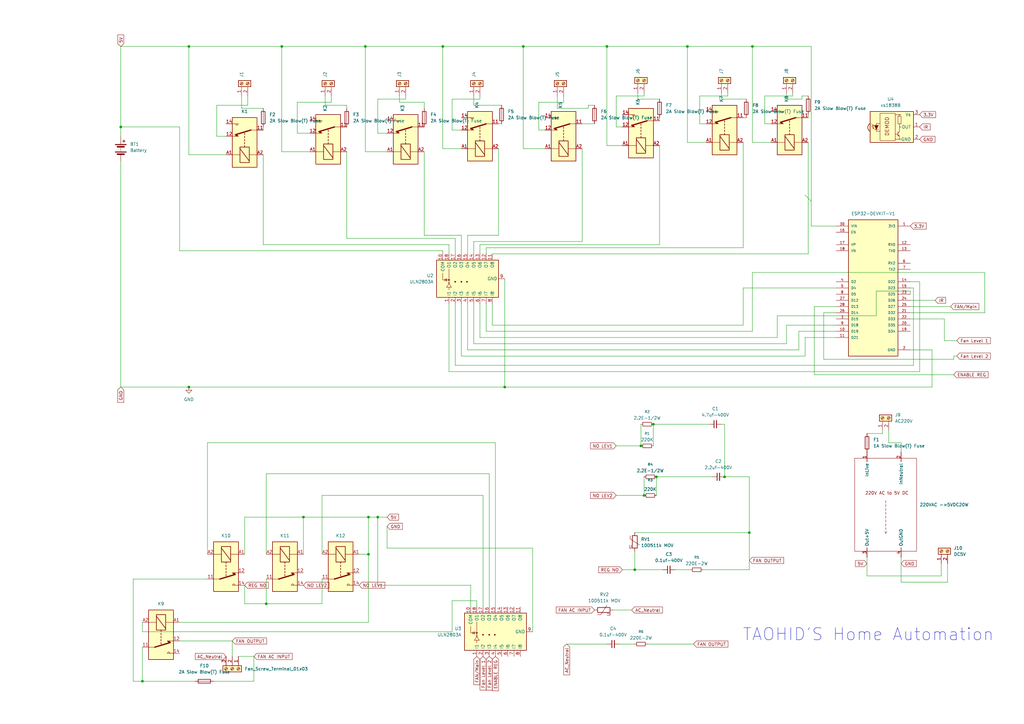
<source format=kicad_sch>
(kicad_sch
	(version 20250114)
	(generator "eeschema")
	(generator_version "9.0")
	(uuid "cd7bde9f-6612-49d6-9498-499a89a00a97")
	(paper "A3")
	(lib_symbols
		(symbol "5Vadapter:20_W_5V_adapter"
			(exclude_from_sim no)
			(in_bom yes)
			(on_board yes)
			(property "Reference" "Adapter/Charger"
				(at 29.718 -17.78 90)
				(effects
					(font
						(size 1.27 1.27)
					)
					(hide yes)
				)
			)
			(property "Value" "220VAC ->5VDC20W"
				(at 27.178 -18.542 90)
				(effects
					(font
						(size 1.27 1.27)
					)
				)
			)
			(property "Footprint" ""
				(at 0 0 0)
				(effects
					(font
						(size 1.27 1.27)
					)
					(hide yes)
				)
			)
			(property "Datasheet" ""
				(at 0 0 0)
				(effects
					(font
						(size 1.27 1.27)
					)
					(hide yes)
				)
			)
			(property "Description" ""
				(at 0 0 0)
				(effects
					(font
						(size 1.27 1.27)
					)
					(hide yes)
				)
			)
			(property "ki_keywords" "Charger, 220V to 5V, Adapter"
				(at 0 0 0)
				(effects
					(font
						(size 1.27 1.27)
					)
					(hide yes)
				)
			)
			(symbol "20_W_5V_adapter_0_1"
				(rectangle
					(start 0 0)
					(end 25.4 -38.1)
					(stroke
						(width 0)
						(type default)
					)
					(fill
						(type none)
					)
				)
			)
			(symbol "20_W_5V_adapter_1_1"
				(text "<--------"
					(at 12.7 -24.13 900)
					(effects
						(font
							(size 1.27 1.27)
						)
					)
				)
				(text "220V AC to 5V DC"
					(at 13.208 -14.224 0)
					(effects
						(font
							(size 1.27 1.27)
						)
					)
				)
				(pin input line
					(at 5.08 2.54 270)
					(length 4)
					(name "InLive"
						(effects
							(font
								(size 1.27 1.27)
							)
						)
					)
					(number "1"
						(effects
							(font
								(size 1.27 1.27)
							)
						)
					)
				)
				(pin output line
					(at 5.08 -40.64 90)
					(length 4)
					(name "Out+5V"
						(effects
							(font
								(size 1.27 1.27)
							)
						)
					)
					(number "3"
						(effects
							(font
								(size 1.27 1.27)
							)
						)
					)
				)
				(pin input line
					(at 19.05 2.54 270)
					(length 4)
					(name "InNeutral"
						(effects
							(font
								(size 1.27 1.27)
							)
						)
					)
					(number "2"
						(effects
							(font
								(size 1.27 1.27)
							)
						)
					)
				)
				(pin output line
					(at 19.05 -40.64 90)
					(length 4)
					(name "OutGND"
						(effects
							(font
								(size 1.27 1.27)
							)
						)
					)
					(number "4"
						(effects
							(font
								(size 1.27 1.27)
							)
						)
					)
				)
			)
			(embedded_fonts no)
		)
		(symbol "Connector:Screw_Terminal_01x02"
			(pin_names
				(offset 1.016)
				(hide yes)
			)
			(exclude_from_sim no)
			(in_bom yes)
			(on_board yes)
			(property "Reference" "J"
				(at 0 2.54 0)
				(effects
					(font
						(size 1.27 1.27)
					)
				)
			)
			(property "Value" "Screw_Terminal_01x02"
				(at 0 -5.08 0)
				(effects
					(font
						(size 1.27 1.27)
					)
				)
			)
			(property "Footprint" ""
				(at 0 0 0)
				(effects
					(font
						(size 1.27 1.27)
					)
					(hide yes)
				)
			)
			(property "Datasheet" "~"
				(at 0 0 0)
				(effects
					(font
						(size 1.27 1.27)
					)
					(hide yes)
				)
			)
			(property "Description" "Generic screw terminal, single row, 01x02, script generated (kicad-library-utils/schlib/autogen/connector/)"
				(at 0 0 0)
				(effects
					(font
						(size 1.27 1.27)
					)
					(hide yes)
				)
			)
			(property "ki_keywords" "screw terminal"
				(at 0 0 0)
				(effects
					(font
						(size 1.27 1.27)
					)
					(hide yes)
				)
			)
			(property "ki_fp_filters" "TerminalBlock*:*"
				(at 0 0 0)
				(effects
					(font
						(size 1.27 1.27)
					)
					(hide yes)
				)
			)
			(symbol "Screw_Terminal_01x02_1_1"
				(rectangle
					(start -1.27 1.27)
					(end 1.27 -3.81)
					(stroke
						(width 0.254)
						(type default)
					)
					(fill
						(type background)
					)
				)
				(polyline
					(pts
						(xy -0.5334 0.3302) (xy 0.3302 -0.508)
					)
					(stroke
						(width 0.1524)
						(type default)
					)
					(fill
						(type none)
					)
				)
				(polyline
					(pts
						(xy -0.5334 -2.2098) (xy 0.3302 -3.048)
					)
					(stroke
						(width 0.1524)
						(type default)
					)
					(fill
						(type none)
					)
				)
				(polyline
					(pts
						(xy -0.3556 0.508) (xy 0.508 -0.3302)
					)
					(stroke
						(width 0.1524)
						(type default)
					)
					(fill
						(type none)
					)
				)
				(polyline
					(pts
						(xy -0.3556 -2.032) (xy 0.508 -2.8702)
					)
					(stroke
						(width 0.1524)
						(type default)
					)
					(fill
						(type none)
					)
				)
				(circle
					(center 0 0)
					(radius 0.635)
					(stroke
						(width 0.1524)
						(type default)
					)
					(fill
						(type none)
					)
				)
				(circle
					(center 0 -2.54)
					(radius 0.635)
					(stroke
						(width 0.1524)
						(type default)
					)
					(fill
						(type none)
					)
				)
				(pin passive line
					(at -5.08 0 0)
					(length 3.81)
					(name "Pin_1"
						(effects
							(font
								(size 1.27 1.27)
							)
						)
					)
					(number "1"
						(effects
							(font
								(size 1.27 1.27)
							)
						)
					)
				)
				(pin passive line
					(at -5.08 -2.54 0)
					(length 3.81)
					(name "Pin_2"
						(effects
							(font
								(size 1.27 1.27)
							)
						)
					)
					(number "2"
						(effects
							(font
								(size 1.27 1.27)
							)
						)
					)
				)
			)
			(embedded_fonts no)
		)
		(symbol "Connector:Screw_Terminal_01x03"
			(pin_names
				(offset 1.016)
				(hide yes)
			)
			(exclude_from_sim no)
			(in_bom yes)
			(on_board yes)
			(property "Reference" "J"
				(at 0 5.08 0)
				(effects
					(font
						(size 1.27 1.27)
					)
				)
			)
			(property "Value" "Screw_Terminal_01x03"
				(at 0 -5.08 0)
				(effects
					(font
						(size 1.27 1.27)
					)
				)
			)
			(property "Footprint" ""
				(at 0 0 0)
				(effects
					(font
						(size 1.27 1.27)
					)
					(hide yes)
				)
			)
			(property "Datasheet" "~"
				(at 0 0 0)
				(effects
					(font
						(size 1.27 1.27)
					)
					(hide yes)
				)
			)
			(property "Description" "Generic screw terminal, single row, 01x03, script generated (kicad-library-utils/schlib/autogen/connector/)"
				(at 0 0 0)
				(effects
					(font
						(size 1.27 1.27)
					)
					(hide yes)
				)
			)
			(property "ki_keywords" "screw terminal"
				(at 0 0 0)
				(effects
					(font
						(size 1.27 1.27)
					)
					(hide yes)
				)
			)
			(property "ki_fp_filters" "TerminalBlock*:*"
				(at 0 0 0)
				(effects
					(font
						(size 1.27 1.27)
					)
					(hide yes)
				)
			)
			(symbol "Screw_Terminal_01x03_1_1"
				(rectangle
					(start -1.27 3.81)
					(end 1.27 -3.81)
					(stroke
						(width 0.254)
						(type default)
					)
					(fill
						(type background)
					)
				)
				(polyline
					(pts
						(xy -0.5334 2.8702) (xy 0.3302 2.032)
					)
					(stroke
						(width 0.1524)
						(type default)
					)
					(fill
						(type none)
					)
				)
				(polyline
					(pts
						(xy -0.5334 0.3302) (xy 0.3302 -0.508)
					)
					(stroke
						(width 0.1524)
						(type default)
					)
					(fill
						(type none)
					)
				)
				(polyline
					(pts
						(xy -0.5334 -2.2098) (xy 0.3302 -3.048)
					)
					(stroke
						(width 0.1524)
						(type default)
					)
					(fill
						(type none)
					)
				)
				(polyline
					(pts
						(xy -0.3556 3.048) (xy 0.508 2.2098)
					)
					(stroke
						(width 0.1524)
						(type default)
					)
					(fill
						(type none)
					)
				)
				(polyline
					(pts
						(xy -0.3556 0.508) (xy 0.508 -0.3302)
					)
					(stroke
						(width 0.1524)
						(type default)
					)
					(fill
						(type none)
					)
				)
				(polyline
					(pts
						(xy -0.3556 -2.032) (xy 0.508 -2.8702)
					)
					(stroke
						(width 0.1524)
						(type default)
					)
					(fill
						(type none)
					)
				)
				(circle
					(center 0 2.54)
					(radius 0.635)
					(stroke
						(width 0.1524)
						(type default)
					)
					(fill
						(type none)
					)
				)
				(circle
					(center 0 0)
					(radius 0.635)
					(stroke
						(width 0.1524)
						(type default)
					)
					(fill
						(type none)
					)
				)
				(circle
					(center 0 -2.54)
					(radius 0.635)
					(stroke
						(width 0.1524)
						(type default)
					)
					(fill
						(type none)
					)
				)
				(pin passive line
					(at -5.08 2.54 0)
					(length 3.81)
					(name "Pin_1"
						(effects
							(font
								(size 1.27 1.27)
							)
						)
					)
					(number "1"
						(effects
							(font
								(size 1.27 1.27)
							)
						)
					)
				)
				(pin passive line
					(at -5.08 0 0)
					(length 3.81)
					(name "Pin_2"
						(effects
							(font
								(size 1.27 1.27)
							)
						)
					)
					(number "2"
						(effects
							(font
								(size 1.27 1.27)
							)
						)
					)
				)
				(pin passive line
					(at -5.08 -2.54 0)
					(length 3.81)
					(name "Pin_3"
						(effects
							(font
								(size 1.27 1.27)
							)
						)
					)
					(number "3"
						(effects
							(font
								(size 1.27 1.27)
							)
						)
					)
				)
			)
			(embedded_fonts no)
		)
		(symbol "Device:Battery"
			(pin_numbers
				(hide yes)
			)
			(pin_names
				(offset 0)
				(hide yes)
			)
			(exclude_from_sim no)
			(in_bom yes)
			(on_board yes)
			(property "Reference" "BT"
				(at 2.54 2.54 0)
				(effects
					(font
						(size 1.27 1.27)
					)
					(justify left)
				)
			)
			(property "Value" "Battery"
				(at 2.54 0 0)
				(effects
					(font
						(size 1.27 1.27)
					)
					(justify left)
				)
			)
			(property "Footprint" ""
				(at 0 1.524 90)
				(effects
					(font
						(size 1.27 1.27)
					)
					(hide yes)
				)
			)
			(property "Datasheet" "~"
				(at 0 1.524 90)
				(effects
					(font
						(size 1.27 1.27)
					)
					(hide yes)
				)
			)
			(property "Description" "Multiple-cell battery"
				(at 0 0 0)
				(effects
					(font
						(size 1.27 1.27)
					)
					(hide yes)
				)
			)
			(property "ki_keywords" "batt voltage-source cell"
				(at 0 0 0)
				(effects
					(font
						(size 1.27 1.27)
					)
					(hide yes)
				)
			)
			(symbol "Battery_0_1"
				(rectangle
					(start -2.286 1.778)
					(end 2.286 1.524)
					(stroke
						(width 0)
						(type default)
					)
					(fill
						(type outline)
					)
				)
				(rectangle
					(start -2.286 -1.27)
					(end 2.286 -1.524)
					(stroke
						(width 0)
						(type default)
					)
					(fill
						(type outline)
					)
				)
				(rectangle
					(start -1.524 1.016)
					(end 1.524 0.508)
					(stroke
						(width 0)
						(type default)
					)
					(fill
						(type outline)
					)
				)
				(rectangle
					(start -1.524 -2.032)
					(end 1.524 -2.54)
					(stroke
						(width 0)
						(type default)
					)
					(fill
						(type outline)
					)
				)
				(polyline
					(pts
						(xy 0 1.778) (xy 0 2.54)
					)
					(stroke
						(width 0)
						(type default)
					)
					(fill
						(type none)
					)
				)
				(polyline
					(pts
						(xy 0 0) (xy 0 0.254)
					)
					(stroke
						(width 0)
						(type default)
					)
					(fill
						(type none)
					)
				)
				(polyline
					(pts
						(xy 0 -0.508) (xy 0 -0.254)
					)
					(stroke
						(width 0)
						(type default)
					)
					(fill
						(type none)
					)
				)
				(polyline
					(pts
						(xy 0 -1.016) (xy 0 -0.762)
					)
					(stroke
						(width 0)
						(type default)
					)
					(fill
						(type none)
					)
				)
				(polyline
					(pts
						(xy 0.762 3.048) (xy 1.778 3.048)
					)
					(stroke
						(width 0.254)
						(type default)
					)
					(fill
						(type none)
					)
				)
				(polyline
					(pts
						(xy 1.27 3.556) (xy 1.27 2.54)
					)
					(stroke
						(width 0.254)
						(type default)
					)
					(fill
						(type none)
					)
				)
			)
			(symbol "Battery_1_1"
				(pin passive line
					(at 0 5.08 270)
					(length 2.54)
					(name "+"
						(effects
							(font
								(size 1.27 1.27)
							)
						)
					)
					(number "1"
						(effects
							(font
								(size 1.27 1.27)
							)
						)
					)
				)
				(pin passive line
					(at 0 -5.08 90)
					(length 2.54)
					(name "-"
						(effects
							(font
								(size 1.27 1.27)
							)
						)
					)
					(number "2"
						(effects
							(font
								(size 1.27 1.27)
							)
						)
					)
				)
			)
			(embedded_fonts no)
		)
		(symbol "Device:C_Small"
			(pin_numbers
				(hide yes)
			)
			(pin_names
				(offset 0.254)
				(hide yes)
			)
			(exclude_from_sim no)
			(in_bom yes)
			(on_board yes)
			(property "Reference" "C"
				(at 0.254 1.778 0)
				(effects
					(font
						(size 1.27 1.27)
					)
					(justify left)
				)
			)
			(property "Value" "C_Small"
				(at 0.254 -2.032 0)
				(effects
					(font
						(size 1.27 1.27)
					)
					(justify left)
				)
			)
			(property "Footprint" ""
				(at 0 0 0)
				(effects
					(font
						(size 1.27 1.27)
					)
					(hide yes)
				)
			)
			(property "Datasheet" "~"
				(at 0 0 0)
				(effects
					(font
						(size 1.27 1.27)
					)
					(hide yes)
				)
			)
			(property "Description" "Unpolarized capacitor, small symbol"
				(at 0 0 0)
				(effects
					(font
						(size 1.27 1.27)
					)
					(hide yes)
				)
			)
			(property "ki_keywords" "capacitor cap"
				(at 0 0 0)
				(effects
					(font
						(size 1.27 1.27)
					)
					(hide yes)
				)
			)
			(property "ki_fp_filters" "C_*"
				(at 0 0 0)
				(effects
					(font
						(size 1.27 1.27)
					)
					(hide yes)
				)
			)
			(symbol "C_Small_0_1"
				(polyline
					(pts
						(xy -1.524 0.508) (xy 1.524 0.508)
					)
					(stroke
						(width 0.3048)
						(type default)
					)
					(fill
						(type none)
					)
				)
				(polyline
					(pts
						(xy -1.524 -0.508) (xy 1.524 -0.508)
					)
					(stroke
						(width 0.3302)
						(type default)
					)
					(fill
						(type none)
					)
				)
			)
			(symbol "C_Small_1_1"
				(pin passive line
					(at 0 2.54 270)
					(length 2.032)
					(name "~"
						(effects
							(font
								(size 1.27 1.27)
							)
						)
					)
					(number "1"
						(effects
							(font
								(size 1.27 1.27)
							)
						)
					)
				)
				(pin passive line
					(at 0 -2.54 90)
					(length 2.032)
					(name "~"
						(effects
							(font
								(size 1.27 1.27)
							)
						)
					)
					(number "2"
						(effects
							(font
								(size 1.27 1.27)
							)
						)
					)
				)
			)
			(embedded_fonts no)
		)
		(symbol "Device:Fuse"
			(pin_numbers
				(hide yes)
			)
			(pin_names
				(offset 0)
			)
			(exclude_from_sim no)
			(in_bom yes)
			(on_board yes)
			(property "Reference" "F"
				(at 2.032 0 90)
				(effects
					(font
						(size 1.27 1.27)
					)
				)
			)
			(property "Value" "Fuse"
				(at -1.905 0 90)
				(effects
					(font
						(size 1.27 1.27)
					)
				)
			)
			(property "Footprint" ""
				(at -1.778 0 90)
				(effects
					(font
						(size 1.27 1.27)
					)
					(hide yes)
				)
			)
			(property "Datasheet" "~"
				(at 0 0 0)
				(effects
					(font
						(size 1.27 1.27)
					)
					(hide yes)
				)
			)
			(property "Description" "Fuse"
				(at 0 0 0)
				(effects
					(font
						(size 1.27 1.27)
					)
					(hide yes)
				)
			)
			(property "ki_keywords" "fuse"
				(at 0 0 0)
				(effects
					(font
						(size 1.27 1.27)
					)
					(hide yes)
				)
			)
			(property "ki_fp_filters" "*Fuse*"
				(at 0 0 0)
				(effects
					(font
						(size 1.27 1.27)
					)
					(hide yes)
				)
			)
			(symbol "Fuse_0_1"
				(rectangle
					(start -0.762 -2.54)
					(end 0.762 2.54)
					(stroke
						(width 0.254)
						(type default)
					)
					(fill
						(type none)
					)
				)
				(polyline
					(pts
						(xy 0 2.54) (xy 0 -2.54)
					)
					(stroke
						(width 0)
						(type default)
					)
					(fill
						(type none)
					)
				)
			)
			(symbol "Fuse_1_1"
				(pin passive line
					(at 0 3.81 270)
					(length 1.27)
					(name "~"
						(effects
							(font
								(size 1.27 1.27)
							)
						)
					)
					(number "1"
						(effects
							(font
								(size 1.27 1.27)
							)
						)
					)
				)
				(pin passive line
					(at 0 -3.81 90)
					(length 1.27)
					(name "~"
						(effects
							(font
								(size 1.27 1.27)
							)
						)
					)
					(number "2"
						(effects
							(font
								(size 1.27 1.27)
							)
						)
					)
				)
			)
			(embedded_fonts no)
		)
		(symbol "Device:R_Small"
			(pin_numbers
				(hide yes)
			)
			(pin_names
				(offset 0.254)
				(hide yes)
			)
			(exclude_from_sim no)
			(in_bom yes)
			(on_board yes)
			(property "Reference" "R"
				(at 0 0 90)
				(effects
					(font
						(size 1.016 1.016)
					)
				)
			)
			(property "Value" "R_Small"
				(at 1.778 0 90)
				(effects
					(font
						(size 1.27 1.27)
					)
				)
			)
			(property "Footprint" ""
				(at 0 0 0)
				(effects
					(font
						(size 1.27 1.27)
					)
					(hide yes)
				)
			)
			(property "Datasheet" "~"
				(at 0 0 0)
				(effects
					(font
						(size 1.27 1.27)
					)
					(hide yes)
				)
			)
			(property "Description" "Resistor, small symbol"
				(at 0 0 0)
				(effects
					(font
						(size 1.27 1.27)
					)
					(hide yes)
				)
			)
			(property "ki_keywords" "R resistor"
				(at 0 0 0)
				(effects
					(font
						(size 1.27 1.27)
					)
					(hide yes)
				)
			)
			(property "ki_fp_filters" "R_*"
				(at 0 0 0)
				(effects
					(font
						(size 1.27 1.27)
					)
					(hide yes)
				)
			)
			(symbol "R_Small_0_1"
				(rectangle
					(start -0.762 1.778)
					(end 0.762 -1.778)
					(stroke
						(width 0.2032)
						(type default)
					)
					(fill
						(type none)
					)
				)
			)
			(symbol "R_Small_1_1"
				(pin passive line
					(at 0 2.54 270)
					(length 0.762)
					(name "~"
						(effects
							(font
								(size 1.27 1.27)
							)
						)
					)
					(number "1"
						(effects
							(font
								(size 1.27 1.27)
							)
						)
					)
				)
				(pin passive line
					(at 0 -2.54 90)
					(length 0.762)
					(name "~"
						(effects
							(font
								(size 1.27 1.27)
							)
						)
					)
					(number "2"
						(effects
							(font
								(size 1.27 1.27)
							)
						)
					)
				)
			)
			(embedded_fonts no)
		)
		(symbol "Device:Varistor"
			(pin_numbers
				(hide yes)
			)
			(pin_names
				(offset 0)
			)
			(exclude_from_sim no)
			(in_bom yes)
			(on_board yes)
			(property "Reference" "RV"
				(at 3.175 0 90)
				(effects
					(font
						(size 1.27 1.27)
					)
				)
			)
			(property "Value" "Varistor"
				(at -3.175 0 90)
				(effects
					(font
						(size 1.27 1.27)
					)
				)
			)
			(property "Footprint" ""
				(at -1.778 0 90)
				(effects
					(font
						(size 1.27 1.27)
					)
					(hide yes)
				)
			)
			(property "Datasheet" "~"
				(at 0 0 0)
				(effects
					(font
						(size 1.27 1.27)
					)
					(hide yes)
				)
			)
			(property "Description" "Voltage dependent resistor"
				(at 0 0 0)
				(effects
					(font
						(size 1.27 1.27)
					)
					(hide yes)
				)
			)
			(property "Sim.Name" "kicad_builtin_varistor"
				(at 0 0 0)
				(effects
					(font
						(size 1.27 1.27)
					)
					(hide yes)
				)
			)
			(property "Sim.Device" "SUBCKT"
				(at 0 0 0)
				(effects
					(font
						(size 1.27 1.27)
					)
					(hide yes)
				)
			)
			(property "Sim.Pins" "1=A 2=B"
				(at 0 0 0)
				(effects
					(font
						(size 1.27 1.27)
					)
					(hide yes)
				)
			)
			(property "Sim.Params" "threshold=1k"
				(at 0 0 0)
				(effects
					(font
						(size 1.27 1.27)
					)
					(hide yes)
				)
			)
			(property "Sim.Library" "${KICAD9_SYMBOL_DIR}/Simulation_SPICE.sp"
				(at 0 0 0)
				(effects
					(font
						(size 1.27 1.27)
					)
					(hide yes)
				)
			)
			(property "ki_keywords" "VDR resistance"
				(at 0 0 0)
				(effects
					(font
						(size 1.27 1.27)
					)
					(hide yes)
				)
			)
			(property "ki_fp_filters" "RV_* Varistor*"
				(at 0 0 0)
				(effects
					(font
						(size 1.27 1.27)
					)
					(hide yes)
				)
			)
			(symbol "Varistor_0_0"
				(text "U"
					(at -1.778 -2.032 0)
					(effects
						(font
							(size 1.27 1.27)
						)
					)
				)
			)
			(symbol "Varistor_0_1"
				(polyline
					(pts
						(xy -1.905 2.54) (xy -1.905 1.27) (xy 1.905 -1.27)
					)
					(stroke
						(width 0)
						(type default)
					)
					(fill
						(type none)
					)
				)
				(rectangle
					(start -1.016 -2.54)
					(end 1.016 2.54)
					(stroke
						(width 0.254)
						(type default)
					)
					(fill
						(type none)
					)
				)
			)
			(symbol "Varistor_1_1"
				(pin passive line
					(at 0 3.81 270)
					(length 1.27)
					(name "~"
						(effects
							(font
								(size 1.27 1.27)
							)
						)
					)
					(number "1"
						(effects
							(font
								(size 1.27 1.27)
							)
						)
					)
				)
				(pin passive line
					(at 0 -3.81 90)
					(length 1.27)
					(name "~"
						(effects
							(font
								(size 1.27 1.27)
							)
						)
					)
					(number "2"
						(effects
							(font
								(size 1.27 1.27)
							)
						)
					)
				)
			)
			(embedded_fonts no)
		)
		(symbol "ESP32-DEVKIT-V1:ESP32-DEVKIT-V1"
			(pin_names
				(offset 1.016)
			)
			(exclude_from_sim no)
			(in_bom yes)
			(on_board yes)
			(property "Reference" "U"
				(at -10.16 30.48 0)
				(effects
					(font
						(size 1.27 1.27)
					)
					(justify left top)
				)
			)
			(property "Value" "ESP32-DEVKIT-V1"
				(at -10.16 -30.48 0)
				(effects
					(font
						(size 1.27 1.27)
					)
					(justify left bottom)
				)
			)
			(property "Footprint" "ESP32-DEVKIT-V1:MODULE_ESP32_DEVKIT_V1"
				(at 0 0 0)
				(effects
					(font
						(size 1.27 1.27)
					)
					(justify bottom)
					(hide yes)
				)
			)
			(property "Datasheet" ""
				(at 0 0 0)
				(effects
					(font
						(size 1.27 1.27)
					)
					(hide yes)
				)
			)
			(property "Description" ""
				(at 0 0 0)
				(effects
					(font
						(size 1.27 1.27)
					)
					(hide yes)
				)
			)
			(property "MF" "Do it"
				(at 0 0 0)
				(effects
					(font
						(size 1.27 1.27)
					)
					(justify bottom)
					(hide yes)
				)
			)
			(property "MAXIMUM_PACKAGE_HEIGHT" "6.8 mm"
				(at 0 0 0)
				(effects
					(font
						(size 1.27 1.27)
					)
					(justify bottom)
					(hide yes)
				)
			)
			(property "Package" "None"
				(at 0 0 0)
				(effects
					(font
						(size 1.27 1.27)
					)
					(justify bottom)
					(hide yes)
				)
			)
			(property "Price" "None"
				(at 0 0 0)
				(effects
					(font
						(size 1.27 1.27)
					)
					(justify bottom)
					(hide yes)
				)
			)
			(property "Check_prices" "https://www.snapeda.com/parts/ESP32-DEVKIT-V1/Do+it/view-part/?ref=eda"
				(at 0 0 0)
				(effects
					(font
						(size 1.27 1.27)
					)
					(justify bottom)
					(hide yes)
				)
			)
			(property "STANDARD" "Manufacturer Recommendations"
				(at 0 0 0)
				(effects
					(font
						(size 1.27 1.27)
					)
					(justify bottom)
					(hide yes)
				)
			)
			(property "PARTREV" "N/A"
				(at 0 0 0)
				(effects
					(font
						(size 1.27 1.27)
					)
					(justify bottom)
					(hide yes)
				)
			)
			(property "SnapEDA_Link" "https://www.snapeda.com/parts/ESP32-DEVKIT-V1/Do+it/view-part/?ref=snap"
				(at 0 0 0)
				(effects
					(font
						(size 1.27 1.27)
					)
					(justify bottom)
					(hide yes)
				)
			)
			(property "MP" "ESP32-DEVKIT-V1"
				(at 0 0 0)
				(effects
					(font
						(size 1.27 1.27)
					)
					(justify bottom)
					(hide yes)
				)
			)
			(property "Description_1" "Dual core, Wi-Fi: 2.4 GHz up to 150 Mbits/s,BLE (Bluetooth Low Energy) and legacy Bluetooth, 32 bits, Up to 240 MHz"
				(at 0 0 0)
				(effects
					(font
						(size 1.27 1.27)
					)
					(justify bottom)
					(hide yes)
				)
			)
			(property "Availability" "Not in stock"
				(at 0 0 0)
				(effects
					(font
						(size 1.27 1.27)
					)
					(justify bottom)
					(hide yes)
				)
			)
			(property "MANUFACTURER" "DOIT"
				(at 0 0 0)
				(effects
					(font
						(size 1.27 1.27)
					)
					(justify bottom)
					(hide yes)
				)
			)
			(symbol "ESP32-DEVKIT-V1_0_0"
				(rectangle
					(start -10.16 -27.94)
					(end 10.16 27.94)
					(stroke
						(width 0.254)
						(type default)
					)
					(fill
						(type background)
					)
				)
				(pin input line
					(at -15.24 25.4 0)
					(length 5.08)
					(name "VIN"
						(effects
							(font
								(size 1.016 1.016)
							)
						)
					)
					(number "30"
						(effects
							(font
								(size 1.016 1.016)
							)
						)
					)
				)
				(pin input line
					(at -15.24 22.86 0)
					(length 5.08)
					(name "EN"
						(effects
							(font
								(size 1.016 1.016)
							)
						)
					)
					(number "16"
						(effects
							(font
								(size 1.016 1.016)
							)
						)
					)
				)
				(pin bidirectional line
					(at -15.24 17.78 0)
					(length 5.08)
					(name "VP"
						(effects
							(font
								(size 1.016 1.016)
							)
						)
					)
					(number "17"
						(effects
							(font
								(size 1.016 1.016)
							)
						)
					)
				)
				(pin bidirectional line
					(at -15.24 15.24 0)
					(length 5.08)
					(name "VN"
						(effects
							(font
								(size 1.016 1.016)
							)
						)
					)
					(number "18"
						(effects
							(font
								(size 1.016 1.016)
							)
						)
					)
				)
				(pin bidirectional line
					(at -15.24 2.54 0)
					(length 5.08)
					(name "D2"
						(effects
							(font
								(size 1.016 1.016)
							)
						)
					)
					(number "4"
						(effects
							(font
								(size 1.016 1.016)
							)
						)
					)
				)
				(pin bidirectional line
					(at -15.24 0 0)
					(length 5.08)
					(name "D4"
						(effects
							(font
								(size 1.016 1.016)
							)
						)
					)
					(number "5"
						(effects
							(font
								(size 1.016 1.016)
							)
						)
					)
				)
				(pin bidirectional line
					(at -15.24 -2.54 0)
					(length 5.08)
					(name "D5"
						(effects
							(font
								(size 1.016 1.016)
							)
						)
					)
					(number "8"
						(effects
							(font
								(size 1.016 1.016)
							)
						)
					)
				)
				(pin bidirectional line
					(at -15.24 -5.08 0)
					(length 5.08)
					(name "D12"
						(effects
							(font
								(size 1.016 1.016)
							)
						)
					)
					(number "27"
						(effects
							(font
								(size 1.016 1.016)
							)
						)
					)
				)
				(pin bidirectional line
					(at -15.24 -7.62 0)
					(length 5.08)
					(name "D13"
						(effects
							(font
								(size 1.016 1.016)
							)
						)
					)
					(number "28"
						(effects
							(font
								(size 1.016 1.016)
							)
						)
					)
				)
				(pin bidirectional line
					(at -15.24 -10.16 0)
					(length 5.08)
					(name "D14"
						(effects
							(font
								(size 1.016 1.016)
							)
						)
					)
					(number "26"
						(effects
							(font
								(size 1.016 1.016)
							)
						)
					)
				)
				(pin bidirectional line
					(at -15.24 -12.7 0)
					(length 5.08)
					(name "D15"
						(effects
							(font
								(size 1.016 1.016)
							)
						)
					)
					(number "3"
						(effects
							(font
								(size 1.016 1.016)
							)
						)
					)
				)
				(pin bidirectional line
					(at -15.24 -15.24 0)
					(length 5.08)
					(name "D18"
						(effects
							(font
								(size 1.016 1.016)
							)
						)
					)
					(number "9"
						(effects
							(font
								(size 1.016 1.016)
							)
						)
					)
				)
				(pin bidirectional line
					(at -15.24 -17.78 0)
					(length 5.08)
					(name "D19"
						(effects
							(font
								(size 1.016 1.016)
							)
						)
					)
					(number "10"
						(effects
							(font
								(size 1.016 1.016)
							)
						)
					)
				)
				(pin bidirectional line
					(at -15.24 -20.32 0)
					(length 5.08)
					(name "D21"
						(effects
							(font
								(size 1.016 1.016)
							)
						)
					)
					(number "11"
						(effects
							(font
								(size 1.016 1.016)
							)
						)
					)
				)
				(pin output line
					(at 15.24 25.4 180)
					(length 5.08)
					(name "3V3"
						(effects
							(font
								(size 1.016 1.016)
							)
						)
					)
					(number "1"
						(effects
							(font
								(size 1.016 1.016)
							)
						)
					)
				)
				(pin input line
					(at 15.24 17.78 180)
					(length 5.08)
					(name "RX0"
						(effects
							(font
								(size 1.016 1.016)
							)
						)
					)
					(number "12"
						(effects
							(font
								(size 1.016 1.016)
							)
						)
					)
				)
				(pin output line
					(at 15.24 15.24 180)
					(length 5.08)
					(name "TX0"
						(effects
							(font
								(size 1.016 1.016)
							)
						)
					)
					(number "13"
						(effects
							(font
								(size 1.016 1.016)
							)
						)
					)
				)
				(pin input line
					(at 15.24 10.16 180)
					(length 5.08)
					(name "RX2"
						(effects
							(font
								(size 1.016 1.016)
							)
						)
					)
					(number "6"
						(effects
							(font
								(size 1.016 1.016)
							)
						)
					)
				)
				(pin output line
					(at 15.24 7.62 180)
					(length 5.08)
					(name "TX2"
						(effects
							(font
								(size 1.016 1.016)
							)
						)
					)
					(number "7"
						(effects
							(font
								(size 1.016 1.016)
							)
						)
					)
				)
				(pin bidirectional line
					(at 15.24 2.54 180)
					(length 5.08)
					(name "D22"
						(effects
							(font
								(size 1.016 1.016)
							)
						)
					)
					(number "14"
						(effects
							(font
								(size 1.016 1.016)
							)
						)
					)
				)
				(pin bidirectional line
					(at 15.24 0 180)
					(length 5.08)
					(name "D23"
						(effects
							(font
								(size 1.016 1.016)
							)
						)
					)
					(number "15"
						(effects
							(font
								(size 1.016 1.016)
							)
						)
					)
				)
				(pin bidirectional line
					(at 15.24 -2.54 180)
					(length 5.08)
					(name "D25"
						(effects
							(font
								(size 1.016 1.016)
							)
						)
					)
					(number "23"
						(effects
							(font
								(size 1.016 1.016)
							)
						)
					)
				)
				(pin bidirectional line
					(at 15.24 -5.08 180)
					(length 5.08)
					(name "D26"
						(effects
							(font
								(size 1.016 1.016)
							)
						)
					)
					(number "24"
						(effects
							(font
								(size 1.016 1.016)
							)
						)
					)
				)
				(pin bidirectional line
					(at 15.24 -7.62 180)
					(length 5.08)
					(name "D27"
						(effects
							(font
								(size 1.016 1.016)
							)
						)
					)
					(number "25"
						(effects
							(font
								(size 1.016 1.016)
							)
						)
					)
				)
				(pin bidirectional line
					(at 15.24 -10.16 180)
					(length 5.08)
					(name "D32"
						(effects
							(font
								(size 1.016 1.016)
							)
						)
					)
					(number "21"
						(effects
							(font
								(size 1.016 1.016)
							)
						)
					)
				)
				(pin bidirectional line
					(at 15.24 -12.7 180)
					(length 5.08)
					(name "D33"
						(effects
							(font
								(size 1.016 1.016)
							)
						)
					)
					(number "22"
						(effects
							(font
								(size 1.016 1.016)
							)
						)
					)
				)
				(pin bidirectional line
					(at 15.24 -15.24 180)
					(length 5.08)
					(name "D35"
						(effects
							(font
								(size 1.016 1.016)
							)
						)
					)
					(number "20"
						(effects
							(font
								(size 1.016 1.016)
							)
						)
					)
				)
				(pin bidirectional line
					(at 15.24 -17.78 180)
					(length 5.08)
					(name "D34"
						(effects
							(font
								(size 1.016 1.016)
							)
						)
					)
					(number "19"
						(effects
							(font
								(size 1.016 1.016)
							)
						)
					)
				)
				(pin power_in line
					(at 15.24 -25.4 180)
					(length 5.08)
					(name "GND"
						(effects
							(font
								(size 1.016 1.016)
							)
						)
					)
					(number "2"
						(effects
							(font
								(size 1.016 1.016)
							)
						)
					)
				)
				(pin power_in line
					(at 15.24 -25.4 180)
					(length 5.08)
					(hide yes)
					(name "GND"
						(effects
							(font
								(size 1.016 1.016)
							)
						)
					)
					(number "29"
						(effects
							(font
								(size 1.016 1.016)
							)
						)
					)
				)
			)
			(embedded_fonts no)
		)
		(symbol "Interface_Optical:TSDP341xx"
			(pin_names
				(offset 1.016)
			)
			(exclude_from_sim no)
			(in_bom yes)
			(on_board yes)
			(property "Reference" "U"
				(at -10.16 7.62 0)
				(effects
					(font
						(size 1.27 1.27)
					)
					(justify left)
				)
			)
			(property "Value" "TSDP341xx"
				(at -10.16 -7.62 0)
				(effects
					(font
						(size 1.27 1.27)
					)
					(justify left)
				)
			)
			(property "Footprint" "OptoDevice:Vishay_MOLD-3Pin"
				(at -1.27 -9.525 0)
				(effects
					(font
						(size 1.27 1.27)
					)
					(hide yes)
				)
			)
			(property "Datasheet" "http://www.vishay.com/docs/82667/tsdp341.pdf"
				(at 16.51 7.62 0)
				(effects
					(font
						(size 1.27 1.27)
					)
					(hide yes)
				)
			)
			(property "Description" "IR Receiver Modules for Data Transmission"
				(at 0 0 0)
				(effects
					(font
						(size 1.27 1.27)
					)
					(hide yes)
				)
			)
			(property "ki_keywords" "opto IR receiver"
				(at 0 0 0)
				(effects
					(font
						(size 1.27 1.27)
					)
					(hide yes)
				)
			)
			(property "ki_fp_filters" "Vishay*MOLD*"
				(at 0 0 0)
				(effects
					(font
						(size 1.27 1.27)
					)
					(hide yes)
				)
			)
			(symbol "TSDP341xx_0_0"
				(arc
					(start -10.287 -1.778)
					(mid -11.0899 -0.1905)
					(end -10.287 1.397)
					(stroke
						(width 0.254)
						(type default)
					)
					(fill
						(type background)
					)
				)
				(polyline
					(pts
						(xy 1.905 5.08) (xy 0.127 5.08)
					)
					(stroke
						(width 0)
						(type default)
					)
					(fill
						(type none)
					)
				)
				(polyline
					(pts
						(xy 1.905 -5.08) (xy 0.127 -5.08)
					)
					(stroke
						(width 0)
						(type default)
					)
					(fill
						(type none)
					)
				)
				(text "DEMOD"
					(at -3.175 0.254 900)
					(effects
						(font
							(size 1.524 1.524)
						)
					)
				)
			)
			(symbol "TSDP341xx_0_1"
				(polyline
					(pts
						(xy -8.763 0.381) (xy -9.652 1.27)
					)
					(stroke
						(width 0)
						(type default)
					)
					(fill
						(type none)
					)
				)
				(polyline
					(pts
						(xy -8.763 0.381) (xy -9.271 0.381)
					)
					(stroke
						(width 0)
						(type default)
					)
					(fill
						(type none)
					)
				)
				(polyline
					(pts
						(xy -8.763 0.381) (xy -8.763 0.889)
					)
					(stroke
						(width 0)
						(type default)
					)
					(fill
						(type none)
					)
				)
				(polyline
					(pts
						(xy -8.636 -0.635) (xy -9.525 0.254)
					)
					(stroke
						(width 0)
						(type default)
					)
					(fill
						(type none)
					)
				)
				(polyline
					(pts
						(xy -8.636 -0.635) (xy -9.144 -0.635)
					)
					(stroke
						(width 0)
						(type default)
					)
					(fill
						(type none)
					)
				)
				(polyline
					(pts
						(xy -8.636 -0.635) (xy -8.636 -0.127)
					)
					(stroke
						(width 0)
						(type default)
					)
					(fill
						(type none)
					)
				)
				(polyline
					(pts
						(xy -8.382 0.635) (xy -6.731 0.635) (xy -7.62 -1.016) (xy -8.382 0.635)
					)
					(stroke
						(width 0)
						(type default)
					)
					(fill
						(type outline)
					)
				)
				(polyline
					(pts
						(xy -8.382 -1.016) (xy -6.731 -1.016)
					)
					(stroke
						(width 0)
						(type default)
					)
					(fill
						(type none)
					)
				)
				(rectangle
					(start -6.096 5.588)
					(end 0.127 -5.588)
					(stroke
						(width 0)
						(type default)
					)
					(fill
						(type none)
					)
				)
				(polyline
					(pts
						(xy -6.096 1.397) (xy -7.62 1.397) (xy -7.62 -1.778) (xy -6.096 -1.778)
					)
					(stroke
						(width 0)
						(type default)
					)
					(fill
						(type none)
					)
				)
				(polyline
					(pts
						(xy 1.27 -1.905) (xy 1.27 -3.81)
					)
					(stroke
						(width 0)
						(type default)
					)
					(fill
						(type none)
					)
				)
				(polyline
					(pts
						(xy 1.27 -2.54) (xy 1.905 -1.905) (xy 1.905 0) (xy 2.54 0)
					)
					(stroke
						(width 0)
						(type default)
					)
					(fill
						(type none)
					)
				)
				(polyline
					(pts
						(xy 1.27 -2.921) (xy 0.127 -2.921)
					)
					(stroke
						(width 0)
						(type default)
					)
					(fill
						(type none)
					)
				)
				(polyline
					(pts
						(xy 1.27 -3.175) (xy 1.905 -3.81) (xy 1.905 -5.08) (xy 2.54 -5.08)
					)
					(stroke
						(width 0)
						(type default)
					)
					(fill
						(type none)
					)
				)
				(polyline
					(pts
						(xy 1.397 -3.556) (xy 1.524 -3.556)
					)
					(stroke
						(width 0)
						(type default)
					)
					(fill
						(type none)
					)
				)
				(polyline
					(pts
						(xy 1.651 -3.556) (xy 1.524 -3.556)
					)
					(stroke
						(width 0)
						(type default)
					)
					(fill
						(type none)
					)
				)
				(polyline
					(pts
						(xy 1.651 -3.556) (xy 1.651 -3.302)
					)
					(stroke
						(width 0)
						(type default)
					)
					(fill
						(type none)
					)
				)
				(polyline
					(pts
						(xy 1.905 4.445) (xy 1.905 5.08) (xy 2.54 5.08)
					)
					(stroke
						(width 0)
						(type default)
					)
					(fill
						(type none)
					)
				)
				(polyline
					(pts
						(xy 1.905 0) (xy 1.905 1.27)
					)
					(stroke
						(width 0)
						(type default)
					)
					(fill
						(type none)
					)
				)
				(rectangle
					(start 2.54 1.27)
					(end 1.27 4.445)
					(stroke
						(width 0)
						(type default)
					)
					(fill
						(type none)
					)
				)
				(rectangle
					(start 7.62 6.35)
					(end -10.16 -6.35)
					(stroke
						(width 0.254)
						(type default)
					)
					(fill
						(type background)
					)
				)
			)
			(symbol "TSDP341xx_1_1"
				(pin power_in line
					(at 10.16 5.08 180)
					(length 2.54)
					(name "Vs"
						(effects
							(font
								(size 1.27 1.27)
							)
						)
					)
					(number "3"
						(effects
							(font
								(size 1.27 1.27)
							)
						)
					)
				)
				(pin output line
					(at 10.16 0 180)
					(length 2.54)
					(name "OUT"
						(effects
							(font
								(size 1.27 1.27)
							)
						)
					)
					(number "1"
						(effects
							(font
								(size 1.27 1.27)
							)
						)
					)
				)
				(pin power_in line
					(at 10.16 -5.08 180)
					(length 2.54)
					(name "GND"
						(effects
							(font
								(size 1.27 1.27)
							)
						)
					)
					(number "2"
						(effects
							(font
								(size 1.27 1.27)
							)
						)
					)
				)
			)
			(embedded_fonts no)
		)
		(symbol "Relay:JQC-3FF-005-1Z"
			(exclude_from_sim no)
			(in_bom yes)
			(on_board yes)
			(property "Reference" "K"
				(at 11.43 3.81 0)
				(effects
					(font
						(size 1.27 1.27)
					)
					(justify left)
				)
			)
			(property "Value" "JQC-3FF-005-1Z"
				(at 11.43 1.27 0)
				(effects
					(font
						(size 1.27 1.27)
					)
					(justify left)
				)
			)
			(property "Footprint" "Relay_THT:Relay_SPDT_Hongfa_JQC-3FF_0XX-1Z"
				(at 11.43 -1.27 0)
				(effects
					(font
						(size 1.27 1.27)
					)
					(justify left)
					(hide yes)
				)
			)
			(property "Datasheet" "https://www.digikey.com/htmldatasheets/production/2071105/0/0/1/JQC-3FF.pdf"
				(at 0 0 0)
				(effects
					(font
						(size 1.27 1.27)
					)
					(hide yes)
				)
			)
			(property "Description" "Subminiature High Power SPDT Relay, 5V Coil nom. 0.36W, 10A switching current, max 10A@277VAC/28VDC"
				(at 0 0 0)
				(effects
					(font
						(size 1.27 1.27)
					)
					(hide yes)
				)
			)
			(property "ki_keywords" "Hongmei"
				(at 0 0 0)
				(effects
					(font
						(size 1.27 1.27)
					)
					(hide yes)
				)
			)
			(property "ki_fp_filters" "Relay*SPDT*Hongfa*JQC*3FF*0XX*1Z*"
				(at 0 0 0)
				(effects
					(font
						(size 1.27 1.27)
					)
					(hide yes)
				)
			)
			(symbol "JQC-3FF-005-1Z_0_0"
				(polyline
					(pts
						(xy 7.62 5.08) (xy 7.62 2.54) (xy 6.985 3.175) (xy 7.62 3.81)
					)
					(stroke
						(width 0)
						(type default)
					)
					(fill
						(type none)
					)
				)
			)
			(symbol "JQC-3FF-005-1Z_0_1"
				(rectangle
					(start -10.16 5.08)
					(end 10.16 -5.08)
					(stroke
						(width 0.254)
						(type default)
					)
					(fill
						(type background)
					)
				)
				(rectangle
					(start -8.255 1.905)
					(end -1.905 -1.905)
					(stroke
						(width 0.254)
						(type default)
					)
					(fill
						(type none)
					)
				)
				(polyline
					(pts
						(xy -7.62 -1.905) (xy -2.54 1.905)
					)
					(stroke
						(width 0.254)
						(type default)
					)
					(fill
						(type none)
					)
				)
				(polyline
					(pts
						(xy -5.08 5.08) (xy -5.08 1.905)
					)
					(stroke
						(width 0)
						(type default)
					)
					(fill
						(type none)
					)
				)
				(polyline
					(pts
						(xy -5.08 -5.08) (xy -5.08 -1.905)
					)
					(stroke
						(width 0)
						(type default)
					)
					(fill
						(type none)
					)
				)
				(polyline
					(pts
						(xy -1.905 0) (xy -1.27 0)
					)
					(stroke
						(width 0.254)
						(type default)
					)
					(fill
						(type none)
					)
				)
				(polyline
					(pts
						(xy -0.635 0) (xy 0 0)
					)
					(stroke
						(width 0.254)
						(type default)
					)
					(fill
						(type none)
					)
				)
				(polyline
					(pts
						(xy 0.635 0) (xy 1.27 0)
					)
					(stroke
						(width 0.254)
						(type default)
					)
					(fill
						(type none)
					)
				)
				(polyline
					(pts
						(xy 1.905 0) (xy 2.54 0)
					)
					(stroke
						(width 0.254)
						(type default)
					)
					(fill
						(type none)
					)
				)
				(polyline
					(pts
						(xy 2.54 5.08) (xy 2.54 2.54) (xy 3.175 3.175) (xy 2.54 3.81)
					)
					(stroke
						(width 0)
						(type default)
					)
					(fill
						(type outline)
					)
				)
				(polyline
					(pts
						(xy 3.175 0) (xy 3.81 0)
					)
					(stroke
						(width 0.254)
						(type default)
					)
					(fill
						(type none)
					)
				)
				(polyline
					(pts
						(xy 5.08 -2.54) (xy 3.175 3.81)
					)
					(stroke
						(width 0.508)
						(type default)
					)
					(fill
						(type none)
					)
				)
				(polyline
					(pts
						(xy 5.08 -2.54) (xy 5.08 -5.08)
					)
					(stroke
						(width 0)
						(type default)
					)
					(fill
						(type none)
					)
				)
			)
			(symbol "JQC-3FF-005-1Z_1_1"
				(pin passive line
					(at -5.08 7.62 270)
					(length 2.54)
					(name "~"
						(effects
							(font
								(size 1.27 1.27)
							)
						)
					)
					(number "A1"
						(effects
							(font
								(size 1.27 1.27)
							)
						)
					)
				)
				(pin passive line
					(at -5.08 -7.62 90)
					(length 2.54)
					(name "~"
						(effects
							(font
								(size 1.27 1.27)
							)
						)
					)
					(number "A2"
						(effects
							(font
								(size 1.27 1.27)
							)
						)
					)
				)
				(pin passive line
					(at 2.54 7.62 270)
					(length 2.54)
					(name "~"
						(effects
							(font
								(size 1.27 1.27)
							)
						)
					)
					(number "12"
						(effects
							(font
								(size 1.27 1.27)
							)
						)
					)
				)
				(pin passive line
					(at 5.08 -7.62 90)
					(length 2.54)
					(name "~"
						(effects
							(font
								(size 1.27 1.27)
							)
						)
					)
					(number "11"
						(effects
							(font
								(size 1.27 1.27)
							)
						)
					)
				)
				(pin passive line
					(at 7.62 7.62 270)
					(length 2.54)
					(name "~"
						(effects
							(font
								(size 1.27 1.27)
							)
						)
					)
					(number "14"
						(effects
							(font
								(size 1.27 1.27)
							)
						)
					)
				)
			)
			(embedded_fonts no)
		)
		(symbol "Transistor_Array:ULN2803A"
			(exclude_from_sim no)
			(in_bom yes)
			(on_board yes)
			(property "Reference" "U"
				(at 0 13.335 0)
				(effects
					(font
						(size 1.27 1.27)
					)
				)
			)
			(property "Value" "ULN2803A"
				(at 0 11.43 0)
				(effects
					(font
						(size 1.27 1.27)
					)
				)
			)
			(property "Footprint" ""
				(at 1.27 -16.51 0)
				(effects
					(font
						(size 1.27 1.27)
					)
					(justify left)
					(hide yes)
				)
			)
			(property "Datasheet" "http://www.ti.com/lit/ds/symlink/uln2803a.pdf"
				(at 2.54 -5.08 0)
				(effects
					(font
						(size 1.27 1.27)
					)
					(hide yes)
				)
			)
			(property "Description" "Darlington Transistor Arrays, SOIC18/DIP18"
				(at 0 0 0)
				(effects
					(font
						(size 1.27 1.27)
					)
					(hide yes)
				)
			)
			(property "ki_keywords" "Darlington transistor array"
				(at 0 0 0)
				(effects
					(font
						(size 1.27 1.27)
					)
					(hide yes)
				)
			)
			(property "ki_fp_filters" "DIP*W7.62mm* SOIC*7.5x11.6mm*P1.27mm*"
				(at 0 0 0)
				(effects
					(font
						(size 1.27 1.27)
					)
					(hide yes)
				)
			)
			(symbol "ULN2803A_0_1"
				(rectangle
					(start -7.62 -15.24)
					(end 7.62 10.16)
					(stroke
						(width 0.254)
						(type default)
					)
					(fill
						(type background)
					)
				)
				(polyline
					(pts
						(xy -4.572 5.08) (xy -3.556 5.08)
					)
					(stroke
						(width 0)
						(type default)
					)
					(fill
						(type none)
					)
				)
				(polyline
					(pts
						(xy -3.556 6.096) (xy -3.556 4.064) (xy -2.032 5.08) (xy -3.556 6.096)
					)
					(stroke
						(width 0)
						(type default)
					)
					(fill
						(type none)
					)
				)
				(circle
					(center -1.778 5.08)
					(radius 0.254)
					(stroke
						(width 0)
						(type default)
					)
					(fill
						(type none)
					)
				)
				(polyline
					(pts
						(xy -1.524 5.08) (xy 4.064 5.08)
					)
					(stroke
						(width 0)
						(type default)
					)
					(fill
						(type none)
					)
				)
				(circle
					(center -1.27 2.54)
					(radius 0.254)
					(stroke
						(width 0)
						(type default)
					)
					(fill
						(type outline)
					)
				)
				(circle
					(center -1.27 0)
					(radius 0.254)
					(stroke
						(width 0)
						(type default)
					)
					(fill
						(type outline)
					)
				)
				(circle
					(center -1.27 -2.286)
					(radius 0.254)
					(stroke
						(width 0)
						(type default)
					)
					(fill
						(type outline)
					)
				)
				(circle
					(center -0.508 5.08)
					(radius 0.254)
					(stroke
						(width 0)
						(type default)
					)
					(fill
						(type outline)
					)
				)
				(polyline
					(pts
						(xy -0.508 5.08) (xy -0.508 7.62) (xy 2.286 7.62)
					)
					(stroke
						(width 0)
						(type default)
					)
					(fill
						(type none)
					)
				)
				(polyline
					(pts
						(xy 0 6.731) (xy -1.016 6.731)
					)
					(stroke
						(width 0)
						(type default)
					)
					(fill
						(type none)
					)
				)
				(polyline
					(pts
						(xy 0 5.969) (xy -1.016 5.969) (xy -0.508 6.731) (xy 0 5.969)
					)
					(stroke
						(width 0)
						(type default)
					)
					(fill
						(type none)
					)
				)
			)
			(symbol "ULN2803A_1_1"
				(pin input line
					(at -10.16 5.08 0)
					(length 2.54)
					(name "I1"
						(effects
							(font
								(size 1.27 1.27)
							)
						)
					)
					(number "1"
						(effects
							(font
								(size 1.27 1.27)
							)
						)
					)
				)
				(pin input line
					(at -10.16 2.54 0)
					(length 2.54)
					(name "I2"
						(effects
							(font
								(size 1.27 1.27)
							)
						)
					)
					(number "2"
						(effects
							(font
								(size 1.27 1.27)
							)
						)
					)
				)
				(pin input line
					(at -10.16 0 0)
					(length 2.54)
					(name "I3"
						(effects
							(font
								(size 1.27 1.27)
							)
						)
					)
					(number "3"
						(effects
							(font
								(size 1.27 1.27)
							)
						)
					)
				)
				(pin input line
					(at -10.16 -2.54 0)
					(length 2.54)
					(name "I4"
						(effects
							(font
								(size 1.27 1.27)
							)
						)
					)
					(number "4"
						(effects
							(font
								(size 1.27 1.27)
							)
						)
					)
				)
				(pin input line
					(at -10.16 -5.08 0)
					(length 2.54)
					(name "I5"
						(effects
							(font
								(size 1.27 1.27)
							)
						)
					)
					(number "5"
						(effects
							(font
								(size 1.27 1.27)
							)
						)
					)
				)
				(pin input line
					(at -10.16 -7.62 0)
					(length 2.54)
					(name "I6"
						(effects
							(font
								(size 1.27 1.27)
							)
						)
					)
					(number "6"
						(effects
							(font
								(size 1.27 1.27)
							)
						)
					)
				)
				(pin input line
					(at -10.16 -10.16 0)
					(length 2.54)
					(name "I7"
						(effects
							(font
								(size 1.27 1.27)
							)
						)
					)
					(number "7"
						(effects
							(font
								(size 1.27 1.27)
							)
						)
					)
				)
				(pin input line
					(at -10.16 -12.7 0)
					(length 2.54)
					(name "I8"
						(effects
							(font
								(size 1.27 1.27)
							)
						)
					)
					(number "8"
						(effects
							(font
								(size 1.27 1.27)
							)
						)
					)
				)
				(pin power_in line
					(at 0 -17.78 90)
					(length 2.54)
					(name "GND"
						(effects
							(font
								(size 1.27 1.27)
							)
						)
					)
					(number "9"
						(effects
							(font
								(size 1.27 1.27)
							)
						)
					)
				)
				(pin passive line
					(at 10.16 7.62 180)
					(length 2.54)
					(name "COM"
						(effects
							(font
								(size 1.27 1.27)
							)
						)
					)
					(number "10"
						(effects
							(font
								(size 1.27 1.27)
							)
						)
					)
				)
				(pin open_collector line
					(at 10.16 5.08 180)
					(length 2.54)
					(name "O1"
						(effects
							(font
								(size 1.27 1.27)
							)
						)
					)
					(number "18"
						(effects
							(font
								(size 1.27 1.27)
							)
						)
					)
				)
				(pin open_collector line
					(at 10.16 2.54 180)
					(length 2.54)
					(name "O2"
						(effects
							(font
								(size 1.27 1.27)
							)
						)
					)
					(number "17"
						(effects
							(font
								(size 1.27 1.27)
							)
						)
					)
				)
				(pin open_collector line
					(at 10.16 0 180)
					(length 2.54)
					(name "O3"
						(effects
							(font
								(size 1.27 1.27)
							)
						)
					)
					(number "16"
						(effects
							(font
								(size 1.27 1.27)
							)
						)
					)
				)
				(pin open_collector line
					(at 10.16 -2.54 180)
					(length 2.54)
					(name "O4"
						(effects
							(font
								(size 1.27 1.27)
							)
						)
					)
					(number "15"
						(effects
							(font
								(size 1.27 1.27)
							)
						)
					)
				)
				(pin open_collector line
					(at 10.16 -5.08 180)
					(length 2.54)
					(name "O5"
						(effects
							(font
								(size 1.27 1.27)
							)
						)
					)
					(number "14"
						(effects
							(font
								(size 1.27 1.27)
							)
						)
					)
				)
				(pin open_collector line
					(at 10.16 -7.62 180)
					(length 2.54)
					(name "O6"
						(effects
							(font
								(size 1.27 1.27)
							)
						)
					)
					(number "13"
						(effects
							(font
								(size 1.27 1.27)
							)
						)
					)
				)
				(pin open_collector line
					(at 10.16 -10.16 180)
					(length 2.54)
					(name "O7"
						(effects
							(font
								(size 1.27 1.27)
							)
						)
					)
					(number "12"
						(effects
							(font
								(size 1.27 1.27)
							)
						)
					)
				)
				(pin open_collector line
					(at 10.16 -12.7 180)
					(length 2.54)
					(name "O8"
						(effects
							(font
								(size 1.27 1.27)
							)
						)
					)
					(number "11"
						(effects
							(font
								(size 1.27 1.27)
							)
						)
					)
				)
			)
			(embedded_fonts no)
		)
		(symbol "power:GND"
			(power)
			(pin_numbers
				(hide yes)
			)
			(pin_names
				(offset 0)
				(hide yes)
			)
			(exclude_from_sim no)
			(in_bom yes)
			(on_board yes)
			(property "Reference" "#PWR"
				(at 0 -6.35 0)
				(effects
					(font
						(size 1.27 1.27)
					)
					(hide yes)
				)
			)
			(property "Value" "GND"
				(at 0 -3.81 0)
				(effects
					(font
						(size 1.27 1.27)
					)
				)
			)
			(property "Footprint" ""
				(at 0 0 0)
				(effects
					(font
						(size 1.27 1.27)
					)
					(hide yes)
				)
			)
			(property "Datasheet" ""
				(at 0 0 0)
				(effects
					(font
						(size 1.27 1.27)
					)
					(hide yes)
				)
			)
			(property "Description" "Power symbol creates a global label with name \"GND\" , ground"
				(at 0 0 0)
				(effects
					(font
						(size 1.27 1.27)
					)
					(hide yes)
				)
			)
			(property "ki_keywords" "global power"
				(at 0 0 0)
				(effects
					(font
						(size 1.27 1.27)
					)
					(hide yes)
				)
			)
			(symbol "GND_0_1"
				(polyline
					(pts
						(xy 0 0) (xy 0 -1.27) (xy 1.27 -1.27) (xy 0 -2.54) (xy -1.27 -1.27) (xy 0 -1.27)
					)
					(stroke
						(width 0)
						(type default)
					)
					(fill
						(type none)
					)
				)
			)
			(symbol "GND_1_1"
				(pin power_in line
					(at 0 0 270)
					(length 0)
					(name "~"
						(effects
							(font
								(size 1.27 1.27)
							)
						)
					)
					(number "1"
						(effects
							(font
								(size 1.27 1.27)
							)
						)
					)
				)
			)
			(embedded_fonts no)
		)
	)
	(text "TAOHID'S Home Automation\n"
		(exclude_from_sim no)
		(at 356.108 260.35 0)
		(effects
			(font
				(size 5 5)
			)
		)
		(uuid "9e4e1ab8-3ec6-4710-9490-d2ac8887dc01")
	)
	(junction
		(at 267.97 173.99)
		(diameter 0)
		(color 0 0 0 0)
		(uuid "1ddb3085-f63f-43b9-85fb-228f46d4b567")
	)
	(junction
		(at 281.94 19.05)
		(diameter 0)
		(color 0 0 0 0)
		(uuid "20845921-e8cc-4145-be1e-ab1ebb773798")
	)
	(junction
		(at 49.53 52.07)
		(diameter 0)
		(color 0 0 0 0)
		(uuid "22770e8a-a728-4db1-a35c-69129e55864d")
	)
	(junction
		(at 124.46 212.09)
		(diameter 0)
		(color 0 0 0 0)
		(uuid "439952c8-f694-48b4-b7e8-a70f69f8ecff")
	)
	(junction
		(at 269.24 195.58)
		(diameter 0)
		(color 0 0 0 0)
		(uuid "4c7688cd-6513-44a9-bba1-2b855734e5ba")
	)
	(junction
		(at 264.16 203.2)
		(diameter 0)
		(color 0 0 0 0)
		(uuid "4d5a20ce-9023-4d62-9182-2cd3e78d1556")
	)
	(junction
		(at 151.13 212.09)
		(diameter 0)
		(color 0 0 0 0)
		(uuid "660fa20f-9a48-40dd-956c-a14ef22bc1f4")
	)
	(junction
		(at 262.89 182.88)
		(diameter 0)
		(color 0 0 0 0)
		(uuid "73478859-5677-4847-b3af-ac71efd073ea")
	)
	(junction
		(at 207.01 158.75)
		(diameter 0)
		(color 0 0 0 0)
		(uuid "777a6220-db01-4ea6-80b6-0d2763435218")
	)
	(junction
		(at 181.61 19.05)
		(diameter 0)
		(color 0 0 0 0)
		(uuid "77f85fcb-2406-4bf7-a48e-8ac7a066a7a2")
	)
	(junction
		(at 154.94 212.09)
		(diameter 0)
		(color 0 0 0 0)
		(uuid "804e7496-9ce0-45b8-99eb-dea775cd177e")
	)
	(junction
		(at 308.61 19.05)
		(diameter 0)
		(color 0 0 0 0)
		(uuid "8074ed48-b181-4fec-8d00-cc8df7927714")
	)
	(junction
		(at 115.57 19.05)
		(diameter 0)
		(color 0 0 0 0)
		(uuid "82e6aed4-ad67-4222-9679-fc519e474073")
	)
	(junction
		(at 248.92 19.05)
		(diameter 0)
		(color 0 0 0 0)
		(uuid "899d50a9-0d87-4ead-8189-f19d32a9c0cd")
	)
	(junction
		(at 77.47 19.05)
		(diameter 0)
		(color 0 0 0 0)
		(uuid "b0efeedf-4872-49f6-a093-63826a21412a")
	)
	(junction
		(at 151.13 227.33)
		(diameter 0)
		(color 0 0 0 0)
		(uuid "b9690734-0464-463b-85bf-1eba813495f3")
	)
	(junction
		(at 109.22 247.65)
		(diameter 0)
		(color 0 0 0 0)
		(uuid "bf771061-d5ff-4a0b-a6c4-a2192d3287a2")
	)
	(junction
		(at 149.86 19.05)
		(diameter 0)
		(color 0 0 0 0)
		(uuid "c0d344b1-457d-495b-924b-445930a5babc")
	)
	(junction
		(at 307.34 218.44)
		(diameter 0)
		(color 0 0 0 0)
		(uuid "cce6351d-0e57-4c3d-aca6-941e19b5ef1a")
	)
	(junction
		(at 77.47 158.75)
		(diameter 0)
		(color 0 0 0 0)
		(uuid "ce2e610f-9e2e-40e7-a473-3e8ec6073210")
	)
	(junction
		(at 214.63 19.05)
		(diameter 0)
		(color 0 0 0 0)
		(uuid "d23c9003-145d-442a-a006-7dcf832a2f8b")
	)
	(junction
		(at 58.42 279.4)
		(diameter 0)
		(color 0 0 0 0)
		(uuid "e60bfedc-d1cc-413f-a58f-da415a4fe83e")
	)
	(junction
		(at 297.18 195.58)
		(diameter 0)
		(color 0 0 0 0)
		(uuid "e7b85fb4-40cf-43f9-a634-560fc1167a6d")
	)
	(junction
		(at 260.35 233.68)
		(diameter 0)
		(color 0 0 0 0)
		(uuid "fafd98de-cb3a-4162-b2b5-407a5469e572")
	)
	(bus_entry
		(at 330.2 80.01)
		(size 2.54 2.54)
		(stroke
			(width 0)
			(type default)
		)
		(uuid "9252b6f6-bbe0-45fc-a6ae-e440c8ff727a")
	)
	(wire
		(pts
			(xy 248.92 59.69) (xy 255.27 59.69)
		)
		(stroke
			(width 0)
			(type default)
		)
		(uuid "0085d10f-370b-4f85-9441-69e49ce63400")
	)
	(wire
		(pts
			(xy 193.04 240.03) (xy 193.04 248.92)
		)
		(stroke
			(width 0)
			(type default)
		)
		(uuid "02fa7783-688c-4d6c-803f-58a32bc6ce3c")
	)
	(wire
		(pts
			(xy 260.35 218.44) (xy 307.34 218.44)
		)
		(stroke
			(width 0)
			(type default)
		)
		(uuid "03e7ab6d-47ef-4ff7-81c9-ffb2667905c7")
	)
	(wire
		(pts
			(xy 107.95 63.5) (xy 107.95 100.33)
		)
		(stroke
			(width 0)
			(type default)
		)
		(uuid "044e9f16-0722-4d6d-b138-6beb4c6ed864")
	)
	(wire
		(pts
			(xy 204.47 60.96) (xy 204.47 96.52)
		)
		(stroke
			(width 0)
			(type default)
		)
		(uuid "046ff18f-dd9e-4d33-9fb8-20cf94031397")
	)
	(wire
		(pts
			(xy 87.63 279.4) (xy 104.14 279.4)
		)
		(stroke
			(width 0)
			(type default)
		)
		(uuid "07519900-a3a4-4bdb-9fc9-97f257ed65e8")
	)
	(wire
		(pts
			(xy 297.18 195.58) (xy 307.34 195.58)
		)
		(stroke
			(width 0)
			(type default)
		)
		(uuid "085a37a1-e8d0-42df-a896-5e9947737ff8")
	)
	(wire
		(pts
			(xy 403.86 111.76) (xy 403.86 128.27)
		)
		(stroke
			(width 0)
			(type default)
		)
		(uuid "0a2e17dd-34bc-49ba-9879-f2846819d006")
	)
	(wire
		(pts
			(xy 228.6 39.37) (xy 228.6 44.45)
		)
		(stroke
			(width 0)
			(type default)
		)
		(uuid "0a6222ff-5eb8-4db5-92e9-708c84f0e772")
	)
	(wire
		(pts
			(xy 248.92 19.05) (xy 281.94 19.05)
		)
		(stroke
			(width 0)
			(type default)
		)
		(uuid "0b4bff3e-7a2a-4f3c-b2e9-e96fd5f6ae5c")
	)
	(wire
		(pts
			(xy 267.97 173.99) (xy 290.83 173.99)
		)
		(stroke
			(width 0)
			(type default)
		)
		(uuid "0b4cf000-509d-4e98-a3ac-a71da62a91bd")
	)
	(wire
		(pts
			(xy 181.61 60.96) (xy 189.23 60.96)
		)
		(stroke
			(width 0)
			(type default)
		)
		(uuid "0b7591bc-e240-4ad4-a2db-8b69e506597e")
	)
	(wire
		(pts
			(xy 54.61 279.4) (xy 54.61 237.49)
		)
		(stroke
			(width 0)
			(type default)
		)
		(uuid "0c936ff6-2782-4940-ad62-2ce05221de12")
	)
	(wire
		(pts
			(xy 49.53 158.75) (xy 77.47 158.75)
		)
		(stroke
			(width 0)
			(type default)
		)
		(uuid "0d023a05-629f-4703-8055-64b1343231bd")
	)
	(wire
		(pts
			(xy 205.74 50.8) (xy 204.47 50.8)
		)
		(stroke
			(width 0)
			(type default)
		)
		(uuid "0d288c12-31e5-4ae7-ab27-79f3b0de4693")
	)
	(wire
		(pts
			(xy 173.99 41.91) (xy 173.99 44.45)
		)
		(stroke
			(width 0)
			(type default)
		)
		(uuid "0fa28d81-9513-417a-b4f5-5e08b69a811c")
	)
	(wire
		(pts
			(xy 58.42 279.4) (xy 80.01 279.4)
		)
		(stroke
			(width 0)
			(type default)
		)
		(uuid "10c25cd4-708b-4e5f-8154-69a6aba493a2")
	)
	(wire
		(pts
			(xy 281.94 19.05) (xy 281.94 58.42)
		)
		(stroke
			(width 0)
			(type default)
		)
		(uuid "10e36b36-f0fc-4824-84c2-fba39e33321e")
	)
	(wire
		(pts
			(xy 185.42 40.64) (xy 185.42 53.34)
		)
		(stroke
			(width 0)
			(type default)
		)
		(uuid "11ab19ea-1a72-4744-812f-0fd701d21acf")
	)
	(wire
		(pts
			(xy 270.51 59.69) (xy 270.51 100.33)
		)
		(stroke
			(width 0)
			(type default)
		)
		(uuid "1225087e-148b-4263-8e0c-e4ffa63f2403")
	)
	(wire
		(pts
			(xy 386.08 236.22) (xy 386.08 231.14)
		)
		(stroke
			(width 0)
			(type default)
		)
		(uuid "13066e95-41df-4743-8e16-b0c84d3c0e70")
	)
	(wire
		(pts
			(xy 270.51 100.33) (xy 196.85 100.33)
		)
		(stroke
			(width 0)
			(type default)
		)
		(uuid "1310e2f9-4d9e-4b48-8c8a-ebaa066efed0")
	)
	(wire
		(pts
			(xy 109.22 194.31) (xy 200.66 194.31)
		)
		(stroke
			(width 0)
			(type default)
		)
		(uuid "14255b6d-fdb8-4a2b-9a5a-1d3bd597dc8b")
	)
	(wire
		(pts
			(xy 142.24 62.23) (xy 142.24 97.79)
		)
		(stroke
			(width 0)
			(type default)
		)
		(uuid "1533dde3-fa44-4950-a8cd-2aaf0b9b92db")
	)
	(wire
		(pts
			(xy 88.9 55.88) (xy 92.71 55.88)
		)
		(stroke
			(width 0)
			(type default)
		)
		(uuid "15858a12-bac9-4747-b85b-e4439f8c50aa")
	)
	(wire
		(pts
			(xy 58.42 259.08) (xy 185.42 259.08)
		)
		(stroke
			(width 0)
			(type default)
		)
		(uuid "15d587be-ff9f-4548-965d-f3c7dfc5e6a8")
	)
	(wire
		(pts
			(xy 364.49 176.53) (xy 364.49 181.61)
		)
		(stroke
			(width 0)
			(type default)
		)
		(uuid "16c63572-0953-4630-a86e-9d58dd260586")
	)
	(wire
		(pts
			(xy 308.61 19.05) (xy 332.74 19.05)
		)
		(stroke
			(width 0)
			(type default)
		)
		(uuid "179734ea-e706-437c-a6de-d7f4b883550f")
	)
	(wire
		(pts
			(xy 332.74 82.55) (xy 332.74 92.71)
		)
		(stroke
			(width 0)
			(type default)
		)
		(uuid "188f590f-07cf-4cb3-90ca-d3eb9ae0d61e")
	)
	(wire
		(pts
			(xy 342.9 138.43) (xy 330.2 138.43)
		)
		(stroke
			(width 0)
			(type default)
		)
		(uuid "19f723d5-d5b3-4169-8ef1-cf81ee72bbed")
	)
	(wire
		(pts
			(xy 265.43 264.16) (xy 284.48 264.16)
		)
		(stroke
			(width 0)
			(type default)
		)
		(uuid "1a708d91-d550-49b3-a89e-2c7670c54d6f")
	)
	(wire
		(pts
			(xy 185.42 53.34) (xy 189.23 53.34)
		)
		(stroke
			(width 0)
			(type default)
		)
		(uuid "1a95d749-d387-40cc-aa03-a7c3fd1042af")
	)
	(wire
		(pts
			(xy 200.66 194.31) (xy 200.66 248.92)
		)
		(stroke
			(width 0)
			(type default)
		)
		(uuid "1be34291-0709-4f4f-9030-21b2a8d33436")
	)
	(wire
		(pts
			(xy 173.99 96.52) (xy 189.23 96.52)
		)
		(stroke
			(width 0)
			(type default)
		)
		(uuid "1ce5c5b6-4e39-4fcc-bf08-5a020226d860")
	)
	(wire
		(pts
			(xy 262.89 173.99) (xy 262.89 182.88)
		)
		(stroke
			(width 0)
			(type default)
		)
		(uuid "1ddf3bac-a35c-4539-a5c2-62e30328c7dd")
	)
	(wire
		(pts
			(xy 387.35 139.7) (xy 392.43 139.7)
		)
		(stroke
			(width 0)
			(type default)
		)
		(uuid "1e28ab06-1443-4f51-b495-d5d1d85aab77")
	)
	(wire
		(pts
			(xy 297.18 173.99) (xy 297.18 195.58)
		)
		(stroke
			(width 0)
			(type default)
		)
		(uuid "1e4ed939-555e-4a06-9380-882e9e6f1838")
	)
	(wire
		(pts
			(xy 142.24 97.79) (xy 186.69 97.79)
		)
		(stroke
			(width 0)
			(type default)
		)
		(uuid "1ebab256-3291-40c5-8769-1e80ae90fd40")
	)
	(wire
		(pts
			(xy 318.77 129.54) (xy 359.41 129.54)
		)
		(stroke
			(width 0)
			(type default)
		)
		(uuid "1fac5dee-d4d0-4b0c-9064-9d449fda0b7b")
	)
	(wire
		(pts
			(xy 199.39 124.46) (xy 199.39 135.89)
		)
		(stroke
			(width 0)
			(type default)
		)
		(uuid "20c9f1ac-78e8-4f57-b882-8feb361fe919")
	)
	(wire
		(pts
			(xy 228.6 44.45) (xy 241.3 44.45)
		)
		(stroke
			(width 0)
			(type default)
		)
		(uuid "24747a7d-6c17-4e75-8941-ab54a102ee9d")
	)
	(wire
		(pts
			(xy 124.46 212.09) (xy 151.13 212.09)
		)
		(stroke
			(width 0)
			(type default)
		)
		(uuid "25b99712-b526-431c-b009-254e26b1c580")
	)
	(wire
		(pts
			(xy 214.63 19.05) (xy 248.92 19.05)
		)
		(stroke
			(width 0)
			(type default)
		)
		(uuid "275168fa-7675-405a-bca5-b4fb44bf0dd1")
	)
	(wire
		(pts
			(xy 337.82 128.27) (xy 337.82 147.32)
		)
		(stroke
			(width 0)
			(type default)
		)
		(uuid "289ce42d-46ac-4ab9-992d-2d3f525c3f17")
	)
	(wire
		(pts
			(xy 342.9 128.27) (xy 337.82 128.27)
		)
		(stroke
			(width 0)
			(type default)
		)
		(uuid "28bf8a9b-854f-44ac-9147-d6e68c08e7ef")
	)
	(wire
		(pts
			(xy 149.86 62.23) (xy 158.75 62.23)
		)
		(stroke
			(width 0)
			(type default)
		)
		(uuid "2a321258-9ed1-4b03-a417-950ebe0b5b08")
	)
	(wire
		(pts
			(xy 154.94 54.61) (xy 158.75 54.61)
		)
		(stroke
			(width 0)
			(type default)
		)
		(uuid "2ba05ff9-c65a-4511-92f1-2d86ab64e5be")
	)
	(wire
		(pts
			(xy 364.49 181.61) (xy 369.57 181.61)
		)
		(stroke
			(width 0)
			(type default)
		)
		(uuid "2c00f3f2-5cac-4aa2-974c-ce9cbc7389d7")
	)
	(wire
		(pts
			(xy 328.93 39.37) (xy 331.47 39.37)
		)
		(stroke
			(width 0)
			(type default)
		)
		(uuid "2c4a1782-8d67-4c66-b169-56cc77cd3635")
	)
	(wire
		(pts
			(xy 264.16 195.58) (xy 264.16 203.2)
		)
		(stroke
			(width 0)
			(type default)
		)
		(uuid "2d96ea24-c215-4209-8b88-13853541fa78")
	)
	(wire
		(pts
			(xy 231.14 41.91) (xy 220.98 41.91)
		)
		(stroke
			(width 0)
			(type default)
		)
		(uuid "2da379c4-60d0-42d7-9358-190e43bd48e4")
	)
	(wire
		(pts
			(xy 198.12 203.2) (xy 198.12 248.92)
		)
		(stroke
			(width 0)
			(type default)
		)
		(uuid "30406975-a634-45ee-9ec8-165e99bcf086")
	)
	(wire
		(pts
			(xy 270.51 48.26) (xy 270.51 49.53)
		)
		(stroke
			(width 0)
			(type default)
		)
		(uuid "32ebe559-a2d0-4586-a56b-e15f51994964")
	)
	(wire
		(pts
			(xy 377.19 115.57) (xy 373.38 115.57)
		)
		(stroke
			(width 0)
			(type default)
		)
		(uuid "3381308b-b1c6-4bdc-82a3-7379740eeeb5")
	)
	(wire
		(pts
			(xy 104.14 269.24) (xy 97.79 269.24)
		)
		(stroke
			(width 0)
			(type default)
		)
		(uuid "33dea38c-fafe-4605-b5c0-a869938603b5")
	)
	(wire
		(pts
			(xy 377.19 152.4) (xy 377.19 115.57)
		)
		(stroke
			(width 0)
			(type default)
		)
		(uuid "34f4fa65-e014-477e-9f8b-49919c3e2652")
	)
	(wire
		(pts
			(xy 204.47 96.52) (xy 191.77 96.52)
		)
		(stroke
			(width 0)
			(type default)
		)
		(uuid "3525f2b6-9f97-4ba6-9fb1-e6ae1af5a561")
	)
	(wire
		(pts
			(xy 201.93 124.46) (xy 201.93 133.35)
		)
		(stroke
			(width 0)
			(type default)
		)
		(uuid "35b1e288-f6bc-4634-8710-395b84ee96e9")
	)
	(wire
		(pts
			(xy 196.85 40.64) (xy 185.42 40.64)
		)
		(stroke
			(width 0)
			(type default)
		)
		(uuid "35c58d1e-9e07-4199-a04c-535847082121")
	)
	(wire
		(pts
			(xy 281.94 19.05) (xy 308.61 19.05)
		)
		(stroke
			(width 0)
			(type default)
		)
		(uuid "361b1df7-8707-409a-8d33-08d226c30127")
	)
	(wire
		(pts
			(xy 85.09 181.61) (xy 85.09 227.33)
		)
		(stroke
			(width 0)
			(type default)
		)
		(uuid "363e85d6-a9ba-4046-b90c-f7f07613cc0d")
	)
	(wire
		(pts
			(xy 95.25 269.24) (xy 95.25 262.89)
		)
		(stroke
			(width 0)
			(type default)
		)
		(uuid "367b41bb-98c5-49f1-b1fc-87db873f955d")
	)
	(wire
		(pts
			(xy 330.2 138.43) (xy 330.2 146.05)
		)
		(stroke
			(width 0)
			(type default)
		)
		(uuid "36e38326-9d02-4ddd-a833-e82cf9596cf7")
	)
	(wire
		(pts
			(xy 264.16 38.1) (xy 264.16 39.37)
		)
		(stroke
			(width 0)
			(type default)
		)
		(uuid "377ffe44-97ed-4f97-a26f-e14f8967eb6a")
	)
	(wire
		(pts
			(xy 252.73 182.88) (xy 262.89 182.88)
		)
		(stroke
			(width 0)
			(type default)
		)
		(uuid "38c176ce-6cbd-4542-87bd-334ee204b573")
	)
	(wire
		(pts
			(xy 186.69 97.79) (xy 186.69 104.14)
		)
		(stroke
			(width 0)
			(type default)
		)
		(uuid "38d019e0-684f-4eaa-9481-8435cfbef8ae")
	)
	(wire
		(pts
			(xy 281.94 58.42) (xy 289.56 58.42)
		)
		(stroke
			(width 0)
			(type default)
		)
		(uuid "3a5e1083-9a90-4f5b-90c4-d2ce5c8fd01d")
	)
	(wire
		(pts
			(xy 369.57 238.76) (xy 388.62 238.76)
		)
		(stroke
			(width 0)
			(type default)
		)
		(uuid "3ce3d08a-a42b-4e34-aa09-a4158239e287")
	)
	(wire
		(pts
			(xy 373.38 125.73) (xy 389.89 125.73)
		)
		(stroke
			(width 0)
			(type default)
		)
		(uuid "3e145f83-a515-408b-92bb-919797c11dc0")
	)
	(wire
		(pts
			(xy 196.85 100.33) (xy 196.85 104.14)
		)
		(stroke
			(width 0)
			(type default)
		)
		(uuid "3e5fb34a-5b8e-44d2-aa05-03575b8a5cd2")
	)
	(wire
		(pts
			(xy 194.31 99.06) (xy 194.31 104.14)
		)
		(stroke
			(width 0)
			(type default)
		)
		(uuid "3f0bf067-0149-450e-a3b4-1d76cd7ebe4f")
	)
	(wire
		(pts
			(xy 54.61 237.49) (xy 85.09 237.49)
		)
		(stroke
			(width 0)
			(type default)
		)
		(uuid "3fac3b48-00b9-4379-9ff6-e077f19a4f6e")
	)
	(wire
		(pts
			(xy 135.89 39.37) (xy 135.89 41.91)
		)
		(stroke
			(width 0)
			(type default)
		)
		(uuid "3fb9469c-5266-43e8-b977-cd6e1abc64ea")
	)
	(wire
		(pts
			(xy 77.47 158.75) (xy 207.01 158.75)
		)
		(stroke
			(width 0)
			(type default)
		)
		(uuid "4046c318-c117-4dab-9b58-acbccb6ad91f")
	)
	(wire
		(pts
			(xy 298.45 38.1) (xy 298.45 39.37)
		)
		(stroke
			(width 0)
			(type default)
		)
		(uuid "42632f49-ab42-4f7e-8981-f6ce64cb6db7")
	)
	(wire
		(pts
			(xy 328.93 40.64) (xy 328.93 39.37)
		)
		(stroke
			(width 0)
			(type default)
		)
		(uuid "45ca3c72-a56b-4f70-9b43-a0b8d39902cc")
	)
	(wire
		(pts
			(xy 325.12 38.1) (xy 325.12 39.37)
		)
		(stroke
			(width 0)
			(type default)
		)
		(uuid "46533dbc-4a11-4004-88d7-f38ef96e9719")
	)
	(wire
		(pts
			(xy 287.02 39.37) (xy 287.02 50.8)
		)
		(stroke
			(width 0)
			(type default)
		)
		(uuid "47e7189f-d971-4bbc-a52c-a06534990c50")
	)
	(wire
		(pts
			(xy 158.75 215.9) (xy 158.75 224.79)
		)
		(stroke
			(width 0)
			(type default)
		)
		(uuid "482cc1ae-93e4-485f-802e-2fada6496526")
	)
	(wire
		(pts
			(xy 308.61 111.76) (xy 403.86 111.76)
		)
		(stroke
			(width 0)
			(type default)
		)
		(uuid "484cd4e2-9294-4dd0-b9ca-c0cec4bf397d")
	)
	(wire
		(pts
			(xy 304.8 118.11) (xy 342.9 118.11)
		)
		(stroke
			(width 0)
			(type default)
		)
		(uuid "48696a5a-51dd-4310-bdc5-66d0b6b2a137")
	)
	(wire
		(pts
			(xy 342.9 135.89) (xy 327.66 135.89)
		)
		(stroke
			(width 0)
			(type default)
		)
		(uuid "48f12e65-f9aa-4dde-a0b6-15d96dc09d7d")
	)
	(wire
		(pts
			(xy 308.61 58.42) (xy 316.23 58.42)
		)
		(stroke
			(width 0)
			(type default)
		)
		(uuid "497b3ddf-936d-4ae6-a54e-c263e67b09e3")
	)
	(wire
		(pts
			(xy 304.8 58.42) (xy 304.8 101.6)
		)
		(stroke
			(width 0)
			(type default)
		)
		(uuid "4d00b4ad-f527-4747-83c2-5e304179d90d")
	)
	(wire
		(pts
			(xy 100.33 247.65) (xy 109.22 247.65)
		)
		(stroke
			(width 0)
			(type default)
		)
		(uuid "4d167289-2cee-4946-acdd-3a4192be8b5f")
	)
	(wire
		(pts
			(xy 154.94 212.09) (xy 158.75 212.09)
		)
		(stroke
			(width 0)
			(type default)
		)
		(uuid "4e4e849e-8218-4bbb-ac4f-d02573a58e70")
	)
	(wire
		(pts
			(xy 184.15 100.33) (xy 184.15 104.14)
		)
		(stroke
			(width 0)
			(type default)
		)
		(uuid "4fbe41c6-79b3-490d-8c73-5e836a65287a")
	)
	(wire
		(pts
			(xy 287.02 50.8) (xy 289.56 50.8)
		)
		(stroke
			(width 0)
			(type default)
		)
		(uuid "50dcda0e-24a8-47e4-9f1a-699348b7a883")
	)
	(wire
		(pts
			(xy 99.06 39.37) (xy 99.06 44.45)
		)
		(stroke
			(width 0)
			(type default)
		)
		(uuid "521c2d9f-0d28-4cef-8cd6-1bd194289afe")
	)
	(wire
		(pts
			(xy 194.31 39.37) (xy 194.31 43.18)
		)
		(stroke
			(width 0)
			(type default)
		)
		(uuid "53a11fac-491c-40a7-89e3-7e4455f01473")
	)
	(wire
		(pts
			(xy 151.13 227.33) (xy 151.13 212.09)
		)
		(stroke
			(width 0)
			(type default)
		)
		(uuid "552a34ec-8457-4df9-b368-768293f966dd")
	)
	(wire
		(pts
			(xy 181.61 102.87) (xy 181.61 104.14)
		)
		(stroke
			(width 0)
			(type default)
		)
		(uuid "568148c5-99b5-491a-b12f-c60b85ed0b70")
	)
	(wire
		(pts
			(xy 322.58 38.1) (xy 322.58 40.64)
		)
		(stroke
			(width 0)
			(type default)
		)
		(uuid "56b51c2d-27a3-487a-8d0a-6a389ef68040")
	)
	(wire
		(pts
			(xy 101.6 39.37) (xy 101.6 43.18)
		)
		(stroke
			(width 0)
			(type default)
		)
		(uuid "5779d17a-792b-45d8-8b23-00fa8ae0aa4e")
	)
	(wire
		(pts
			(xy 151.13 212.09) (xy 154.94 212.09)
		)
		(stroke
			(width 0)
			(type default)
		)
		(uuid "590af62e-8a3e-440f-8451-5247848dc23d")
	)
	(wire
		(pts
			(xy 325.12 39.37) (xy 313.69 39.37)
		)
		(stroke
			(width 0)
			(type default)
		)
		(uuid "5b4c53ab-da78-4845-bfaf-23fe701df8f6")
	)
	(wire
		(pts
			(xy 331.47 46.99) (xy 331.47 48.26)
		)
		(stroke
			(width 0)
			(type default)
		)
		(uuid "5caa4b6f-f7ea-4aa4-9a60-ad348bdd87e0")
	)
	(wire
		(pts
			(xy 388.62 238.76) (xy 388.62 231.14)
		)
		(stroke
			(width 0)
			(type default)
		)
		(uuid "5cb14839-b2be-4726-a0b2-4c5cba51a5c3")
	)
	(wire
		(pts
			(xy 149.86 19.05) (xy 181.61 19.05)
		)
		(stroke
			(width 0)
			(type default)
		)
		(uuid "5d4e79da-b0e3-4f52-9247-e1c515748fba")
	)
	(wire
		(pts
			(xy 191.77 96.52) (xy 191.77 104.14)
		)
		(stroke
			(width 0)
			(type default)
		)
		(uuid "5d67196d-9359-40e8-aa49-f2673ec28a83")
	)
	(wire
		(pts
			(xy 199.39 135.89) (xy 308.61 135.89)
		)
		(stroke
			(width 0)
			(type default)
		)
		(uuid "5de20f2d-b662-45d9-bc58-af56ca0a5ce6")
	)
	(wire
		(pts
			(xy 166.37 40.64) (xy 154.94 40.64)
		)
		(stroke
			(width 0)
			(type default)
		)
		(uuid "5e170657-8af9-4a03-82c4-ac8abb324309")
	)
	(wire
		(pts
			(xy 254 264.16) (xy 260.35 264.16)
		)
		(stroke
			(width 0)
			(type default)
		)
		(uuid "5fdc39ab-c3df-4ed3-bf1f-5e78093886e4")
	)
	(wire
		(pts
			(xy 115.57 19.05) (xy 149.86 19.05)
		)
		(stroke
			(width 0)
			(type default)
		)
		(uuid "60315659-2717-465f-829f-228dd64f4b2c")
	)
	(wire
		(pts
			(xy 154.94 240.03) (xy 193.04 240.03)
		)
		(stroke
			(width 0)
			(type default)
		)
		(uuid "60a03e1e-eeb2-4ee2-952e-9c3681703300")
	)
	(wire
		(pts
			(xy 220.98 41.91) (xy 220.98 53.34)
		)
		(stroke
			(width 0)
			(type default)
		)
		(uuid "61de8a6a-cd52-4887-87d2-0b9f2aeb8ec6")
	)
	(wire
		(pts
			(xy 264.16 39.37) (xy 252.73 39.37)
		)
		(stroke
			(width 0)
			(type default)
		)
		(uuid "62d63b2d-e8c6-4662-973b-8369692f2c26")
	)
	(wire
		(pts
			(xy 58.42 265.43) (xy 58.42 279.4)
		)
		(stroke
			(width 0)
			(type default)
		)
		(uuid "6464ebda-55dc-4480-899f-5cb850f589df")
	)
	(wire
		(pts
			(xy 276.86 233.68) (xy 283.21 233.68)
		)
		(stroke
			(width 0)
			(type default)
		)
		(uuid "65277f7e-ae2d-412c-9345-0cb1578fb9d9")
	)
	(wire
		(pts
			(xy 337.82 147.32) (xy 391.16 147.32)
		)
		(stroke
			(width 0)
			(type default)
		)
		(uuid "65641774-4252-4446-ba7e-858d252767e3")
	)
	(wire
		(pts
			(xy 322.58 40.64) (xy 328.93 40.64)
		)
		(stroke
			(width 0)
			(type default)
		)
		(uuid "6573de19-4a23-4b8d-8211-06acd3415ec1")
	)
	(wire
		(pts
			(xy 331.47 104.14) (xy 201.93 104.14)
		)
		(stroke
			(width 0)
			(type default)
		)
		(uuid "65a62eac-b467-4c19-8d26-4e83824c36ed")
	)
	(wire
		(pts
			(xy 49.53 19.05) (xy 49.53 52.07)
		)
		(stroke
			(width 0)
			(type default)
		)
		(uuid "670ef974-5251-4b14-bb0c-0e6b396e2c4d")
	)
	(wire
		(pts
			(xy 231.14 39.37) (xy 231.14 41.91)
		)
		(stroke
			(width 0)
			(type default)
		)
		(uuid "68eda87a-34ac-4aa2-8b87-24067cdacbfa")
	)
	(wire
		(pts
			(xy 298.45 39.37) (xy 287.02 39.37)
		)
		(stroke
			(width 0)
			(type default)
		)
		(uuid "6a096f3c-8b7c-4089-827c-625a88462a50")
	)
	(wire
		(pts
			(xy 166.37 39.37) (xy 166.37 40.64)
		)
		(stroke
			(width 0)
			(type default)
		)
		(uuid "6a8748ea-4b3b-423e-b028-9ec81196e2b4")
	)
	(wire
		(pts
			(xy 107.95 100.33) (xy 184.15 100.33)
		)
		(stroke
			(width 0)
			(type default)
		)
		(uuid "6aace64f-5456-4a45-a75c-287a37627987")
	)
	(wire
		(pts
			(xy 196.85 124.46) (xy 196.85 138.43)
		)
		(stroke
			(width 0)
			(type default)
		)
		(uuid "6ba2c4c5-3206-4ed4-8e7b-78a83ad6cb32")
	)
	(wire
		(pts
			(xy 342.9 125.73) (xy 334.01 125.73)
		)
		(stroke
			(width 0)
			(type default)
		)
		(uuid "6c28529a-1491-438c-8539-f43c38880827")
	)
	(wire
		(pts
			(xy 327.66 135.89) (xy 327.66 143.51)
		)
		(stroke
			(width 0)
			(type default)
		)
		(uuid "6c790f78-0a57-468d-9a73-c1a446cc9622")
	)
	(wire
		(pts
			(xy 73.66 102.87) (xy 181.61 102.87)
		)
		(stroke
			(width 0)
			(type default)
		)
		(uuid "709d54e6-930a-49eb-9b95-67d02f6b79da")
	)
	(wire
		(pts
			(xy 241.3 43.18) (xy 243.84 43.18)
		)
		(stroke
			(width 0)
			(type default)
		)
		(uuid "740dfcfd-e88f-4e07-9d94-5fbe59aabfa5")
	)
	(wire
		(pts
			(xy 85.09 181.61) (xy 203.2 181.61)
		)
		(stroke
			(width 0)
			(type default)
		)
		(uuid "758d5c95-33e7-4e1e-99e8-29d1c09140fa")
	)
	(wire
		(pts
			(xy 330.2 146.05) (xy 189.23 146.05)
		)
		(stroke
			(width 0)
			(type default)
		)
		(uuid "761f5c13-4673-4747-9a6d-53783647ba5a")
	)
	(wire
		(pts
			(xy 232.41 264.16) (xy 248.92 264.16)
		)
		(stroke
			(width 0)
			(type default)
		)
		(uuid "76bea474-118a-49f7-8fca-78ebec06b8b3")
	)
	(wire
		(pts
			(xy 373.38 119.38) (xy 373.38 120.65)
		)
		(stroke
			(width 0)
			(type default)
		)
		(uuid "772d4ae0-776c-4059-9837-0c1339e540bb")
	)
	(wire
		(pts
			(xy 58.42 255.27) (xy 58.42 259.08)
		)
		(stroke
			(width 0)
			(type default)
		)
		(uuid "77c904d0-d5c9-4356-96dc-532643e31b20")
	)
	(wire
		(pts
			(xy 109.22 227.33) (xy 109.22 194.31)
		)
		(stroke
			(width 0)
			(type default)
		)
		(uuid "78bd803e-d2f8-44ff-886f-abe3f65ebab6")
	)
	(wire
		(pts
			(xy 261.62 38.1) (xy 261.62 40.64)
		)
		(stroke
			(width 0)
			(type default)
		)
		(uuid "78ef4278-ed91-4d93-bb20-2760ebef0826")
	)
	(wire
		(pts
			(xy 382.27 158.75) (xy 382.27 143.51)
		)
		(stroke
			(width 0)
			(type default)
		)
		(uuid "79f969ed-9087-44f8-b44d-c683d697e70f")
	)
	(wire
		(pts
			(xy 313.69 50.8) (xy 316.23 50.8)
		)
		(stroke
			(width 0)
			(type default)
		)
		(uuid "7a621755-fe88-4ebd-9e2d-1fa0241b318e")
	)
	(wire
		(pts
			(xy 99.06 44.45) (xy 107.95 44.45)
		)
		(stroke
			(width 0)
			(type default)
		)
		(uuid "7b1b84d7-d3ee-4b1f-82a1-e255e85388dc")
	)
	(wire
		(pts
			(xy 133.35 39.37) (xy 133.35 43.18)
		)
		(stroke
			(width 0)
			(type default)
		)
		(uuid "7b944f3a-3e1c-4e1d-aa29-ac30f2cd9437")
	)
	(wire
		(pts
			(xy 374.65 149.86) (xy 374.65 118.11)
		)
		(stroke
			(width 0)
			(type default)
		)
		(uuid "7d7064c1-a0a1-43e6-b1ce-7eeb61d6d824")
	)
	(wire
		(pts
			(xy 373.38 130.81) (xy 387.35 130.81)
		)
		(stroke
			(width 0)
			(type default)
		)
		(uuid "7e44e1a8-e654-420b-83c4-13bbec82e932")
	)
	(wire
		(pts
			(xy 149.86 19.05) (xy 149.86 62.23)
		)
		(stroke
			(width 0)
			(type default)
		)
		(uuid "819d9692-329a-49c7-bb68-c335de86204f")
	)
	(wire
		(pts
			(xy 194.31 43.18) (xy 205.74 43.18)
		)
		(stroke
			(width 0)
			(type default)
		)
		(uuid "823cebea-d11d-4923-a68e-1ca268e76873")
	)
	(wire
		(pts
			(xy 373.38 123.19) (xy 383.54 123.19)
		)
		(stroke
			(width 0)
			(type default)
		)
		(uuid "835eede5-0fba-4811-abc8-d2803d393aa3")
	)
	(wire
		(pts
			(xy 391.16 146.05) (xy 392.43 146.05)
		)
		(stroke
			(width 0)
			(type default)
		)
		(uuid "8365d744-455e-4c34-af4f-c8f0d4532abe")
	)
	(wire
		(pts
			(xy 355.6 228.6) (xy 355.6 236.22)
		)
		(stroke
			(width 0)
			(type default)
		)
		(uuid "852366b3-6aa2-498e-b40a-96b705f14928")
	)
	(wire
		(pts
			(xy 49.53 52.07) (xy 49.53 55.88)
		)
		(stroke
			(width 0)
			(type default)
		)
		(uuid "87a72356-396d-4612-8a35-f6642374bdf4")
	)
	(wire
		(pts
			(xy 100.33 240.03) (xy 100.33 247.65)
		)
		(stroke
			(width 0)
			(type default)
		)
		(uuid "88211c93-edbf-43a0-9f60-72831de33c43")
	)
	(wire
		(pts
			(xy 267.97 173.99) (xy 267.97 182.88)
		)
		(stroke
			(width 0)
			(type default)
		)
		(uuid "886ac9ff-30c0-4bf7-8605-ae1590590b27")
	)
	(wire
		(pts
			(xy 58.42 279.4) (xy 54.61 279.4)
		)
		(stroke
			(width 0)
			(type default)
		)
		(uuid "8ae1361b-a43e-4381-a5f6-bf2a566a2773")
	)
	(wire
		(pts
			(xy 115.57 62.23) (xy 127 62.23)
		)
		(stroke
			(width 0)
			(type default)
		)
		(uuid "8bde9dc2-f951-4cbb-9d46-47a2941c6d1e")
	)
	(wire
		(pts
			(xy 295.91 173.99) (xy 297.18 173.99)
		)
		(stroke
			(width 0)
			(type default)
		)
		(uuid "8c33427c-5663-4afb-aea3-ffe7619bea87")
	)
	(wire
		(pts
			(xy 124.46 212.09) (xy 124.46 227.33)
		)
		(stroke
			(width 0)
			(type default)
		)
		(uuid "8c3b991c-e649-464c-8350-3f2fed6c59ee")
	)
	(wire
		(pts
			(xy 77.47 63.5) (xy 92.71 63.5)
		)
		(stroke
			(width 0)
			(type default)
		)
		(uuid "8e7fa058-1d05-41c9-9cd1-9d7c8bd16017")
	)
	(wire
		(pts
			(xy 359.41 119.38) (xy 373.38 119.38)
		)
		(stroke
			(width 0)
			(type default)
		)
		(uuid "8f048a86-6281-4f20-8bbb-db261448dfa7")
	)
	(wire
		(pts
			(xy 322.58 133.35) (xy 322.58 140.97)
		)
		(stroke
			(width 0)
			(type default)
		)
		(uuid "91fd9650-0d1c-4565-b3a1-b77dc90c4568")
	)
	(wire
		(pts
			(xy 100.33 227.33) (xy 100.33 212.09)
		)
		(stroke
			(width 0)
			(type default)
		)
		(uuid "9452b862-2ad7-4c94-82f8-103abc1baae1")
	)
	(wire
		(pts
			(xy 73.66 255.27) (xy 151.13 255.27)
		)
		(stroke
			(width 0)
			(type default)
		)
		(uuid "96e66fe0-61fe-49a7-bdf8-7edca3e34130")
	)
	(wire
		(pts
			(xy 49.53 52.07) (xy 73.66 52.07)
		)
		(stroke
			(width 0)
			(type default)
		)
		(uuid "994ac643-fa65-47cb-98f8-7e89f95dcb01")
	)
	(wire
		(pts
			(xy 261.62 40.64) (xy 270.51 40.64)
		)
		(stroke
			(width 0)
			(type default)
		)
		(uuid "99e84a6c-7522-4a91-9db8-b9f348230271")
	)
	(wire
		(pts
			(xy 191.77 143.51) (xy 191.77 124.46)
		)
		(stroke
			(width 0)
			(type default)
		)
		(uuid "9adc5bba-e6ff-493c-9e46-687db3f77496")
	)
	(wire
		(pts
			(xy 115.57 19.05) (xy 115.57 62.23)
		)
		(stroke
			(width 0)
			(type default)
		)
		(uuid "9bff0805-01a1-477a-a49f-b69633ca0d42")
	)
	(wire
		(pts
			(xy 373.38 118.11) (xy 374.65 118.11)
		)
		(stroke
			(width 0)
			(type default)
		)
		(uuid "9de2ec94-c8db-4894-b40a-0c1afa429ef5")
	)
	(wire
		(pts
			(xy 342.9 133.35) (xy 322.58 133.35)
		)
		(stroke
			(width 0)
			(type default)
		)
		(uuid "9e2b9ac9-be7d-4433-9281-b18b8b84cd15")
	)
	(wire
		(pts
			(xy 154.94 212.09) (xy 154.94 240.03)
		)
		(stroke
			(width 0)
			(type default)
		)
		(uuid "9e7aae93-aa31-4ff4-9d92-090a669707f3")
	)
	(wire
		(pts
			(xy 238.76 60.96) (xy 238.76 99.06)
		)
		(stroke
			(width 0)
			(type default)
		)
		(uuid "9e92b571-069b-43e8-8a16-ae840bb6f883")
	)
	(wire
		(pts
			(xy 334.01 153.67) (xy 391.16 153.67)
		)
		(stroke
			(width 0)
			(type default)
		)
		(uuid "9f73582a-107a-44d7-a27c-62abb1ffd197")
	)
	(wire
		(pts
			(xy 369.57 181.61) (xy 369.57 185.42)
		)
		(stroke
			(width 0)
			(type default)
		)
		(uuid "a034e7ab-bf08-4c2c-8627-d42ffa673cbd")
	)
	(wire
		(pts
			(xy 260.35 226.06) (xy 260.35 233.68)
		)
		(stroke
			(width 0)
			(type default)
		)
		(uuid "a0c551ad-48a2-462a-8127-0a2770669893")
	)
	(wire
		(pts
			(xy 331.47 58.42) (xy 331.47 104.14)
		)
		(stroke
			(width 0)
			(type default)
		)
		(uuid "a1868d38-fa36-4f85-a55a-156ea1a4d5a8")
	)
	(wire
		(pts
			(xy 181.61 19.05) (xy 214.63 19.05)
		)
		(stroke
			(width 0)
			(type default)
		)
		(uuid "a1ec413e-44a1-4088-9ae4-b41f087a8f88")
	)
	(wire
		(pts
			(xy 318.77 129.54) (xy 318.77 138.43)
		)
		(stroke
			(width 0)
			(type default)
		)
		(uuid "a2d8696d-47b2-490e-8b04-3aa5c15bdb34")
	)
	(wire
		(pts
			(xy 308.61 111.76) (xy 308.61 135.89)
		)
		(stroke
			(width 0)
			(type default)
		)
		(uuid "a3dd772b-c348-48ca-9471-0fa3046dd086")
	)
	(wire
		(pts
			(xy 307.34 218.44) (xy 307.34 233.68)
		)
		(stroke
			(width 0)
			(type default)
		)
		(uuid "a5182428-5114-4bfb-9b7d-9d19c74cb8c7")
	)
	(wire
		(pts
			(xy 403.86 128.27) (xy 373.38 128.27)
		)
		(stroke
			(width 0)
			(type default)
		)
		(uuid "a5d800d0-d8ca-46d0-af86-9b5e9450681e")
	)
	(wire
		(pts
			(xy 121.92 54.61) (xy 127 54.61)
		)
		(stroke
			(width 0)
			(type default)
		)
		(uuid "a5eb38d1-abaf-4565-8989-a0e989c0d9ca")
	)
	(wire
		(pts
			(xy 238.76 99.06) (xy 194.31 99.06)
		)
		(stroke
			(width 0)
			(type default)
		)
		(uuid "a6da4de6-f474-451a-b4b2-98ffe86d5f68")
	)
	(wire
		(pts
			(xy 163.83 39.37) (xy 163.83 41.91)
		)
		(stroke
			(width 0)
			(type default)
		)
		(uuid "a7a1360a-c5f4-4b72-8fe3-f5e795d9550b")
	)
	(wire
		(pts
			(xy 132.08 227.33) (xy 132.08 203.2)
		)
		(stroke
			(width 0)
			(type default)
		)
		(uuid "a9b5cbd7-1758-48d0-b07d-48e3f696db52")
	)
	(wire
		(pts
			(xy 260.35 233.68) (xy 271.78 233.68)
		)
		(stroke
			(width 0)
			(type default)
		)
		(uuid "aae15869-8e83-4486-8e6e-3071de5246d9")
	)
	(wire
		(pts
			(xy 252.73 203.2) (xy 264.16 203.2)
		)
		(stroke
			(width 0)
			(type default)
		)
		(uuid "ac6fdce2-7fe0-4c62-9da1-c345fdf4e39c")
	)
	(wire
		(pts
			(xy 308.61 58.42) (xy 308.61 19.05)
		)
		(stroke
			(width 0)
			(type default)
		)
		(uuid "ade53c3e-da11-47ed-b221-ff6801f8a259")
	)
	(wire
		(pts
			(xy 220.98 53.34) (xy 223.52 53.34)
		)
		(stroke
			(width 0)
			(type default)
		)
		(uuid "ae50b0ad-70e4-4917-a177-b9b28e0b1f19")
	)
	(wire
		(pts
			(xy 269.24 195.58) (xy 292.1 195.58)
		)
		(stroke
			(width 0)
			(type default)
		)
		(uuid "aef1475a-6ff8-4db1-af16-411a6c7183e5")
	)
	(wire
		(pts
			(xy 214.63 19.05) (xy 214.63 60.96)
		)
		(stroke
			(width 0)
			(type default)
		)
		(uuid "af32dcee-835c-4028-bf24-6c5604ef7a93")
	)
	(wire
		(pts
			(xy 132.08 203.2) (xy 198.12 203.2)
		)
		(stroke
			(width 0)
			(type default)
		)
		(uuid "af882fc1-e437-4e58-b52c-01bd32892b60")
	)
	(wire
		(pts
			(xy 361.95 176.53) (xy 361.95 177.8)
		)
		(stroke
			(width 0)
			(type default)
		)
		(uuid "afa384f6-f84b-42c3-b4f9-ba20678145f4")
	)
	(wire
		(pts
			(xy 73.66 52.07) (xy 73.66 102.87)
		)
		(stroke
			(width 0)
			(type default)
		)
		(uuid "b5a3c593-9416-4565-acaf-40569b53419b")
	)
	(wire
		(pts
			(xy 95.25 262.89) (xy 73.66 262.89)
		)
		(stroke
			(width 0)
			(type default)
		)
		(uuid "b63d237b-9c7a-464b-9f43-86f7e7dd2cad")
	)
	(wire
		(pts
			(xy 49.53 19.05) (xy 77.47 19.05)
		)
		(stroke
			(width 0)
			(type default)
		)
		(uuid "b7188409-99e1-436a-ad69-957005ddbf56")
	)
	(wire
		(pts
			(xy 181.61 19.05) (xy 181.61 60.96)
		)
		(stroke
			(width 0)
			(type default)
		)
		(uuid "b8ace628-5b88-452e-91b6-a059b6804c48")
	)
	(wire
		(pts
			(xy 147.32 227.33) (xy 151.13 227.33)
		)
		(stroke
			(width 0)
			(type default)
		)
		(uuid "b9a902ff-bca8-454e-a7c5-7774f4313353")
	)
	(wire
		(pts
			(xy 355.6 177.8) (xy 361.95 177.8)
		)
		(stroke
			(width 0)
			(type default)
		)
		(uuid "bc5dee94-5124-4788-99ad-6ed11c469944")
	)
	(wire
		(pts
			(xy 191.77 143.51) (xy 327.66 143.51)
		)
		(stroke
			(width 0)
			(type default)
		)
		(uuid "bc650252-4bab-46d8-88db-a77df16da921")
	)
	(wire
		(pts
			(xy 189.23 124.46) (xy 189.23 146.05)
		)
		(stroke
			(width 0)
			(type default)
		)
		(uuid "bd68944c-2bf8-406e-8edc-07d886c9721b")
	)
	(wire
		(pts
			(xy 199.39 101.6) (xy 199.39 104.14)
		)
		(stroke
			(width 0)
			(type default)
		)
		(uuid "be136a01-626b-4195-96b3-cdc28f385b4e")
	)
	(wire
		(pts
			(xy 195.58 246.38) (xy 195.58 248.92)
		)
		(stroke
			(width 0)
			(type default)
		)
		(uuid "c105ac4f-cb22-4c04-a454-b45c4e2e26a5")
	)
	(wire
		(pts
			(xy 214.63 60.96) (xy 223.52 60.96)
		)
		(stroke
			(width 0)
			(type default)
		)
		(uuid "c11302ff-024c-4dc6-9e13-f43c32f9c75e")
	)
	(wire
		(pts
			(xy 269.24 195.58) (xy 269.24 203.2)
		)
		(stroke
			(width 0)
			(type default)
		)
		(uuid "c18c288c-5303-4199-9a00-f1c63a7fd9a6")
	)
	(wire
		(pts
			(xy 196.85 138.43) (xy 318.77 138.43)
		)
		(stroke
			(width 0)
			(type default)
		)
		(uuid "c43f7fe0-0d77-4934-8c8c-77f77738b92c")
	)
	(wire
		(pts
			(xy 88.9 43.18) (xy 101.6 43.18)
		)
		(stroke
			(width 0)
			(type default)
		)
		(uuid "c7159148-6427-4a5e-bdb1-4ae887e843a8")
	)
	(wire
		(pts
			(xy 359.41 129.54) (xy 359.41 119.38)
		)
		(stroke
			(width 0)
			(type default)
		)
		(uuid "c7461eb7-0896-45ed-a793-f5c68a634c5b")
	)
	(wire
		(pts
			(xy 382.27 143.51) (xy 373.38 143.51)
		)
		(stroke
			(width 0)
			(type default)
		)
		(uuid "c7ed34b6-1a8f-4785-8436-4cb4e7f0f4aa")
	)
	(wire
		(pts
			(xy 189.23 96.52) (xy 189.23 104.14)
		)
		(stroke
			(width 0)
			(type default)
		)
		(uuid "ca5af6ff-ce57-4226-9350-31c46384579f")
	)
	(wire
		(pts
			(xy 252.73 39.37) (xy 252.73 52.07)
		)
		(stroke
			(width 0)
			(type default)
		)
		(uuid "cd3a0976-0940-435c-bca6-465d3db0dfd1")
	)
	(wire
		(pts
			(xy 322.58 140.97) (xy 194.31 140.97)
		)
		(stroke
			(width 0)
			(type default)
		)
		(uuid "ce122cfe-bb5f-4b28-9193-3d3619d4cdd5")
	)
	(wire
		(pts
			(xy 201.93 133.35) (xy 304.8 133.35)
		)
		(stroke
			(width 0)
			(type default)
		)
		(uuid "ce762457-533d-4aca-af71-353a2a769acc")
	)
	(wire
		(pts
			(xy 203.2 181.61) (xy 203.2 248.92)
		)
		(stroke
			(width 0)
			(type default)
		)
		(uuid "cee6dd6b-86c9-4fc7-a0b3-cc446037a78f")
	)
	(wire
		(pts
			(xy 173.99 62.23) (xy 173.99 96.52)
		)
		(stroke
			(width 0)
			(type default)
		)
		(uuid "cfd5d3c3-99f6-415c-becf-de1140dc2bf0")
	)
	(wire
		(pts
			(xy 77.47 19.05) (xy 115.57 19.05)
		)
		(stroke
			(width 0)
			(type default)
		)
		(uuid "d1fa3859-1490-4659-81af-03c1a60561f7")
	)
	(wire
		(pts
			(xy 186.69 149.86) (xy 374.65 149.86)
		)
		(stroke
			(width 0)
			(type default)
		)
		(uuid "d209f89f-1df8-4f3b-b574-76cf80a3b273")
	)
	(wire
		(pts
			(xy 332.74 92.71) (xy 342.9 92.71)
		)
		(stroke
			(width 0)
			(type default)
		)
		(uuid "d357001b-ac5b-4567-b7b2-96e832c9b28f")
	)
	(wire
		(pts
			(xy 255.27 233.68) (xy 260.35 233.68)
		)
		(stroke
			(width 0)
			(type default)
		)
		(uuid "d445acb9-a352-4085-8b20-0a0bbef84fd3")
	)
	(wire
		(pts
			(xy 49.53 66.04) (xy 49.53 158.75)
		)
		(stroke
			(width 0)
			(type default)
		)
		(uuid "d58798d0-c31d-4d57-8638-bbfc70974620")
	)
	(wire
		(pts
			(xy 154.94 40.64) (xy 154.94 54.61)
		)
		(stroke
			(width 0)
			(type default)
		)
		(uuid "d61364e4-5218-4682-bc97-ed24ab765079")
	)
	(wire
		(pts
			(xy 248.92 19.05) (xy 248.92 59.69)
		)
		(stroke
			(width 0)
			(type default)
		)
		(uuid "d8731f40-7417-4470-90fd-ab4423059938")
	)
	(wire
		(pts
			(xy 304.8 101.6) (xy 199.39 101.6)
		)
		(stroke
			(width 0)
			(type default)
		)
		(uuid "d8eb1ea8-0b5a-41b0-91d0-aa4d03ded53a")
	)
	(wire
		(pts
			(xy 133.35 43.18) (xy 142.24 43.18)
		)
		(stroke
			(width 0)
			(type default)
		)
		(uuid "d8eefe4e-c98b-4804-b84c-3678cf66ec74")
	)
	(wire
		(pts
			(xy 218.44 224.79) (xy 218.44 259.08)
		)
		(stroke
			(width 0)
			(type default)
		)
		(uuid "d9a44240-0ba0-461d-a813-2616c390e7ed")
	)
	(wire
		(pts
			(xy 251.46 250.19) (xy 259.08 250.19)
		)
		(stroke
			(width 0)
			(type default)
		)
		(uuid "d9bd1243-9c05-4c78-8b56-04cee4042e1f")
	)
	(wire
		(pts
			(xy 109.22 247.65) (xy 109.22 237.49)
		)
		(stroke
			(width 0)
			(type default)
		)
		(uuid "db85f879-d1c4-419e-b5c0-ae39271d56cd")
	)
	(wire
		(pts
			(xy 107.95 52.07) (xy 107.95 53.34)
		)
		(stroke
			(width 0)
			(type default)
		)
		(uuid "de056940-8878-473a-94f6-d8819ef371ff")
	)
	(wire
		(pts
			(xy 185.42 246.38) (xy 195.58 246.38)
		)
		(stroke
			(width 0)
			(type default)
		)
		(uuid "dea3b24c-4da0-4b19-9e0a-851455dcfca3")
	)
	(wire
		(pts
			(xy 304.8 118.11) (xy 304.8 133.35)
		)
		(stroke
			(width 0)
			(type default)
		)
		(uuid "dffde4dd-3fdf-4f8e-ba66-6bf7ffe107f4")
	)
	(wire
		(pts
			(xy 104.14 279.4) (xy 104.14 269.24)
		)
		(stroke
			(width 0)
			(type default)
		)
		(uuid "e03be1fa-7435-42a5-8ab8-5c8d8d525d02")
	)
	(wire
		(pts
			(xy 369.57 228.6) (xy 369.57 238.76)
		)
		(stroke
			(width 0)
			(type default)
		)
		(uuid "e09b8862-5bdc-4214-ac85-6f3be1a5c395")
	)
	(wire
		(pts
			(xy 295.91 40.64) (xy 306.07 40.64)
		)
		(stroke
			(width 0)
			(type default)
		)
		(uuid "e1497c1a-014b-4add-ac4a-12195ceeae83")
	)
	(wire
		(pts
			(xy 307.34 195.58) (xy 307.34 218.44)
		)
		(stroke
			(width 0)
			(type default)
		)
		(uuid "e20354e5-247c-49d7-bfd8-6f6606f7b0e7")
	)
	(wire
		(pts
			(xy 207.01 114.3) (xy 207.01 158.75)
		)
		(stroke
			(width 0)
			(type default)
		)
		(uuid "e448fbe1-ffc5-4a2a-bab0-ecac73eac60f")
	)
	(wire
		(pts
			(xy 196.85 39.37) (xy 196.85 40.64)
		)
		(stroke
			(width 0)
			(type default)
		)
		(uuid "e4495cdf-facb-4d05-bd71-5cdc7b51e4f2")
	)
	(wire
		(pts
			(xy 100.33 212.09) (xy 124.46 212.09)
		)
		(stroke
			(width 0)
			(type default)
		)
		(uuid "e47e7d22-f042-40bd-b8c9-ea0b82a1b610")
	)
	(wire
		(pts
			(xy 387.35 130.81) (xy 387.35 139.7)
		)
		(stroke
			(width 0)
			(type default)
		)
		(uuid "e55c3cbb-0bc8-4afe-9af8-daa4727ed160")
	)
	(wire
		(pts
			(xy 238.76 50.8) (xy 243.84 50.8)
		)
		(stroke
			(width 0)
			(type default)
		)
		(uuid "e5e82e3f-67f3-42c1-ad71-b3beab8d290e")
	)
	(wire
		(pts
			(xy 135.89 41.91) (xy 121.92 41.91)
		)
		(stroke
			(width 0)
			(type default)
		)
		(uuid "e5faaf30-53a7-452c-a4e7-99d679cdd456")
	)
	(wire
		(pts
			(xy 121.92 41.91) (xy 121.92 54.61)
		)
		(stroke
			(width 0)
			(type default)
		)
		(uuid "e66d740c-a57d-451e-a14d-14baf8e36b82")
	)
	(wire
		(pts
			(xy 304.8 48.26) (xy 306.07 48.26)
		)
		(stroke
			(width 0)
			(type default)
		)
		(uuid "e82dac65-c468-4d98-8a19-9375a56d746a")
	)
	(wire
		(pts
			(xy 334.01 125.73) (xy 334.01 153.67)
		)
		(stroke
			(width 0)
			(type default)
		)
		(uuid "e8ed5b91-fc6c-41e3-b117-d3f84f5f0731")
	)
	(wire
		(pts
			(xy 158.75 224.79) (xy 218.44 224.79)
		)
		(stroke
			(width 0)
			(type default)
		)
		(uuid "e8fa7540-9d86-4c27-b2d8-4a6471a5f892")
	)
	(wire
		(pts
			(xy 184.15 124.46) (xy 184.15 152.4)
		)
		(stroke
			(width 0)
			(type default)
		)
		(uuid "e93ec5d2-759f-4aa8-9596-9fb17cd8b578")
	)
	(wire
		(pts
			(xy 288.29 233.68) (xy 307.34 233.68)
		)
		(stroke
			(width 0)
			(type default)
		)
		(uuid "e959fa2a-31a8-4a75-bdac-5db451d83ea4")
	)
	(wire
		(pts
			(xy 391.16 147.32) (xy 391.16 146.05)
		)
		(stroke
			(width 0)
			(type default)
		)
		(uuid "e97cb6f9-d357-413f-888e-efce4e77fb4d")
	)
	(wire
		(pts
			(xy 142.24 43.18) (xy 142.24 44.45)
		)
		(stroke
			(width 0)
			(type default)
		)
		(uuid "eedf9559-3160-4b77-9201-97ebeca81acb")
	)
	(wire
		(pts
			(xy 185.42 259.08) (xy 185.42 246.38)
		)
		(stroke
			(width 0)
			(type default)
		)
		(uuid "f0af7927-134f-4625-ab46-4a5d08eab20d")
	)
	(wire
		(pts
			(xy 88.9 43.18) (xy 88.9 55.88)
		)
		(stroke
			(width 0)
			(type default)
		)
		(uuid "f0bee5e7-5728-4481-bcc4-5a899d0ed964")
	)
	(wire
		(pts
			(xy 241.3 44.45) (xy 241.3 43.18)
		)
		(stroke
			(width 0)
			(type default)
		)
		(uuid "f44aa1a3-5816-472f-9fed-b8d3382514d7")
	)
	(wire
		(pts
			(xy 184.15 152.4) (xy 377.19 152.4)
		)
		(stroke
			(width 0)
			(type default)
		)
		(uuid "f4dfc429-ba9d-4b60-a9c7-15478d20127e")
	)
	(wire
		(pts
			(xy 151.13 255.27) (xy 151.13 227.33)
		)
		(stroke
			(width 0)
			(type default)
		)
		(uuid "f5367d7e-474a-4cf5-911f-cbcf1489d475")
	)
	(wire
		(pts
			(xy 109.22 247.65) (xy 132.08 247.65)
		)
		(stroke
			(width 0)
			(type default)
		)
		(uuid "f57b35a1-e534-41ca-bfb4-8f8ccbb598e4")
	)
	(wire
		(pts
			(xy 207.01 158.75) (xy 382.27 158.75)
		)
		(stroke
			(width 0)
			(type default)
		)
		(uuid "f58457ad-9d93-4dd4-8dbd-1dc287b8f614")
	)
	(wire
		(pts
			(xy 194.31 124.46) (xy 194.31 140.97)
		)
		(stroke
			(width 0)
			(type default)
		)
		(uuid "f9b3fe6e-28c5-4b38-bfab-3cdf99e2d72a")
	)
	(wire
		(pts
			(xy 355.6 236.22) (xy 386.08 236.22)
		)
		(stroke
			(width 0)
			(type default)
		)
		(uuid "fadf155a-aa48-45f9-83b1-7153b6f18588")
	)
	(wire
		(pts
			(xy 77.47 19.05) (xy 77.47 63.5)
		)
		(stroke
			(width 0)
			(type default)
		)
		(uuid "fc4f8e05-398f-478d-8412-0149804ee31a")
	)
	(wire
		(pts
			(xy 252.73 52.07) (xy 255.27 52.07)
		)
		(stroke
			(width 0)
			(type default)
		)
		(uuid "fc931027-6cc9-4fde-a64e-7acea30e2b06")
	)
	(wire
		(pts
			(xy 332.74 19.05) (xy 332.74 82.55)
		)
		(stroke
			(width 0)
			(type default)
		)
		(uuid "fc96840c-7189-4596-b77c-29577af70773")
	)
	(wire
		(pts
			(xy 163.83 41.91) (xy 173.99 41.91)
		)
		(stroke
			(width 0)
			(type default)
		)
		(uuid "fd552a38-c936-419b-82be-eb2a9102a337")
	)
	(wire
		(pts
			(xy 186.69 124.46) (xy 186.69 149.86)
		)
		(stroke
			(width 0)
			(type default)
		)
		(uuid "fdaa6d89-6d8c-452f-a1f1-0d0932697c59")
	)
	(wire
		(pts
			(xy 313.69 39.37) (xy 313.69 50.8)
		)
		(stroke
			(width 0)
			(type default)
		)
		(uuid "fdf08c09-9090-447e-97a7-59cd42487984")
	)
	(wire
		(pts
			(xy 295.91 38.1) (xy 295.91 40.64)
		)
		(stroke
			(width 0)
			(type default)
		)
		(uuid "fec5baa8-3a2f-4a8e-8225-8dcda6dc6c5e")
	)
	(wire
		(pts
			(xy 132.08 247.65) (xy 132.08 237.49)
		)
		(stroke
			(width 0)
			(type default)
		)
		(uuid "ff1141dd-9c16-4343-811b-4af179fb7f70")
	)
	(global_label "3.3V"
		(shape input)
		(at 377.19 46.99 0)
		(fields_autoplaced yes)
		(effects
			(font
				(size 1.27 1.27)
			)
			(justify left)
		)
		(uuid "1dd02b4d-bec1-4626-90ca-0b7de3f768a8")
		(property "Intersheetrefs" "${INTERSHEET_REFS}"
			(at 384.2876 46.99 0)
			(effects
				(font
					(size 1.27 1.27)
				)
				(justify left)
				(hide yes)
			)
		)
	)
	(global_label "FAN OUTPUT"
		(shape input)
		(at 307.34 229.87 0)
		(fields_autoplaced yes)
		(effects
			(font
				(size 1.27 1.27)
			)
			(justify left)
		)
		(uuid "2ccaad4c-d3dd-4eb6-9292-a76a9d1451b8")
		(property "Intersheetrefs" "${INTERSHEET_REFS}"
			(at 321.9972 229.87 0)
			(effects
				(font
					(size 1.27 1.27)
				)
				(justify left)
				(hide yes)
			)
		)
	)
	(global_label "FAN{slash}Main"
		(shape input)
		(at 195.58 269.24 270)
		(fields_autoplaced yes)
		(effects
			(font
				(size 1.27 1.27)
			)
			(justify right)
		)
		(uuid "4480b58b-91f1-4e72-82ea-da9e4669f706")
		(property "Intersheetrefs" "${INTERSHEET_REFS}"
			(at 195.58 281.4176 90)
			(effects
				(font
					(size 1.27 1.27)
				)
				(justify right)
				(hide yes)
			)
		)
	)
	(global_label "REG NO"
		(shape input)
		(at 255.27 233.68 180)
		(fields_autoplaced yes)
		(effects
			(font
				(size 1.27 1.27)
			)
			(justify right)
		)
		(uuid "501ac6ad-e0f9-4ed1-9c2d-a0e39ab98cc0")
		(property "Intersheetrefs" "${INTERSHEET_REFS}"
			(at 244.9672 233.68 0)
			(effects
				(font
					(size 1.27 1.27)
				)
				(justify right)
				(hide yes)
			)
		)
	)
	(global_label "ENABLE REG"
		(shape input)
		(at 391.16 153.67 0)
		(fields_autoplaced yes)
		(effects
			(font
				(size 1.27 1.27)
			)
			(justify left)
		)
		(uuid "517fe453-d9c3-4696-8690-a2e2cefeb59c")
		(property "Intersheetrefs" "${INTERSHEET_REFS}"
			(at 405.817 153.67 0)
			(effects
				(font
					(size 1.27 1.27)
				)
				(justify left)
				(hide yes)
			)
		)
	)
	(global_label "5V"
		(shape input)
		(at 158.75 212.09 0)
		(fields_autoplaced yes)
		(effects
			(font
				(size 1.27 1.27)
			)
			(justify left)
		)
		(uuid "519092e7-14a4-4482-9e0d-5d6e6744fd21")
		(property "Intersheetrefs" "${INTERSHEET_REFS}"
			(at 164.0333 212.09 0)
			(effects
				(font
					(size 1.27 1.27)
				)
				(justify left)
				(hide yes)
			)
		)
	)
	(global_label "GND"
		(shape input)
		(at 377.19 57.15 0)
		(fields_autoplaced yes)
		(effects
			(font
				(size 1.27 1.27)
			)
			(justify left)
		)
		(uuid "6531c966-286f-412b-9476-e90fd3bd4f0f")
		(property "Intersheetrefs" "${INTERSHEET_REFS}"
			(at 384.0457 57.15 0)
			(effects
				(font
					(size 1.27 1.27)
				)
				(justify left)
				(hide yes)
			)
		)
	)
	(global_label "IR"
		(shape input)
		(at 383.54 123.19 0)
		(fields_autoplaced yes)
		(effects
			(font
				(size 1.27 1.27)
			)
			(justify left)
		)
		(uuid "6568997c-1e5d-4d04-ad09-0d53341f0a02")
		(property "Intersheetrefs" "${INTERSHEET_REFS}"
			(at 388.4 123.19 0)
			(effects
				(font
					(size 1.27 1.27)
				)
				(justify left)
				(hide yes)
			)
		)
	)
	(global_label "FAN AC INPUT"
		(shape input)
		(at 104.14 269.24 0)
		(fields_autoplaced yes)
		(effects
			(font
				(size 1.27 1.27)
			)
			(justify left)
		)
		(uuid "699838cd-8add-408c-80e2-a941a41c6e3f")
		(property "Intersheetrefs" "${INTERSHEET_REFS}"
			(at 120.4301 269.24 0)
			(effects
				(font
					(size 1.27 1.27)
				)
				(justify left)
				(hide yes)
			)
		)
	)
	(global_label "ENABLE REG"
		(shape input)
		(at 203.2 269.24 270)
		(fields_autoplaced yes)
		(effects
			(font
				(size 1.27 1.27)
			)
			(justify right)
		)
		(uuid "6c0988f1-c651-48f7-9053-0af96a70863b")
		(property "Intersheetrefs" "${INTERSHEET_REFS}"
			(at 203.2 283.897 90)
			(effects
				(font
					(size 1.27 1.27)
				)
				(justify right)
				(hide yes)
			)
		)
	)
	(global_label "GND"
		(shape input)
		(at 49.53 158.75 270)
		(fields_autoplaced yes)
		(effects
			(font
				(size 1.27 1.27)
			)
			(justify right)
		)
		(uuid "6fd99e39-5b7c-4a7d-91b8-54bb334f6f8f")
		(property "Intersheetrefs" "${INTERSHEET_REFS}"
			(at 49.53 165.6057 90)
			(effects
				(font
					(size 1.27 1.27)
				)
				(justify right)
				(hide yes)
			)
		)
	)
	(global_label "NO LEV1"
		(shape input)
		(at 252.73 182.88 180)
		(fields_autoplaced yes)
		(effects
			(font
				(size 1.27 1.27)
			)
			(justify right)
		)
		(uuid "8304a1e9-809c-4f8e-be0e-f18693844c58")
		(property "Intersheetrefs" "${INTERSHEET_REFS}"
			(at 241.641 182.88 0)
			(effects
				(font
					(size 1.27 1.27)
				)
				(justify right)
				(hide yes)
			)
		)
	)
	(global_label "NO LEV2"
		(shape input)
		(at 252.73 203.2 180)
		(fields_autoplaced yes)
		(effects
			(font
				(size 1.27 1.27)
			)
			(justify right)
		)
		(uuid "8304a1e9-809c-4f8e-be0e-f18693844c59")
		(property "Intersheetrefs" "${INTERSHEET_REFS}"
			(at 241.641 203.2 0)
			(effects
				(font
					(size 1.27 1.27)
				)
				(justify right)
				(hide yes)
			)
		)
	)
	(global_label "FAN OUTPUT"
		(shape input)
		(at 95.25 262.89 0)
		(fields_autoplaced yes)
		(effects
			(font
				(size 1.27 1.27)
			)
			(justify left)
		)
		(uuid "8304a1e9-809c-4f8e-be0e-f18693844c5a")
		(property "Intersheetrefs" "${INTERSHEET_REFS}"
			(at 109.9072 262.89 0)
			(effects
				(font
					(size 1.27 1.27)
				)
				(justify left)
				(hide yes)
			)
		)
	)
	(global_label "Fan Level 1"
		(shape input)
		(at 198.12 269.24 270)
		(fields_autoplaced yes)
		(effects
			(font
				(size 1.27 1.27)
			)
			(justify right)
		)
		(uuid "8a721531-dcc7-4fa9-9672-0aac0d643fd9")
		(property "Intersheetrefs" "${INTERSHEET_REFS}"
			(at 198.12 283.5946 90)
			(effects
				(font
					(size 1.27 1.27)
				)
				(justify right)
				(hide yes)
			)
		)
	)
	(global_label "NO LEV1"
		(shape input)
		(at 147.32 240.03 0)
		(fields_autoplaced yes)
		(effects
			(font
				(size 1.27 1.27)
			)
			(justify left)
		)
		(uuid "924dcdbb-2ddb-49bf-b84d-a2494d5c790c")
		(property "Intersheetrefs" "${INTERSHEET_REFS}"
			(at 158.409 240.03 0)
			(effects
				(font
					(size 1.27 1.27)
				)
				(justify left)
				(hide yes)
			)
		)
	)
	(global_label "Fan Level 1"
		(shape input)
		(at 392.43 139.7 0)
		(fields_autoplaced yes)
		(effects
			(font
				(size 1.27 1.27)
			)
			(justify left)
		)
		(uuid "9d888963-8fda-48e8-b538-578b2e15039f")
		(property "Intersheetrefs" "${INTERSHEET_REFS}"
			(at 406.7846 139.7 0)
			(effects
				(font
					(size 1.27 1.27)
				)
				(justify left)
				(hide yes)
			)
		)
	)
	(global_label "IR"
		(shape input)
		(at 377.19 52.07 0)
		(fields_autoplaced yes)
		(effects
			(font
				(size 1.27 1.27)
			)
			(justify left)
		)
		(uuid "a443593d-efc2-42d5-a6ea-f6733e327d8e")
		(property "Intersheetrefs" "${INTERSHEET_REFS}"
			(at 382.05 52.07 0)
			(effects
				(font
					(size 1.27 1.27)
				)
				(justify left)
				(hide yes)
			)
		)
	)
	(global_label "FAN AC INPUT"
		(shape input)
		(at 243.84 250.19 180)
		(fields_autoplaced yes)
		(effects
			(font
				(size 1.27 1.27)
			)
			(justify right)
		)
		(uuid "a65bfcb2-2616-4c59-9206-55579bdc1140")
		(property "Intersheetrefs" "${INTERSHEET_REFS}"
			(at 227.5499 250.19 0)
			(effects
				(font
					(size 1.27 1.27)
				)
				(justify right)
				(hide yes)
			)
		)
	)
	(global_label "GND"
		(shape input)
		(at 369.57 231.14 0)
		(fields_autoplaced yes)
		(effects
			(font
				(size 1.27 1.27)
			)
			(justify left)
		)
		(uuid "a833f06d-4589-40dc-acce-7e411e87f59a")
		(property "Intersheetrefs" "${INTERSHEET_REFS}"
			(at 376.4257 231.14 0)
			(effects
				(font
					(size 1.27 1.27)
				)
				(justify left)
				(hide yes)
			)
		)
	)
	(global_label "AC_Neutral"
		(shape input)
		(at 259.08 250.19 0)
		(fields_autoplaced yes)
		(effects
			(font
				(size 1.27 1.27)
			)
			(justify left)
		)
		(uuid "aa50907c-196c-4fd0-adea-b080930ad492")
		(property "Intersheetrefs" "${INTERSHEET_REFS}"
			(at 272.2856 250.19 0)
			(effects
				(font
					(size 1.27 1.27)
				)
				(justify left)
				(hide yes)
			)
		)
	)
	(global_label "AC_Neutral"
		(shape input)
		(at 92.71 269.24 180)
		(fields_autoplaced yes)
		(effects
			(font
				(size 1.27 1.27)
			)
			(justify right)
		)
		(uuid "b4267732-bed1-4825-8231-0ffbbe6bcee5")
		(property "Intersheetrefs" "${INTERSHEET_REFS}"
			(at 79.5044 269.24 0)
			(effects
				(font
					(size 1.27 1.27)
				)
				(justify right)
				(hide yes)
			)
		)
	)
	(global_label "Fan Level 2"
		(shape input)
		(at 200.66 269.24 270)
		(fields_autoplaced yes)
		(effects
			(font
				(size 1.27 1.27)
			)
			(justify right)
		)
		(uuid "b614d664-57dd-4067-b789-ea3b444c9878")
		(property "Intersheetrefs" "${INTERSHEET_REFS}"
			(at 200.66 283.5946 90)
			(effects
				(font
					(size 1.27 1.27)
				)
				(justify right)
				(hide yes)
			)
		)
	)
	(global_label "Fan Level 2"
		(shape input)
		(at 392.43 146.05 0)
		(fields_autoplaced yes)
		(effects
			(font
				(size 1.27 1.27)
			)
			(justify left)
		)
		(uuid "b799de8a-ddfe-45cc-af86-9db29bf2d342")
		(property "Intersheetrefs" "${INTERSHEET_REFS}"
			(at 406.7846 146.05 0)
			(effects
				(font
					(size 1.27 1.27)
				)
				(justify left)
				(hide yes)
			)
		)
	)
	(global_label "5V"
		(shape input)
		(at 49.53 19.05 90)
		(fields_autoplaced yes)
		(effects
			(font
				(size 1.27 1.27)
			)
			(justify left)
		)
		(uuid "ba769dae-0659-4e74-8266-4576134310d3")
		(property "Intersheetrefs" "${INTERSHEET_REFS}"
			(at 49.53 13.7667 90)
			(effects
				(font
					(size 1.27 1.27)
				)
				(justify left)
				(hide yes)
			)
		)
	)
	(global_label "REG NO"
		(shape input)
		(at 100.33 240.03 0)
		(fields_autoplaced yes)
		(effects
			(font
				(size 1.27 1.27)
			)
			(justify left)
		)
		(uuid "bef43686-4737-4ef8-b1a6-be81bda75e54")
		(property "Intersheetrefs" "${INTERSHEET_REFS}"
			(at 110.6328 240.03 0)
			(effects
				(font
					(size 1.27 1.27)
				)
				(justify left)
				(hide yes)
			)
		)
	)
	(global_label "FAN OUTPUT"
		(shape input)
		(at 284.48 264.16 0)
		(fields_autoplaced yes)
		(effects
			(font
				(size 1.27 1.27)
			)
			(justify left)
		)
		(uuid "bf2af45c-eb28-4b6b-a050-434b7613d832")
		(property "Intersheetrefs" "${INTERSHEET_REFS}"
			(at 299.1372 264.16 0)
			(effects
				(font
					(size 1.27 1.27)
				)
				(justify left)
				(hide yes)
			)
		)
	)
	(global_label "GND"
		(shape input)
		(at 158.75 215.9 0)
		(fields_autoplaced yes)
		(effects
			(font
				(size 1.27 1.27)
			)
			(justify left)
		)
		(uuid "d5f7d233-cc4a-45b1-a07e-1553fe60973b")
		(property "Intersheetrefs" "${INTERSHEET_REFS}"
			(at 165.6057 215.9 0)
			(effects
				(font
					(size 1.27 1.27)
				)
				(justify left)
				(hide yes)
			)
		)
	)
	(global_label "NO LEV2"
		(shape input)
		(at 124.46 240.03 0)
		(fields_autoplaced yes)
		(effects
			(font
				(size 1.27 1.27)
			)
			(justify left)
		)
		(uuid "d99a58b6-9a60-408d-af6e-16e483592048")
		(property "Intersheetrefs" "${INTERSHEET_REFS}"
			(at 135.549 240.03 0)
			(effects
				(font
					(size 1.27 1.27)
				)
				(justify left)
				(hide yes)
			)
		)
	)
	(global_label "3.3V"
		(shape input)
		(at 373.38 92.71 0)
		(fields_autoplaced yes)
		(effects
			(font
				(size 1.27 1.27)
			)
			(justify left)
		)
		(uuid "dd7b5f39-1d3d-4ef6-89bb-a21ddf34cc46")
		(property "Intersheetrefs" "${INTERSHEET_REFS}"
			(at 380.4776 92.71 0)
			(effects
				(font
					(size 1.27 1.27)
				)
				(justify left)
				(hide yes)
			)
		)
	)
	(global_label "5V"
		(shape input)
		(at 355.6 231.14 180)
		(fields_autoplaced yes)
		(effects
			(font
				(size 1.27 1.27)
			)
			(justify right)
		)
		(uuid "e6ab4170-1697-4902-a064-d7be2b1bf8eb")
		(property "Intersheetrefs" "${INTERSHEET_REFS}"
			(at 350.3167 231.14 0)
			(effects
				(font
					(size 1.27 1.27)
				)
				(justify right)
				(hide yes)
			)
		)
	)
	(global_label "FAN{slash}Main"
		(shape input)
		(at 389.89 125.73 0)
		(fields_autoplaced yes)
		(effects
			(font
				(size 1.27 1.27)
			)
			(justify left)
		)
		(uuid "fb54e22b-d4bf-4216-825a-6c792b8a81c7")
		(property "Intersheetrefs" "${INTERSHEET_REFS}"
			(at 402.0676 125.73 0)
			(effects
				(font
					(size 1.27 1.27)
				)
				(justify left)
				(hide yes)
			)
		)
	)
	(global_label "AC_Neutral"
		(shape input)
		(at 232.41 264.16 270)
		(fields_autoplaced yes)
		(effects
			(font
				(size 1.27 1.27)
			)
			(justify right)
		)
		(uuid "fb7aa9d7-18a3-4533-8aca-d8dd17029990")
		(property "Intersheetrefs" "${INTERSHEET_REFS}"
			(at 232.41 277.3656 90)
			(effects
				(font
					(size 1.27 1.27)
				)
				(justify right)
				(hide yes)
			)
		)
	)
	(symbol
		(lib_id "Connector:Screw_Terminal_01x02")
		(at 322.58 33.02 90)
		(unit 1)
		(exclude_from_sim no)
		(in_bom yes)
		(on_board yes)
		(dnp no)
		(uuid "01484f7a-e1ad-48da-a287-21f836a5d558")
		(property "Reference" "J8"
			(at 322.5799 30.48 0)
			(effects
				(font
					(size 1.27 1.27)
				)
				(justify left)
			)
		)
		(property "Value" "Screw_Terminal_01x02"
			(at 325.1199 30.48 0)
			(effects
				(font
					(size 1.27 1.27)
				)
				(justify left)
				(hide yes)
			)
		)
		(property "Footprint" "TerminalBlock_Phoenix:TerminalBlock_Phoenix_MKDS-1,5-2-5.08_1x02_P5.08mm_Horizontal"
			(at 322.58 33.02 0)
			(effects
				(font
					(size 1.27 1.27)
				)
				(hide yes)
			)
		)
		(property "Datasheet" "~"
			(at 322.58 33.02 0)
			(effects
				(font
					(size 1.27 1.27)
				)
				(hide yes)
			)
		)
		(property "Description" "Generic screw terminal, single row, 01x02, script generated (kicad-library-utils/schlib/autogen/connector/)"
			(at 322.58 33.02 0)
			(effects
				(font
					(size 1.27 1.27)
				)
				(hide yes)
			)
		)
		(pin "1"
			(uuid "653add1c-f08e-4d0f-929a-4b92280d79bc")
		)
		(pin "2"
			(uuid "fe32b04d-5f68-48f0-809f-20bb1503f916")
		)
		(instances
			(project "ESP 32 Home automation"
				(path "/cd7bde9f-6612-49d6-9498-499a89a00a97"
					(reference "J8")
					(unit 1)
				)
			)
		)
	)
	(symbol
		(lib_id "Device:Fuse")
		(at 243.84 46.99 0)
		(unit 1)
		(exclude_from_sim no)
		(in_bom yes)
		(on_board yes)
		(dnp no)
		(fields_autoplaced yes)
		(uuid "03263611-f17a-45f8-a19b-979264662679")
		(property "Reference" "F6"
			(at 246.38 45.7199 0)
			(effects
				(font
					(size 1.27 1.27)
				)
				(justify left)
			)
		)
		(property "Value" "2A Slow Blow(T) Fuse"
			(at 246.38 48.2599 0)
			(effects
				(font
					(size 1.27 1.27)
				)
				(justify left)
			)
		)
		(property "Footprint" "Fuse:Fuseholder_Littelfuse_100_series_5x20mm"
			(at 242.062 46.99 90)
			(effects
				(font
					(size 1.27 1.27)
				)
				(hide yes)
			)
		)
		(property "Datasheet" "~"
			(at 243.84 46.99 0)
			(effects
				(font
					(size 1.27 1.27)
				)
				(hide yes)
			)
		)
		(property "Description" "Fuse"
			(at 243.84 46.99 0)
			(effects
				(font
					(size 1.27 1.27)
				)
				(hide yes)
			)
		)
		(pin "1"
			(uuid "e9d81590-5a5b-4370-8099-f644b269ff9e")
		)
		(pin "2"
			(uuid "bae37fd9-d1b6-4870-b352-012f4c7470c3")
		)
		(instances
			(project "ESP 32 Home automation"
				(path "/cd7bde9f-6612-49d6-9498-499a89a00a97"
					(reference "F6")
					(unit 1)
				)
			)
		)
	)
	(symbol
		(lib_id "Device:R_Small")
		(at 285.75 233.68 90)
		(unit 1)
		(exclude_from_sim no)
		(in_bom yes)
		(on_board yes)
		(dnp no)
		(fields_autoplaced yes)
		(uuid "05849e2a-b84e-4924-929d-454197d829bf")
		(property "Reference" "R5"
			(at 285.75 228.6 90)
			(effects
				(font
					(size 1.016 1.016)
				)
			)
		)
		(property "Value" "220E-2W"
			(at 285.75 231.14 90)
			(effects
				(font
					(size 1.27 1.27)
				)
			)
		)
		(property "Footprint" "Resistor_THT:R_Axial_DIN0309_L9.0mm_D3.2mm_P20.32mm_Horizontal"
			(at 285.75 233.68 0)
			(effects
				(font
					(size 1.27 1.27)
				)
				(hide yes)
			)
		)
		(property "Datasheet" "~"
			(at 285.75 233.68 0)
			(effects
				(font
					(size 1.27 1.27)
				)
				(hide yes)
			)
		)
		(property "Description" "Resistor, small symbol"
			(at 285.75 233.68 0)
			(effects
				(font
					(size 1.27 1.27)
				)
				(hide yes)
			)
		)
		(pin "1"
			(uuid "08a9454c-97f6-4dc2-b904-4cbe146f8dbd")
		)
		(pin "2"
			(uuid "f8dce0a4-1110-4443-bfc2-07642b824622")
		)
		(instances
			(project "ESP 32 Home automation"
				(path "/cd7bde9f-6612-49d6-9498-499a89a00a97"
					(reference "R5")
					(unit 1)
				)
			)
		)
	)
	(symbol
		(lib_id "Connector:Screw_Terminal_01x02")
		(at 194.31 34.29 90)
		(unit 1)
		(exclude_from_sim no)
		(in_bom yes)
		(on_board yes)
		(dnp no)
		(uuid "1870900a-f5ef-4ab2-8c6d-91574b536f38")
		(property "Reference" "J4"
			(at 194.3099 31.75 0)
			(effects
				(font
					(size 1.27 1.27)
				)
				(justify left)
			)
		)
		(property "Value" "Screw_Terminal_01x02"
			(at 196.8499 31.75 0)
			(effects
				(font
					(size 1.27 1.27)
				)
				(justify left)
				(hide yes)
			)
		)
		(property "Footprint" "TerminalBlock_Phoenix:TerminalBlock_Phoenix_MKDS-1,5-2-5.08_1x02_P5.08mm_Horizontal"
			(at 194.31 34.29 0)
			(effects
				(font
					(size 1.27 1.27)
				)
				(hide yes)
			)
		)
		(property "Datasheet" "~"
			(at 194.31 34.29 0)
			(effects
				(font
					(size 1.27 1.27)
				)
				(hide yes)
			)
		)
		(property "Description" "Generic screw terminal, single row, 01x02, script generated (kicad-library-utils/schlib/autogen/connector/)"
			(at 194.31 34.29 0)
			(effects
				(font
					(size 1.27 1.27)
				)
				(hide yes)
			)
		)
		(pin "1"
			(uuid "3032db7c-a01e-4545-a13e-b22b33a9de11")
		)
		(pin "2"
			(uuid "6f907ff5-b06f-42d1-81d8-c1ed5954995e")
		)
		(instances
			(project "ESP 32 Home automation"
				(path "/cd7bde9f-6612-49d6-9498-499a89a00a97"
					(reference "J4")
					(unit 1)
				)
			)
		)
	)
	(symbol
		(lib_id "Device:C_Small")
		(at 294.64 195.58 90)
		(unit 1)
		(exclude_from_sim no)
		(in_bom yes)
		(on_board yes)
		(dnp no)
		(fields_autoplaced yes)
		(uuid "20f648f1-186d-4e91-8652-c77dbb262733")
		(property "Reference" "C2"
			(at 294.6463 189.23 90)
			(effects
				(font
					(size 1.27 1.27)
				)
			)
		)
		(property "Value" "2.2uf-400V"
			(at 294.6463 191.77 90)
			(effects
				(font
					(size 1.27 1.27)
				)
			)
		)
		(property "Footprint" "Capacitor_THT:C_Rect_L27.0mm_W9.0mm_P22.00mm"
			(at 294.64 195.58 0)
			(effects
				(font
					(size 1.27 1.27)
				)
				(hide yes)
			)
		)
		(property "Datasheet" "~"
			(at 294.64 195.58 0)
			(effects
				(font
					(size 1.27 1.27)
				)
				(hide yes)
			)
		)
		(property "Description" "Unpolarized capacitor, small symbol"
			(at 294.64 195.58 0)
			(effects
				(font
					(size 1.27 1.27)
				)
				(hide yes)
			)
		)
		(pin "2"
			(uuid "afbe4ef8-0b4e-4aa4-8a76-8148b93bb709")
		)
		(pin "1"
			(uuid "f1866fef-a972-4b32-88ae-eb66aca1c0a3")
		)
		(instances
			(project "ESP 32 Home automation"
				(path "/cd7bde9f-6612-49d6-9498-499a89a00a97"
					(reference "C2")
					(unit 1)
				)
			)
		)
	)
	(symbol
		(lib_id "Device:Varistor")
		(at 247.65 250.19 90)
		(unit 1)
		(exclude_from_sim no)
		(in_bom yes)
		(on_board yes)
		(dnp no)
		(fields_autoplaced yes)
		(uuid "216ea36c-6546-4492-9d17-bc4ed5c0f31e")
		(property "Reference" "RV2"
			(at 247.8433 243.84 90)
			(effects
				(font
					(size 1.27 1.27)
				)
			)
		)
		(property "Value" "10D511k MOV"
			(at 247.8433 246.38 90)
			(effects
				(font
					(size 1.27 1.27)
				)
			)
		)
		(property "Footprint" "Varistor:RV_Disc_D12mm_W7.5mm_P7.5mm"
			(at 247.65 251.968 90)
			(effects
				(font
					(size 1.27 1.27)
				)
				(hide yes)
			)
		)
		(property "Datasheet" "~"
			(at 247.65 250.19 0)
			(effects
				(font
					(size 1.27 1.27)
				)
				(hide yes)
			)
		)
		(property "Description" "Voltage dependent resistor"
			(at 247.65 250.19 0)
			(effects
				(font
					(size 1.27 1.27)
				)
				(hide yes)
			)
		)
		(property "Sim.Name" "kicad_builtin_varistor"
			(at 247.65 250.19 0)
			(effects
				(font
					(size 1.27 1.27)
				)
				(hide yes)
			)
		)
		(property "Sim.Device" "SUBCKT"
			(at 247.65 250.19 0)
			(effects
				(font
					(size 1.27 1.27)
				)
				(hide yes)
			)
		)
		(property "Sim.Pins" "1=A 2=B"
			(at 247.65 250.19 0)
			(effects
				(font
					(size 1.27 1.27)
				)
				(hide yes)
			)
		)
		(property "Sim.Params" "threshold=1k"
			(at 247.65 250.19 0)
			(effects
				(font
					(size 1.27 1.27)
				)
				(hide yes)
			)
		)
		(property "Sim.Library" "${KICAD9_SYMBOL_DIR}/Simulation_SPICE.sp"
			(at 247.65 250.19 0)
			(effects
				(font
					(size 1.27 1.27)
				)
				(hide yes)
			)
		)
		(pin "1"
			(uuid "40b1ced6-5463-4096-8d31-9f077af84e4f")
		)
		(pin "2"
			(uuid "1d803eb1-6306-469c-b4aa-41c3c74231d8")
		)
		(instances
			(project "ESP 32 Home automation"
				(path "/cd7bde9f-6612-49d6-9498-499a89a00a97"
					(reference "RV2")
					(unit 1)
				)
			)
		)
	)
	(symbol
		(lib_id "Connector:Screw_Terminal_01x02")
		(at 163.83 34.29 90)
		(unit 1)
		(exclude_from_sim no)
		(in_bom yes)
		(on_board yes)
		(dnp no)
		(uuid "32f539dd-48f6-4ca9-93bf-128ed205cdfe")
		(property "Reference" "J3"
			(at 163.8299 31.75 0)
			(effects
				(font
					(size 1.27 1.27)
				)
				(justify left)
			)
		)
		(property "Value" "Screw_Terminal_01x02"
			(at 166.3699 31.75 0)
			(effects
				(font
					(size 1.27 1.27)
				)
				(justify left)
				(hide yes)
			)
		)
		(property "Footprint" "TerminalBlock_Phoenix:TerminalBlock_Phoenix_MKDS-1,5-2-5.08_1x02_P5.08mm_Horizontal"
			(at 163.83 34.29 0)
			(effects
				(font
					(size 1.27 1.27)
				)
				(hide yes)
			)
		)
		(property "Datasheet" "~"
			(at 163.83 34.29 0)
			(effects
				(font
					(size 1.27 1.27)
				)
				(hide yes)
			)
		)
		(property "Description" "Generic screw terminal, single row, 01x02, script generated (kicad-library-utils/schlib/autogen/connector/)"
			(at 163.83 34.29 0)
			(effects
				(font
					(size 1.27 1.27)
				)
				(hide yes)
			)
		)
		(pin "1"
			(uuid "e395ede3-2e37-4a02-94a5-634b8ff50dc3")
		)
		(pin "2"
			(uuid "1ff9a2ae-432b-4af1-9c23-a5b7c68d1e53")
		)
		(instances
			(project "ESP 32 Home automation"
				(path "/cd7bde9f-6612-49d6-9498-499a89a00a97"
					(reference "J3")
					(unit 1)
				)
			)
		)
	)
	(symbol
		(lib_id "Transistor_Array:ULN2803A")
		(at 189.23 114.3 90)
		(unit 1)
		(exclude_from_sim no)
		(in_bom yes)
		(on_board yes)
		(dnp no)
		(fields_autoplaced yes)
		(uuid "37d88dab-05a4-435f-95b8-3a881fd5f2f2")
		(property "Reference" "U2"
			(at 177.8 113.0299 90)
			(effects
				(font
					(size 1.27 1.27)
				)
				(justify left)
			)
		)
		(property "Value" "ULN2803A"
			(at 177.8 115.5699 90)
			(effects
				(font
					(size 1.27 1.27)
				)
				(justify left)
			)
		)
		(property "Footprint" "Package_DIP:DIP-18_W7.62mm_Socket_LongPads"
			(at 205.74 113.03 0)
			(effects
				(font
					(size 1.27 1.27)
				)
				(justify left)
				(hide yes)
			)
		)
		(property "Datasheet" "http://www.ti.com/lit/ds/symlink/uln2803a.pdf"
			(at 194.31 111.76 0)
			(effects
				(font
					(size 1.27 1.27)
				)
				(hide yes)
			)
		)
		(property "Description" "Darlington Transistor Arrays, SOIC18/DIP18"
			(at 189.23 114.3 0)
			(effects
				(font
					(size 1.27 1.27)
				)
				(hide yes)
			)
		)
		(pin "2"
			(uuid "c6374fbd-eec6-4908-97d3-1eff8996f64c")
		)
		(pin "14"
			(uuid "169c213a-5deb-494d-91a0-ebdbb592961f")
		)
		(pin "1"
			(uuid "d0ae608d-6a6a-42ab-9a2e-1f04985e5f84")
		)
		(pin "3"
			(uuid "9f04c3c2-d74d-4c52-ae89-30b4e43e6d5a")
		)
		(pin "11"
			(uuid "8bbf8c17-b9ba-4f4f-b550-e6d92084bc1f")
		)
		(pin "12"
			(uuid "ab70e09d-d09c-4927-bb71-d2074e1303fc")
		)
		(pin "18"
			(uuid "40fb39dd-9627-4ebc-ad9f-4ac559cb2e41")
		)
		(pin "7"
			(uuid "58adfde9-3746-4350-9aff-2e43469360ef")
		)
		(pin "16"
			(uuid "da6532fe-7ce6-443e-878f-74b5043a75d5")
		)
		(pin "4"
			(uuid "59781788-1e64-41b4-ae65-cb48c8595902")
		)
		(pin "10"
			(uuid "5bb9a1fa-7d6a-4809-b463-76117b68a6cb")
		)
		(pin "13"
			(uuid "4795ee5f-8991-466e-9fee-ed3dc5cb1430")
		)
		(pin "5"
			(uuid "ff8eff15-9e01-496b-91b5-60de05790985")
		)
		(pin "8"
			(uuid "7e8ba0e4-3b38-44db-b450-f516bc578ffb")
		)
		(pin "17"
			(uuid "014958c2-ee55-4a2c-b5b1-1d328c93bb82")
		)
		(pin "6"
			(uuid "f208b59a-f0f0-45db-8054-f2d8ccd5f56a")
		)
		(pin "9"
			(uuid "9f3f4aff-fa76-469a-8e60-170a7a97c376")
		)
		(pin "15"
			(uuid "2357917c-859d-4c7e-bcd4-976c16d989cd")
		)
		(instances
			(project ""
				(path "/cd7bde9f-6612-49d6-9498-499a89a00a97"
					(reference "U2")
					(unit 1)
				)
			)
		)
	)
	(symbol
		(lib_id "Relay:JQC-3FF-005-1Z")
		(at 297.18 53.34 90)
		(unit 1)
		(exclude_from_sim no)
		(in_bom yes)
		(on_board yes)
		(dnp no)
		(fields_autoplaced yes)
		(uuid "39391dd1-67ef-44c7-af42-c3261f51e28a")
		(property "Reference" "K7"
			(at 295.9099 41.91 0)
			(effects
				(font
					(size 1.27 1.27)
				)
				(justify left)
			)
		)
		(property "Value" "JQC-3FF-005-1Z"
			(at 298.4499 41.91 0)
			(effects
				(font
					(size 1.27 1.27)
				)
				(justify left)
				(hide yes)
			)
		)
		(property "Footprint" "Relay_THT:Relay_SPDT_Hongfa_JQC-3FF_0XX-1Z"
			(at 298.45 41.91 0)
			(effects
				(font
					(size 1.27 1.27)
				)
				(justify left)
				(hide yes)
			)
		)
		(property "Datasheet" "https://www.digikey.com/htmldatasheets/production/2071105/0/0/1/JQC-3FF.pdf"
			(at 297.18 53.34 0)
			(effects
				(font
					(size 1.27 1.27)
				)
				(hide yes)
			)
		)
		(property "Description" "Subminiature High Power SPDT Relay, 5V Coil nom. 0.36W, 10A switching current, max 10A@277VAC/28VDC"
			(at 297.18 53.34 0)
			(effects
				(font
					(size 1.27 1.27)
				)
				(hide yes)
			)
		)
		(pin "14"
			(uuid "e5546bf0-aaa3-4b51-9252-5300723b3d78")
		)
		(pin "A1"
			(uuid "130e8b03-9b2a-488e-ae54-890dc7c73098")
		)
		(pin "A2"
			(uuid "47e26514-2a75-4ac8-bc40-840b886d9cd1")
		)
		(pin "12"
			(uuid "30ede2ff-f44b-4078-b8f9-5b5c18ce9598")
		)
		(pin "11"
			(uuid "896f8beb-71e4-4896-b405-3ff9129f92dc")
		)
		(instances
			(project "ESP 32 Home automation"
				(path "/cd7bde9f-6612-49d6-9498-499a89a00a97"
					(reference "K7")
					(unit 1)
				)
			)
		)
	)
	(symbol
		(lib_id "Connector:Screw_Terminal_01x02")
		(at 295.91 33.02 90)
		(unit 1)
		(exclude_from_sim no)
		(in_bom yes)
		(on_board yes)
		(dnp no)
		(uuid "415d92ce-2fe8-4128-9243-27566ecc244a")
		(property "Reference" "J7"
			(at 295.9099 30.48 0)
			(effects
				(font
					(size 1.27 1.27)
				)
				(justify left)
			)
		)
		(property "Value" "Screw_Terminal_01x02"
			(at 298.4499 30.48 0)
			(effects
				(font
					(size 1.27 1.27)
				)
				(justify left)
				(hide yes)
			)
		)
		(property "Footprint" "TerminalBlock_Phoenix:TerminalBlock_Phoenix_MKDS-1,5-2-5.08_1x02_P5.08mm_Horizontal"
			(at 295.91 33.02 0)
			(effects
				(font
					(size 1.27 1.27)
				)
				(hide yes)
			)
		)
		(property "Datasheet" "~"
			(at 295.91 33.02 0)
			(effects
				(font
					(size 1.27 1.27)
				)
				(hide yes)
			)
		)
		(property "Description" "Generic screw terminal, single row, 01x02, script generated (kicad-library-utils/schlib/autogen/connector/)"
			(at 295.91 33.02 0)
			(effects
				(font
					(size 1.27 1.27)
				)
				(hide yes)
			)
		)
		(pin "1"
			(uuid "e0373709-8df8-4a45-a465-ac141183dceb")
		)
		(pin "2"
			(uuid "3c8a0bbb-4ba4-483e-8ef9-5b9e4c87613f")
		)
		(instances
			(project "ESP 32 Home automation"
				(path "/cd7bde9f-6612-49d6-9498-499a89a00a97"
					(reference "J7")
					(unit 1)
				)
			)
		)
	)
	(symbol
		(lib_id "Relay:JQC-3FF-005-1Z")
		(at 116.84 232.41 270)
		(unit 1)
		(exclude_from_sim no)
		(in_bom yes)
		(on_board yes)
		(dnp no)
		(fields_autoplaced yes)
		(uuid "47e1e653-1a3b-4a3c-a1b5-6dba4e4399dd")
		(property "Reference" "K11"
			(at 116.84 219.71 90)
			(effects
				(font
					(size 1.27 1.27)
				)
			)
		)
		(property "Value" "JQC-3FF-005-1Z"
			(at 115.5701 243.84 0)
			(effects
				(font
					(size 1.27 1.27)
				)
				(justify left)
				(hide yes)
			)
		)
		(property "Footprint" "Relay_THT:Relay_SPDT_Hongfa_JQC-3FF_0XX-1Z"
			(at 115.57 243.84 0)
			(effects
				(font
					(size 1.27 1.27)
				)
				(justify left)
				(hide yes)
			)
		)
		(property "Datasheet" "https://www.digikey.com/htmldatasheets/production/2071105/0/0/1/JQC-3FF.pdf"
			(at 116.84 232.41 0)
			(effects
				(font
					(size 1.27 1.27)
				)
				(hide yes)
			)
		)
		(property "Description" "Subminiature High Power SPDT Relay, 5V Coil nom. 0.36W, 10A switching current, max 10A@277VAC/28VDC"
			(at 116.84 232.41 0)
			(effects
				(font
					(size 1.27 1.27)
				)
				(hide yes)
			)
		)
		(pin "14"
			(uuid "caaf148b-6952-4035-8c6d-8eee8932bc70")
		)
		(pin "A1"
			(uuid "26ced472-b19d-43ec-8a7f-b6fe0927fe63")
		)
		(pin "A2"
			(uuid "13993d8c-7575-4c54-a3d9-248823cb4bdb")
		)
		(pin "12"
			(uuid "3d3d15d4-b154-4467-a700-58f765c81ba4")
		)
		(pin "11"
			(uuid "b59502eb-ddbc-48ad-ba2a-74f9d19f97fb")
		)
		(instances
			(project "ESP 32 Home automation"
				(path "/cd7bde9f-6612-49d6-9498-499a89a00a97"
					(reference "K11")
					(unit 1)
				)
			)
		)
	)
	(symbol
		(lib_id "Relay:JQC-3FF-005-1Z")
		(at 262.89 54.61 90)
		(unit 1)
		(exclude_from_sim no)
		(in_bom yes)
		(on_board yes)
		(dnp no)
		(fields_autoplaced yes)
		(uuid "4eead22b-1d1a-4b45-971a-6a884193fdce")
		(property "Reference" "K6"
			(at 261.6199 43.18 0)
			(effects
				(font
					(size 1.27 1.27)
				)
				(justify left)
			)
		)
		(property "Value" "JQC-3FF-005-1Z"
			(at 264.1599 43.18 0)
			(effects
				(font
					(size 1.27 1.27)
				)
				(justify left)
				(hide yes)
			)
		)
		(property "Footprint" "Relay_THT:Relay_SPDT_Hongfa_JQC-3FF_0XX-1Z"
			(at 264.16 43.18 0)
			(effects
				(font
					(size 1.27 1.27)
				)
				(justify left)
				(hide yes)
			)
		)
		(property "Datasheet" "https://www.digikey.com/htmldatasheets/production/2071105/0/0/1/JQC-3FF.pdf"
			(at 262.89 54.61 0)
			(effects
				(font
					(size 1.27 1.27)
				)
				(hide yes)
			)
		)
		(property "Description" "Subminiature High Power SPDT Relay, 5V Coil nom. 0.36W, 10A switching current, max 10A@277VAC/28VDC"
			(at 262.89 54.61 0)
			(effects
				(font
					(size 1.27 1.27)
				)
				(hide yes)
			)
		)
		(pin "14"
			(uuid "2afd3f4a-cde5-4370-a081-ad7e6d06b0a8")
		)
		(pin "A1"
			(uuid "8b5ac15b-3331-4db7-8d79-7f747da2956d")
		)
		(pin "A2"
			(uuid "d13e1fc4-7a47-4d3d-9ca4-122bd5804218")
		)
		(pin "12"
			(uuid "6e099417-ba90-4e40-8e40-760a2c2d75ae")
		)
		(pin "11"
			(uuid "251feb63-36f0-4b53-b0e7-c4ef71e84d34")
		)
		(instances
			(project "ESP 32 Home automation"
				(path "/cd7bde9f-6612-49d6-9498-499a89a00a97"
					(reference "K6")
					(unit 1)
				)
			)
		)
	)
	(symbol
		(lib_id "Device:Fuse")
		(at 306.07 44.45 0)
		(unit 1)
		(exclude_from_sim no)
		(in_bom yes)
		(on_board yes)
		(dnp no)
		(fields_autoplaced yes)
		(uuid "57ad0db1-c6a7-4aab-a8e1-0f7a877fc909")
		(property "Reference" "F8"
			(at 308.61 43.1799 0)
			(effects
				(font
					(size 1.27 1.27)
				)
				(justify left)
			)
		)
		(property "Value" "2A Slow Blow(T) Fuse"
			(at 308.61 45.7199 0)
			(effects
				(font
					(size 1.27 1.27)
				)
				(justify left)
			)
		)
		(property "Footprint" "Fuse:Fuseholder_Littelfuse_100_series_5x20mm"
			(at 304.292 44.45 90)
			(effects
				(font
					(size 1.27 1.27)
				)
				(hide yes)
			)
		)
		(property "Datasheet" "~"
			(at 306.07 44.45 0)
			(effects
				(font
					(size 1.27 1.27)
				)
				(hide yes)
			)
		)
		(property "Description" "Fuse"
			(at 306.07 44.45 0)
			(effects
				(font
					(size 1.27 1.27)
				)
				(hide yes)
			)
		)
		(pin "1"
			(uuid "0180842f-f37d-41ab-b915-7d2ad2d46d02")
		)
		(pin "2"
			(uuid "3a313d95-b14b-4adf-bb4b-c3a08fa07243")
		)
		(instances
			(project "ESP 32 Home automation"
				(path "/cd7bde9f-6612-49d6-9498-499a89a00a97"
					(reference "F8")
					(unit 1)
				)
			)
		)
	)
	(symbol
		(lib_id "Relay:JQC-3FF-005-1Z")
		(at 196.85 55.88 90)
		(unit 1)
		(exclude_from_sim no)
		(in_bom yes)
		(on_board yes)
		(dnp no)
		(fields_autoplaced yes)
		(uuid "57fdaf0b-3539-4f3d-9e3c-a2d1aa14c234")
		(property "Reference" "K4"
			(at 195.5799 44.45 0)
			(effects
				(font
					(size 1.27 1.27)
				)
				(justify left)
			)
		)
		(property "Value" "JQC-3FF-005-1Z"
			(at 198.1199 44.45 0)
			(effects
				(font
					(size 1.27 1.27)
				)
				(justify left)
				(hide yes)
			)
		)
		(property "Footprint" "Relay_THT:Relay_SPDT_Hongfa_JQC-3FF_0XX-1Z"
			(at 198.12 44.45 0)
			(effects
				(font
					(size 1.27 1.27)
				)
				(justify left)
				(hide yes)
			)
		)
		(property "Datasheet" "https://www.digikey.com/htmldatasheets/production/2071105/0/0/1/JQC-3FF.pdf"
			(at 196.85 55.88 0)
			(effects
				(font
					(size 1.27 1.27)
				)
				(hide yes)
			)
		)
		(property "Description" "Subminiature High Power SPDT Relay, 5V Coil nom. 0.36W, 10A switching current, max 10A@277VAC/28VDC"
			(at 196.85 55.88 0)
			(effects
				(font
					(size 1.27 1.27)
				)
				(hide yes)
			)
		)
		(pin "14"
			(uuid "6ed836bb-cb5c-4c4e-a3e2-a2c4bf3a5225")
		)
		(pin "A1"
			(uuid "b9784491-0adc-42ce-9d43-910c6a12f88d")
		)
		(pin "A2"
			(uuid "b7e3d8df-8be5-43e8-a3d7-600d012164d6")
		)
		(pin "12"
			(uuid "2fb8c34d-d231-4ac5-a27d-faa5fb674885")
		)
		(pin "11"
			(uuid "9bc15290-543b-4cd6-ad75-3311571a356b")
		)
		(instances
			(project "ESP 32 Home automation"
				(path "/cd7bde9f-6612-49d6-9498-499a89a00a97"
					(reference "K4")
					(unit 1)
				)
			)
		)
	)
	(symbol
		(lib_id "Device:Fuse")
		(at 142.24 48.26 0)
		(unit 1)
		(exclude_from_sim no)
		(in_bom yes)
		(on_board yes)
		(dnp no)
		(fields_autoplaced yes)
		(uuid "62e0ef48-9870-44de-bff9-1597affe1ed2")
		(property "Reference" "F3"
			(at 144.78 46.9899 0)
			(effects
				(font
					(size 1.27 1.27)
				)
				(justify left)
			)
		)
		(property "Value" "2A Slow Blow(T) Fuse"
			(at 144.78 49.5299 0)
			(effects
				(font
					(size 1.27 1.27)
				)
				(justify left)
			)
		)
		(property "Footprint" "Fuse:Fuseholder_Littelfuse_100_series_5x20mm"
			(at 140.462 48.26 90)
			(effects
				(font
					(size 1.27 1.27)
				)
				(hide yes)
			)
		)
		(property "Datasheet" "~"
			(at 142.24 48.26 0)
			(effects
				(font
					(size 1.27 1.27)
				)
				(hide yes)
			)
		)
		(property "Description" "Fuse"
			(at 142.24 48.26 0)
			(effects
				(font
					(size 1.27 1.27)
				)
				(hide yes)
			)
		)
		(pin "1"
			(uuid "5ac3e00a-b98d-4889-8e5a-d1df32b3c421")
		)
		(pin "2"
			(uuid "951f5b7b-0a41-4906-8d0b-e12b25182aeb")
		)
		(instances
			(project "ESP 32 Home automation"
				(path "/cd7bde9f-6612-49d6-9498-499a89a00a97"
					(reference "F3")
					(unit 1)
				)
			)
		)
	)
	(symbol
		(lib_id "Relay:JQC-3FF-005-1Z")
		(at 139.7 232.41 270)
		(unit 1)
		(exclude_from_sim no)
		(in_bom yes)
		(on_board yes)
		(dnp no)
		(fields_autoplaced yes)
		(uuid "65f3fed8-8d22-43b9-bc44-a4fc2657fbc2")
		(property "Reference" "K12"
			(at 139.7 219.71 90)
			(effects
				(font
					(size 1.27 1.27)
				)
			)
		)
		(property "Value" "JQC-3FF-005-1Z"
			(at 138.4301 243.84 0)
			(effects
				(font
					(size 1.27 1.27)
				)
				(justify left)
				(hide yes)
			)
		)
		(property "Footprint" "Relay_THT:Relay_SPDT_Hongfa_JQC-3FF_0XX-1Z"
			(at 138.43 243.84 0)
			(effects
				(font
					(size 1.27 1.27)
				)
				(justify left)
				(hide yes)
			)
		)
		(property "Datasheet" "https://www.digikey.com/htmldatasheets/production/2071105/0/0/1/JQC-3FF.pdf"
			(at 139.7 232.41 0)
			(effects
				(font
					(size 1.27 1.27)
				)
				(hide yes)
			)
		)
		(property "Description" "Subminiature High Power SPDT Relay, 5V Coil nom. 0.36W, 10A switching current, max 10A@277VAC/28VDC"
			(at 139.7 232.41 0)
			(effects
				(font
					(size 1.27 1.27)
				)
				(hide yes)
			)
		)
		(pin "14"
			(uuid "8735d169-8122-4519-b08d-4dda2ec213e0")
		)
		(pin "A1"
			(uuid "0df0a485-57d6-48e6-880e-aae52b4be139")
		)
		(pin "A2"
			(uuid "edc34382-41ac-49ac-82ed-83dfc0944f83")
		)
		(pin "12"
			(uuid "f7ae097d-f9d6-4b88-9889-6857732a0de9")
		)
		(pin "11"
			(uuid "5b74ecf5-20ea-4f0d-8031-329042ed5f05")
		)
		(instances
			(project "ESP 32 Home automation"
				(path "/cd7bde9f-6612-49d6-9498-499a89a00a97"
					(reference "K12")
					(unit 1)
				)
			)
		)
	)
	(symbol
		(lib_id "Device:R_Small")
		(at 266.7 195.58 90)
		(unit 1)
		(exclude_from_sim no)
		(in_bom yes)
		(on_board yes)
		(dnp no)
		(fields_autoplaced yes)
		(uuid "683ea995-5652-46b5-ad53-79648c439286")
		(property "Reference" "R4"
			(at 266.7 190.5 90)
			(effects
				(font
					(size 1.016 1.016)
				)
			)
		)
		(property "Value" "2.2E-1/2W"
			(at 266.7 193.04 90)
			(effects
				(font
					(size 1.27 1.27)
				)
			)
		)
		(property "Footprint" "Resistor_THT:R_Axial_DIN0309_L9.0mm_D3.2mm_P20.32mm_Horizontal"
			(at 266.7 195.58 0)
			(effects
				(font
					(size 1.27 1.27)
				)
				(hide yes)
			)
		)
		(property "Datasheet" "~"
			(at 266.7 195.58 0)
			(effects
				(font
					(size 1.27 1.27)
				)
				(hide yes)
			)
		)
		(property "Description" "Resistor, small symbol"
			(at 266.7 195.58 0)
			(effects
				(font
					(size 1.27 1.27)
				)
				(hide yes)
			)
		)
		(pin "1"
			(uuid "82b8d582-9b52-45a2-85b3-d444907ff741")
		)
		(pin "2"
			(uuid "a021ffcb-1b73-494d-8421-f3c2faa47273")
		)
		(instances
			(project "ESP 32 Home automation"
				(path "/cd7bde9f-6612-49d6-9498-499a89a00a97"
					(reference "R4")
					(unit 1)
				)
			)
		)
	)
	(symbol
		(lib_id "Device:Fuse")
		(at 83.82 279.4 90)
		(unit 1)
		(exclude_from_sim no)
		(in_bom yes)
		(on_board yes)
		(dnp no)
		(fields_autoplaced yes)
		(uuid "6a10e698-57b4-43a2-b70f-1080428eb4c2")
		(property "Reference" "F10"
			(at 83.82 273.05 90)
			(effects
				(font
					(size 1.27 1.27)
				)
			)
		)
		(property "Value" "2A Slow Blow(T) Fuse"
			(at 83.82 275.59 90)
			(effects
				(font
					(size 1.27 1.27)
				)
			)
		)
		(property "Footprint" "Fuse:Fuseholder_Littelfuse_100_series_5x20mm"
			(at 83.82 281.178 90)
			(effects
				(font
					(size 1.27 1.27)
				)
				(hide yes)
			)
		)
		(property "Datasheet" "~"
			(at 83.82 279.4 0)
			(effects
				(font
					(size 1.27 1.27)
				)
				(hide yes)
			)
		)
		(property "Description" "Fuse"
			(at 83.82 279.4 0)
			(effects
				(font
					(size 1.27 1.27)
				)
				(hide yes)
			)
		)
		(pin "1"
			(uuid "ac01885f-aaab-475c-a3e6-e582fe358f37")
		)
		(pin "2"
			(uuid "2a26a772-3747-4770-897e-62979fe269eb")
		)
		(instances
			(project "ESP 32 Home automation"
				(path "/cd7bde9f-6612-49d6-9498-499a89a00a97"
					(reference "F10")
					(unit 1)
				)
			)
		)
	)
	(symbol
		(lib_id "Relay:JQC-3FF-005-1Z")
		(at 166.37 57.15 90)
		(unit 1)
		(exclude_from_sim no)
		(in_bom yes)
		(on_board yes)
		(dnp no)
		(fields_autoplaced yes)
		(uuid "716975a6-7aa3-4b26-b2d8-5c3cf68fe91c")
		(property "Reference" "K3"
			(at 165.0999 45.72 0)
			(effects
				(font
					(size 1.27 1.27)
				)
				(justify left)
			)
		)
		(property "Value" "JQC-3FF-005-1Z"
			(at 167.6399 45.72 0)
			(effects
				(font
					(size 1.27 1.27)
				)
				(justify left)
				(hide yes)
			)
		)
		(property "Footprint" "Relay_THT:Relay_SPDT_Hongfa_JQC-3FF_0XX-1Z"
			(at 167.64 45.72 0)
			(effects
				(font
					(size 1.27 1.27)
				)
				(justify left)
				(hide yes)
			)
		)
		(property "Datasheet" "https://www.digikey.com/htmldatasheets/production/2071105/0/0/1/JQC-3FF.pdf"
			(at 166.37 57.15 0)
			(effects
				(font
					(size 1.27 1.27)
				)
				(hide yes)
			)
		)
		(property "Description" "Subminiature High Power SPDT Relay, 5V Coil nom. 0.36W, 10A switching current, max 10A@277VAC/28VDC"
			(at 166.37 57.15 0)
			(effects
				(font
					(size 1.27 1.27)
				)
				(hide yes)
			)
		)
		(pin "14"
			(uuid "b44cf212-c9fb-4bbf-8463-9d7527e9c0ec")
		)
		(pin "A1"
			(uuid "405f6197-aefd-49e1-b130-1b2ce3d53f0c")
		)
		(pin "A2"
			(uuid "7d06f51c-5c6b-457f-94ea-f9c7dd34fe00")
		)
		(pin "12"
			(uuid "48d8a07a-6d7a-44fd-b03c-361816874e4a")
		)
		(pin "11"
			(uuid "06566af7-01c1-4751-a113-45a1668188f6")
		)
		(instances
			(project "ESP 32 Home automation"
				(path "/cd7bde9f-6612-49d6-9498-499a89a00a97"
					(reference "K3")
					(unit 1)
				)
			)
		)
	)
	(symbol
		(lib_id "power:GND")
		(at 77.47 158.75 0)
		(unit 1)
		(exclude_from_sim no)
		(in_bom yes)
		(on_board yes)
		(dnp no)
		(fields_autoplaced yes)
		(uuid "76aa57d1-d645-490f-869d-4815ea5a7ae3")
		(property "Reference" "#PWR01"
			(at 77.47 165.1 0)
			(effects
				(font
					(size 1.27 1.27)
				)
				(hide yes)
			)
		)
		(property "Value" "GND"
			(at 77.47 163.83 0)
			(effects
				(font
					(size 1.27 1.27)
				)
			)
		)
		(property "Footprint" ""
			(at 77.47 158.75 0)
			(effects
				(font
					(size 1.27 1.27)
				)
				(hide yes)
			)
		)
		(property "Datasheet" ""
			(at 77.47 158.75 0)
			(effects
				(font
					(size 1.27 1.27)
				)
				(hide yes)
			)
		)
		(property "Description" "Power symbol creates a global label with name \"GND\" , ground"
			(at 77.47 158.75 0)
			(effects
				(font
					(size 1.27 1.27)
				)
				(hide yes)
			)
		)
		(pin "1"
			(uuid "9173183c-883a-4629-adab-3753efdff9b1")
		)
		(instances
			(project ""
				(path "/cd7bde9f-6612-49d6-9498-499a89a00a97"
					(reference "#PWR01")
					(unit 1)
				)
			)
		)
	)
	(symbol
		(lib_id "Relay:JQC-3FF-005-1Z")
		(at 100.33 58.42 90)
		(unit 1)
		(exclude_from_sim no)
		(in_bom yes)
		(on_board yes)
		(dnp no)
		(fields_autoplaced yes)
		(uuid "77af355d-d2f8-4151-97a2-7745b019d2fc")
		(property "Reference" "K1"
			(at 100.33 45.72 90)
			(effects
				(font
					(size 1.27 1.27)
				)
			)
		)
		(property "Value" "JQC-3FF-005-1Z"
			(at 101.5999 46.99 0)
			(effects
				(font
					(size 1.27 1.27)
				)
				(justify left)
				(hide yes)
			)
		)
		(property "Footprint" "Relay_THT:Relay_SPDT_Hongfa_JQC-3FF_0XX-1Z"
			(at 101.6 46.99 0)
			(effects
				(font
					(size 1.27 1.27)
				)
				(justify left)
				(hide yes)
			)
		)
		(property "Datasheet" "https://www.digikey.com/htmldatasheets/production/2071105/0/0/1/JQC-3FF.pdf"
			(at 100.33 58.42 0)
			(effects
				(font
					(size 1.27 1.27)
				)
				(hide yes)
			)
		)
		(property "Description" "Subminiature High Power SPDT Relay, 5V Coil nom. 0.36W, 10A switching current, max 10A@277VAC/28VDC"
			(at 100.33 58.42 0)
			(effects
				(font
					(size 1.27 1.27)
				)
				(hide yes)
			)
		)
		(pin "14"
			(uuid "13eea581-6903-4b07-8e87-e898e80a1422")
		)
		(pin "A1"
			(uuid "03c47fa8-36f8-42fc-a8ef-d810c3706cd9")
		)
		(pin "A2"
			(uuid "cef81391-378d-4981-aef5-970e98e65267")
		)
		(pin "12"
			(uuid "a6ceb026-5e0d-4e9e-a24c-a86c94ff723a")
		)
		(pin "11"
			(uuid "df37a7b8-3bd8-4655-8c60-95415387b4e6")
		)
		(instances
			(project ""
				(path "/cd7bde9f-6612-49d6-9498-499a89a00a97"
					(reference "K1")
					(unit 1)
				)
			)
		)
	)
	(symbol
		(lib_id "Connector:Screw_Terminal_01x02")
		(at 133.35 34.29 90)
		(unit 1)
		(exclude_from_sim no)
		(in_bom yes)
		(on_board yes)
		(dnp no)
		(uuid "7b1f19fa-a877-44cc-aaf8-95d8720a302a")
		(property "Reference" "J2"
			(at 133.3499 31.75 0)
			(effects
				(font
					(size 1.27 1.27)
				)
				(justify left)
			)
		)
		(property "Value" "Screw_Terminal_01x02"
			(at 135.8899 31.75 0)
			(effects
				(font
					(size 1.27 1.27)
				)
				(justify left)
				(hide yes)
			)
		)
		(property "Footprint" "TerminalBlock_Phoenix:TerminalBlock_Phoenix_MKDS-1,5-2-5.08_1x02_P5.08mm_Horizontal"
			(at 133.35 34.29 0)
			(effects
				(font
					(size 1.27 1.27)
				)
				(hide yes)
			)
		)
		(property "Datasheet" "~"
			(at 133.35 34.29 0)
			(effects
				(font
					(size 1.27 1.27)
				)
				(hide yes)
			)
		)
		(property "Description" "Generic screw terminal, single row, 01x02, script generated (kicad-library-utils/schlib/autogen/connector/)"
			(at 133.35 34.29 0)
			(effects
				(font
					(size 1.27 1.27)
				)
				(hide yes)
			)
		)
		(pin "1"
			(uuid "113190ed-18c1-4119-9d6b-fe3c6f4d7907")
		)
		(pin "2"
			(uuid "09c2b23b-d2db-481e-b53e-ec522ea95988")
		)
		(instances
			(project "ESP 32 Home automation"
				(path "/cd7bde9f-6612-49d6-9498-499a89a00a97"
					(reference "J2")
					(unit 1)
				)
			)
		)
	)
	(symbol
		(lib_id "Device:Fuse")
		(at 107.95 48.26 0)
		(unit 1)
		(exclude_from_sim no)
		(in_bom yes)
		(on_board yes)
		(dnp no)
		(fields_autoplaced yes)
		(uuid "7cb6c2c7-170f-44aa-ad94-f0a9fffdf766")
		(property "Reference" "F2"
			(at 110.49 46.9899 0)
			(effects
				(font
					(size 1.27 1.27)
				)
				(justify left)
			)
		)
		(property "Value" "2A Slow Blow(T) Fuse"
			(at 110.49 49.5299 0)
			(effects
				(font
					(size 1.27 1.27)
				)
				(justify left)
			)
		)
		(property "Footprint" "Fuse:Fuseholder_Littelfuse_100_series_5x20mm"
			(at 106.172 48.26 90)
			(effects
				(font
					(size 1.27 1.27)
				)
				(hide yes)
			)
		)
		(property "Datasheet" "~"
			(at 107.95 48.26 0)
			(effects
				(font
					(size 1.27 1.27)
				)
				(hide yes)
			)
		)
		(property "Description" "Fuse"
			(at 107.95 48.26 0)
			(effects
				(font
					(size 1.27 1.27)
				)
				(hide yes)
			)
		)
		(pin "1"
			(uuid "caa97387-36a3-4da2-8bb7-565335709788")
		)
		(pin "2"
			(uuid "1c4b65d4-7766-4a6e-b5da-58382a88fb1c")
		)
		(instances
			(project ""
				(path "/cd7bde9f-6612-49d6-9498-499a89a00a97"
					(reference "F2")
					(unit 1)
				)
			)
		)
	)
	(symbol
		(lib_id "Device:R_Small")
		(at 266.7 203.2 90)
		(unit 1)
		(exclude_from_sim no)
		(in_bom yes)
		(on_board yes)
		(dnp no)
		(uuid "826ca518-9bcb-48c4-83b4-778988574ac0")
		(property "Reference" "R3"
			(at 266.7 196.85 90)
			(effects
				(font
					(size 1.016 1.016)
				)
			)
		)
		(property "Value" "220K"
			(at 266.7 200.66 90)
			(effects
				(font
					(size 1.27 1.27)
				)
			)
		)
		(property "Footprint" "Resistor_THT:R_Axial_DIN0309_L9.0mm_D3.2mm_P20.32mm_Horizontal"
			(at 266.7 203.2 0)
			(effects
				(font
					(size 1.27 1.27)
				)
				(hide yes)
			)
		)
		(property "Datasheet" "~"
			(at 266.7 203.2 0)
			(effects
				(font
					(size 1.27 1.27)
				)
				(hide yes)
			)
		)
		(property "Description" "Resistor, small symbol"
			(at 266.7 203.2 0)
			(effects
				(font
					(size 1.27 1.27)
				)
				(hide yes)
			)
		)
		(pin "1"
			(uuid "8db4a771-1408-46df-8609-c24bd8b22659")
		)
		(pin "2"
			(uuid "5827adf7-3439-41c6-95d3-b1061b9cfca2")
		)
		(instances
			(project "ESP 32 Home automation"
				(path "/cd7bde9f-6612-49d6-9498-499a89a00a97"
					(reference "R3")
					(unit 1)
				)
			)
		)
	)
	(symbol
		(lib_id "Device:Battery")
		(at 49.53 60.96 0)
		(unit 1)
		(exclude_from_sim no)
		(in_bom yes)
		(on_board yes)
		(dnp no)
		(fields_autoplaced yes)
		(uuid "84e48087-bc3a-476a-b35a-f44d54690301")
		(property "Reference" "BT1"
			(at 53.34 59.1184 0)
			(effects
				(font
					(size 1.27 1.27)
				)
				(justify left)
			)
		)
		(property "Value" "Battery"
			(at 53.34 61.6584 0)
			(effects
				(font
					(size 1.27 1.27)
				)
				(justify left)
			)
		)
		(property "Footprint" "TerminalBlock:TerminalBlock_MaiXu_MX126-5.0-02P_1x02_P5.00mm"
			(at 49.53 59.436 90)
			(effects
				(font
					(size 1.27 1.27)
				)
				(hide yes)
			)
		)
		(property "Datasheet" "~"
			(at 49.53 59.436 90)
			(effects
				(font
					(size 1.27 1.27)
				)
				(hide yes)
			)
		)
		(property "Description" "Multiple-cell battery"
			(at 49.53 60.96 0)
			(effects
				(font
					(size 1.27 1.27)
				)
				(hide yes)
			)
		)
		(pin "2"
			(uuid "38e19d64-4cd4-420b-862e-f1be198b5a18")
		)
		(pin "1"
			(uuid "b9341449-e410-413d-a7c7-0c4dd600caa2")
		)
		(instances
			(project ""
				(path "/cd7bde9f-6612-49d6-9498-499a89a00a97"
					(reference "BT1")
					(unit 1)
				)
			)
		)
	)
	(symbol
		(lib_id "Device:R_Small")
		(at 265.43 182.88 90)
		(unit 1)
		(exclude_from_sim no)
		(in_bom yes)
		(on_board yes)
		(dnp no)
		(fields_autoplaced yes)
		(uuid "8684301c-e989-41c0-ba0d-b8a3ccd9197d")
		(property "Reference" "R1"
			(at 265.43 177.8 90)
			(effects
				(font
					(size 1.016 1.016)
				)
			)
		)
		(property "Value" "220K"
			(at 265.43 180.34 90)
			(effects
				(font
					(size 1.27 1.27)
				)
			)
		)
		(property "Footprint" "Resistor_THT:R_Axial_DIN0309_L9.0mm_D3.2mm_P20.32mm_Horizontal"
			(at 265.43 182.88 0)
			(effects
				(font
					(size 1.27 1.27)
				)
				(hide yes)
			)
		)
		(property "Datasheet" "~"
			(at 265.43 182.88 0)
			(effects
				(font
					(size 1.27 1.27)
				)
				(hide yes)
			)
		)
		(property "Description" "Resistor, small symbol"
			(at 265.43 182.88 0)
			(effects
				(font
					(size 1.27 1.27)
				)
				(hide yes)
			)
		)
		(pin "1"
			(uuid "2289d40a-cf8b-4e2f-bc78-868565120ffc")
		)
		(pin "2"
			(uuid "5ce97602-fe68-43cb-a1d4-b7900b2e86ca")
		)
		(instances
			(project ""
				(path "/cd7bde9f-6612-49d6-9498-499a89a00a97"
					(reference "R1")
					(unit 1)
				)
			)
		)
	)
	(symbol
		(lib_id "Device:Fuse")
		(at 355.6 181.61 180)
		(unit 1)
		(exclude_from_sim no)
		(in_bom yes)
		(on_board yes)
		(dnp no)
		(fields_autoplaced yes)
		(uuid "888a280f-0ff4-4a1e-8299-79eaa1a11171")
		(property "Reference" "F1"
			(at 358.14 180.3399 0)
			(effects
				(font
					(size 1.27 1.27)
				)
				(justify right)
			)
		)
		(property "Value" "1A Slow Blow(T) Fuse"
			(at 358.14 182.8799 0)
			(effects
				(font
					(size 1.27 1.27)
				)
				(justify right)
			)
		)
		(property "Footprint" "Fuse:Fuseholder_Littelfuse_100_series_5x20mm"
			(at 357.378 181.61 90)
			(effects
				(font
					(size 1.27 1.27)
				)
				(hide yes)
			)
		)
		(property "Datasheet" "~"
			(at 355.6 181.61 0)
			(effects
				(font
					(size 1.27 1.27)
				)
				(hide yes)
			)
		)
		(property "Description" "Fuse"
			(at 355.6 181.61 0)
			(effects
				(font
					(size 1.27 1.27)
				)
				(hide yes)
			)
		)
		(pin "2"
			(uuid "bc8737f6-e0a8-4f97-bb6c-32b9f904d653")
		)
		(pin "1"
			(uuid "1a2d0334-d022-49c6-b4f8-ca0bd9e66426")
		)
		(instances
			(project ""
				(path "/cd7bde9f-6612-49d6-9498-499a89a00a97"
					(reference "F1")
					(unit 1)
				)
			)
		)
	)
	(symbol
		(lib_id "Transistor_Array:ULN2803A")
		(at 200.66 259.08 90)
		(unit 1)
		(exclude_from_sim no)
		(in_bom yes)
		(on_board yes)
		(dnp no)
		(fields_autoplaced yes)
		(uuid "8911c324-a37b-40e6-83db-14161e52fcc6")
		(property "Reference" "U3"
			(at 189.23 257.8099 90)
			(effects
				(font
					(size 1.27 1.27)
				)
				(justify left)
			)
		)
		(property "Value" "ULN2803A"
			(at 189.23 260.3499 90)
			(effects
				(font
					(size 1.27 1.27)
				)
				(justify left)
			)
		)
		(property "Footprint" "Package_DIP:DIP-18_W7.62mm_Socket_LongPads"
			(at 217.17 257.81 0)
			(effects
				(font
					(size 1.27 1.27)
				)
				(justify left)
				(hide yes)
			)
		)
		(property "Datasheet" "http://www.ti.com/lit/ds/symlink/uln2803a.pdf"
			(at 205.74 256.54 0)
			(effects
				(font
					(size 1.27 1.27)
				)
				(hide yes)
			)
		)
		(property "Description" "Darlington Transistor Arrays, SOIC18/DIP18"
			(at 200.66 259.08 0)
			(effects
				(font
					(size 1.27 1.27)
				)
				(hide yes)
			)
		)
		(pin "2"
			(uuid "96134d51-2de4-4a27-9dad-23598ab163ba")
		)
		(pin "14"
			(uuid "a8cde4bf-319f-46b3-90bd-353fbb2cfef9")
		)
		(pin "1"
			(uuid "5d7ceeaf-aac2-4f5c-a726-961ddf851093")
		)
		(pin "3"
			(uuid "b6af9820-276e-4019-968c-670c41c8308b")
		)
		(pin "11"
			(uuid "9ad24484-43ae-418b-b547-d3b3cc036961")
		)
		(pin "12"
			(uuid "df9741df-3236-4875-92bb-6158bdf7e3fa")
		)
		(pin "18"
			(uuid "b21e761d-6313-4da8-bf67-54da391064cf")
		)
		(pin "7"
			(uuid "c9d1313c-3e47-47a5-bdcb-c3233b7552da")
		)
		(pin "16"
			(uuid "a7ad7c37-7335-45e1-8222-6e2797d73954")
		)
		(pin "4"
			(uuid "65257d1d-b502-44f4-9442-c75475fae62d")
		)
		(pin "10"
			(uuid "0ed4ea47-3ec5-4edb-9d16-16ef80a324ce")
		)
		(pin "13"
			(uuid "572f9194-3cf2-4150-ac9d-c284ea3e1bac")
		)
		(pin "5"
			(uuid "fcb08a94-c967-4743-a23d-583b9ea6c9bb")
		)
		(pin "8"
			(uuid "64d6b684-1341-4c49-82e2-9ae7d85a290d")
		)
		(pin "17"
			(uuid "08737736-36d8-4de1-b8f9-8f54ee6055ee")
		)
		(pin "6"
			(uuid "e0ef5ee0-94c3-40a2-9c85-c1de5938525d")
		)
		(pin "9"
			(uuid "42719e43-4794-438b-9978-29ebb347416e")
		)
		(pin "15"
			(uuid "9e44c75c-d9b5-4568-ad52-3aba3f49737c")
		)
		(instances
			(project "ESP 32 Home automation"
				(path "/cd7bde9f-6612-49d6-9498-499a89a00a97"
					(reference "U3")
					(unit 1)
				)
			)
		)
	)
	(symbol
		(lib_id "Relay:JQC-3FF-005-1Z")
		(at 323.85 53.34 90)
		(unit 1)
		(exclude_from_sim no)
		(in_bom yes)
		(on_board yes)
		(dnp no)
		(fields_autoplaced yes)
		(uuid "9e0d2a8c-68b6-414a-841c-0c1b5c4a047e")
		(property "Reference" "K8"
			(at 322.5799 41.91 0)
			(effects
				(font
					(size 1.27 1.27)
				)
				(justify left)
			)
		)
		(property "Value" "JQC-3FF-005-1Z"
			(at 325.1199 41.91 0)
			(effects
				(font
					(size 1.27 1.27)
				)
				(justify left)
				(hide yes)
			)
		)
		(property "Footprint" "Relay_THT:Relay_SPDT_Hongfa_JQC-3FF_0XX-1Z"
			(at 325.12 41.91 0)
			(effects
				(font
					(size 1.27 1.27)
				)
				(justify left)
				(hide yes)
			)
		)
		(property "Datasheet" "https://www.digikey.com/htmldatasheets/production/2071105/0/0/1/JQC-3FF.pdf"
			(at 323.85 53.34 0)
			(effects
				(font
					(size 1.27 1.27)
				)
				(hide yes)
			)
		)
		(property "Description" "Subminiature High Power SPDT Relay, 5V Coil nom. 0.36W, 10A switching current, max 10A@277VAC/28VDC"
			(at 323.85 53.34 0)
			(effects
				(font
					(size 1.27 1.27)
				)
				(hide yes)
			)
		)
		(pin "14"
			(uuid "aad14c3e-fb82-42ec-a0db-0f40379ac198")
		)
		(pin "A1"
			(uuid "4e8f3716-ffdf-44f2-abd3-f2f69b357bd9")
		)
		(pin "A2"
			(uuid "f53b8ee6-bf67-4691-b123-1d6721ca03e8")
		)
		(pin "12"
			(uuid "df4a356e-ee3e-4cbf-b66d-9ad9d9ea8e30")
		)
		(pin "11"
			(uuid "ea695b36-f0ed-4d47-a463-bd4a4c21bb9e")
		)
		(instances
			(project "ESP 32 Home automation"
				(path "/cd7bde9f-6612-49d6-9498-499a89a00a97"
					(reference "K8")
					(unit 1)
				)
			)
		)
	)
	(symbol
		(lib_id "Device:Fuse")
		(at 205.74 46.99 0)
		(unit 1)
		(exclude_from_sim no)
		(in_bom yes)
		(on_board yes)
		(dnp no)
		(fields_autoplaced yes)
		(uuid "a8e1b706-739e-47ec-b3d5-a3e53db0e368")
		(property "Reference" "F5"
			(at 208.28 45.7199 0)
			(effects
				(font
					(size 1.27 1.27)
				)
				(justify left)
			)
		)
		(property "Value" "2A Slow Blow(T) Fuse"
			(at 208.28 48.2599 0)
			(effects
				(font
					(size 1.27 1.27)
				)
				(justify left)
			)
		)
		(property "Footprint" "Fuse:Fuseholder_Littelfuse_100_series_5x20mm"
			(at 203.962 46.99 90)
			(effects
				(font
					(size 1.27 1.27)
				)
				(hide yes)
			)
		)
		(property "Datasheet" "~"
			(at 205.74 46.99 0)
			(effects
				(font
					(size 1.27 1.27)
				)
				(hide yes)
			)
		)
		(property "Description" "Fuse"
			(at 205.74 46.99 0)
			(effects
				(font
					(size 1.27 1.27)
				)
				(hide yes)
			)
		)
		(pin "1"
			(uuid "37e5231e-ce47-464d-a77f-abbf0d09770b")
		)
		(pin "2"
			(uuid "d0f6a426-2889-48dd-8484-820eb64e8758")
		)
		(instances
			(project "ESP 32 Home automation"
				(path "/cd7bde9f-6612-49d6-9498-499a89a00a97"
					(reference "F5")
					(unit 1)
				)
			)
		)
	)
	(symbol
		(lib_id "Connector:Screw_Terminal_01x02")
		(at 361.95 171.45 90)
		(unit 1)
		(exclude_from_sim no)
		(in_bom yes)
		(on_board yes)
		(dnp no)
		(fields_autoplaced yes)
		(uuid "b70474f1-26a3-42ef-a409-177c65a7c40a")
		(property "Reference" "J9"
			(at 367.03 170.1799 90)
			(effects
				(font
					(size 1.27 1.27)
				)
				(justify right)
			)
		)
		(property "Value" "AC220V"
			(at 367.03 172.7199 90)
			(effects
				(font
					(size 1.27 1.27)
				)
				(justify right)
			)
		)
		(property "Footprint" "TerminalBlock_Phoenix:TerminalBlock_Phoenix_MKDS-1,5-2-5.08_1x02_P5.08mm_Horizontal"
			(at 361.95 171.45 0)
			(effects
				(font
					(size 1.27 1.27)
				)
				(hide yes)
			)
		)
		(property "Datasheet" "~"
			(at 361.95 171.45 0)
			(effects
				(font
					(size 1.27 1.27)
				)
				(hide yes)
			)
		)
		(property "Description" "Generic screw terminal, single row, 01x02, script generated (kicad-library-utils/schlib/autogen/connector/)"
			(at 361.95 171.45 0)
			(effects
				(font
					(size 1.27 1.27)
				)
				(hide yes)
			)
		)
		(pin "2"
			(uuid "4111c209-5d54-46d1-972e-8423dc4d53de")
		)
		(pin "1"
			(uuid "8a54a31f-0820-4e83-b10c-43656243fa88")
		)
		(instances
			(project ""
				(path "/cd7bde9f-6612-49d6-9498-499a89a00a97"
					(reference "J9")
					(unit 1)
				)
			)
		)
	)
	(symbol
		(lib_id "Interface_Optical:TSDP341xx")
		(at 367.03 52.07 0)
		(unit 1)
		(exclude_from_sim no)
		(in_bom yes)
		(on_board yes)
		(dnp no)
		(fields_autoplaced yes)
		(uuid "bac06270-2873-463d-9330-45210bd3208c")
		(property "Reference" "U4"
			(at 365.295 40.64 0)
			(effects
				(font
					(size 1.27 1.27)
				)
			)
		)
		(property "Value" "vs1838B"
			(at 365.295 43.18 0)
			(effects
				(font
					(size 1.27 1.27)
				)
			)
		)
		(property "Footprint" "OptoDevice:Vishay_MOLD-3Pin"
			(at 365.76 61.595 0)
			(effects
				(font
					(size 1.27 1.27)
				)
				(hide yes)
			)
		)
		(property "Datasheet" "http://www.vishay.com/docs/82667/tsdp341.pdf"
			(at 383.54 44.45 0)
			(effects
				(font
					(size 1.27 1.27)
				)
				(hide yes)
			)
		)
		(property "Description" "IR Receiver Modules for Data Transmission"
			(at 367.03 52.07 0)
			(effects
				(font
					(size 1.27 1.27)
				)
				(hide yes)
			)
		)
		(pin "3"
			(uuid "c6359df7-b9c7-4645-8d26-e7262370aec5")
		)
		(pin "1"
			(uuid "a4086496-3807-466f-a6b3-f4f0757d9083")
		)
		(pin "2"
			(uuid "2a3919d7-b085-4c87-8a7d-8f82d00fe1ba")
		)
		(instances
			(project ""
				(path "/cd7bde9f-6612-49d6-9498-499a89a00a97"
					(reference "U4")
					(unit 1)
				)
			)
		)
	)
	(symbol
		(lib_id "Device:C_Small")
		(at 251.46 264.16 90)
		(unit 1)
		(exclude_from_sim no)
		(in_bom yes)
		(on_board yes)
		(dnp no)
		(fields_autoplaced yes)
		(uuid "bd1f06d9-c60a-418a-9129-011a850f2e0a")
		(property "Reference" "C4"
			(at 251.4663 257.81 90)
			(effects
				(font
					(size 1.27 1.27)
				)
			)
		)
		(property "Value" "0.1uf-400V"
			(at 251.4663 260.35 90)
			(effects
				(font
					(size 1.27 1.27)
				)
			)
		)
		(property "Footprint" "Capacitor_THT:C_Rect_L13.0mm_W6.5mm_P7.50mm_P10.00mm"
			(at 251.46 264.16 0)
			(effects
				(font
					(size 1.27 1.27)
				)
				(hide yes)
			)
		)
		(property "Datasheet" "~"
			(at 251.46 264.16 0)
			(effects
				(font
					(size 1.27 1.27)
				)
				(hide yes)
			)
		)
		(property "Description" "Unpolarized capacitor, small symbol"
			(at 251.46 264.16 0)
			(effects
				(font
					(size 1.27 1.27)
				)
				(hide yes)
			)
		)
		(pin "2"
			(uuid "0007c4f6-fa7f-4855-8b89-27a402681482")
		)
		(pin "1"
			(uuid "50abe6da-5b73-4be9-b0f2-b0039b91bfc7")
		)
		(instances
			(project "ESP 32 Home automation"
				(path "/cd7bde9f-6612-49d6-9498-499a89a00a97"
					(reference "C4")
					(unit 1)
				)
			)
		)
	)
	(symbol
		(lib_id "Connector:Screw_Terminal_01x02")
		(at 386.08 226.06 90)
		(unit 1)
		(exclude_from_sim no)
		(in_bom yes)
		(on_board yes)
		(dnp no)
		(fields_autoplaced yes)
		(uuid "bf02aef2-65ab-43e3-8abe-378df09b47ab")
		(property "Reference" "J10"
			(at 391.16 224.7899 90)
			(effects
				(font
					(size 1.27 1.27)
				)
				(justify right)
			)
		)
		(property "Value" "DC5V"
			(at 391.16 227.3299 90)
			(effects
				(font
					(size 1.27 1.27)
				)
				(justify right)
			)
		)
		(property "Footprint" "TerminalBlock_Phoenix:TerminalBlock_Phoenix_MKDS-1,5-2-5.08_1x02_P5.08mm_Horizontal"
			(at 386.08 226.06 0)
			(effects
				(font
					(size 1.27 1.27)
				)
				(hide yes)
			)
		)
		(property "Datasheet" "~"
			(at 386.08 226.06 0)
			(effects
				(font
					(size 1.27 1.27)
				)
				(hide yes)
			)
		)
		(property "Description" "Generic screw terminal, single row, 01x02, script generated (kicad-library-utils/schlib/autogen/connector/)"
			(at 386.08 226.06 0)
			(effects
				(font
					(size 1.27 1.27)
				)
				(hide yes)
			)
		)
		(pin "2"
			(uuid "fc0c293c-a89b-43c8-955d-c1ae21931c15")
		)
		(pin "1"
			(uuid "2506c447-74af-4ef2-842e-8d3eac7f0640")
		)
		(instances
			(project "ESP 32 Home automation"
				(path "/cd7bde9f-6612-49d6-9498-499a89a00a97"
					(reference "J10")
					(unit 1)
				)
			)
		)
	)
	(symbol
		(lib_id "Relay:JQC-3FF-005-1Z")
		(at 66.04 260.35 270)
		(unit 1)
		(exclude_from_sim no)
		(in_bom yes)
		(on_board yes)
		(dnp no)
		(fields_autoplaced yes)
		(uuid "bfcbaab5-3109-4a79-861f-5981bdd23ea4")
		(property "Reference" "K9"
			(at 66.04 247.65 90)
			(effects
				(font
					(size 1.27 1.27)
				)
			)
		)
		(property "Value" "JQC-3FF-005-1Z"
			(at 64.7701 271.78 0)
			(effects
				(font
					(size 1.27 1.27)
				)
				(justify left)
				(hide yes)
			)
		)
		(property "Footprint" "Relay_THT:Relay_SPDT_Hongfa_JQC-3FF_0XX-1Z"
			(at 64.77 271.78 0)
			(effects
				(font
					(size 1.27 1.27)
				)
				(justify left)
				(hide yes)
			)
		)
		(property "Datasheet" "https://www.digikey.com/htmldatasheets/production/2071105/0/0/1/JQC-3FF.pdf"
			(at 66.04 260.35 0)
			(effects
				(font
					(size 1.27 1.27)
				)
				(hide yes)
			)
		)
		(property "Description" "Subminiature High Power SPDT Relay, 5V Coil nom. 0.36W, 10A switching current, max 10A@277VAC/28VDC"
			(at 66.04 260.35 0)
			(effects
				(font
					(size 1.27 1.27)
				)
				(hide yes)
			)
		)
		(pin "14"
			(uuid "f41995ac-860e-47cf-8fb1-3427f8938027")
		)
		(pin "A1"
			(uuid "7f1c2844-4b4e-4cd6-a6fb-3f45297db200")
		)
		(pin "A2"
			(uuid "f580e8cd-ed8d-4ae5-be7a-74c2dc4fd5e4")
		)
		(pin "12"
			(uuid "347dd4b3-ca08-4f3d-a3d1-85bd91dc8356")
		)
		(pin "11"
			(uuid "e2f1b2c2-172f-454a-8960-5aaebdb64a85")
		)
		(instances
			(project "ESP 32 Home automation"
				(path "/cd7bde9f-6612-49d6-9498-499a89a00a97"
					(reference "K9")
					(unit 1)
				)
			)
		)
	)
	(symbol
		(lib_id "Device:R_Small")
		(at 262.89 264.16 90)
		(unit 1)
		(exclude_from_sim no)
		(in_bom yes)
		(on_board yes)
		(dnp no)
		(fields_autoplaced yes)
		(uuid "c5cbe027-1540-4aee-8af9-9532aeb06709")
		(property "Reference" "R6"
			(at 262.89 259.08 90)
			(effects
				(font
					(size 1.016 1.016)
				)
			)
		)
		(property "Value" "220E-2W"
			(at 262.89 261.62 90)
			(effects
				(font
					(size 1.27 1.27)
				)
			)
		)
		(property "Footprint" "Resistor_THT:R_Axial_DIN0309_L9.0mm_D3.2mm_P20.32mm_Horizontal"
			(at 262.89 264.16 0)
			(effects
				(font
					(size 1.27 1.27)
				)
				(hide yes)
			)
		)
		(property "Datasheet" "~"
			(at 262.89 264.16 0)
			(effects
				(font
					(size 1.27 1.27)
				)
				(hide yes)
			)
		)
		(property "Description" "Resistor, small symbol"
			(at 262.89 264.16 0)
			(effects
				(font
					(size 1.27 1.27)
				)
				(hide yes)
			)
		)
		(pin "1"
			(uuid "f8acbaf7-aff5-4918-8ff6-a3042246c475")
		)
		(pin "2"
			(uuid "554da78f-4158-4520-bae1-8a18718de990")
		)
		(instances
			(project "ESP 32 Home automation"
				(path "/cd7bde9f-6612-49d6-9498-499a89a00a97"
					(reference "R6")
					(unit 1)
				)
			)
		)
	)
	(symbol
		(lib_id "Relay:JQC-3FF-005-1Z")
		(at 231.14 55.88 90)
		(unit 1)
		(exclude_from_sim no)
		(in_bom yes)
		(on_board yes)
		(dnp no)
		(fields_autoplaced yes)
		(uuid "d0fa9513-6b0b-4305-aabd-2b37a2649d7b")
		(property "Reference" "K5"
			(at 229.8699 44.45 0)
			(effects
				(font
					(size 1.27 1.27)
				)
				(justify left)
			)
		)
		(property "Value" "JQC-3FF-005-1Z"
			(at 232.4099 44.45 0)
			(effects
				(font
					(size 1.27 1.27)
				)
				(justify left)
				(hide yes)
			)
		)
		(property "Footprint" "Relay_THT:Relay_SPDT_Hongfa_JQC-3FF_0XX-1Z"
			(at 232.41 44.45 0)
			(effects
				(font
					(size 1.27 1.27)
				)
				(justify left)
				(hide yes)
			)
		)
		(property "Datasheet" "https://www.digikey.com/htmldatasheets/production/2071105/0/0/1/JQC-3FF.pdf"
			(at 231.14 55.88 0)
			(effects
				(font
					(size 1.27 1.27)
				)
				(hide yes)
			)
		)
		(property "Description" "Subminiature High Power SPDT Relay, 5V Coil nom. 0.36W, 10A switching current, max 10A@277VAC/28VDC"
			(at 231.14 55.88 0)
			(effects
				(font
					(size 1.27 1.27)
				)
				(hide yes)
			)
		)
		(pin "14"
			(uuid "8f2cc881-ede9-47b3-9e27-9fbf778ef444")
		)
		(pin "A1"
			(uuid "cd627030-8de2-4c83-8623-b53d5e96413b")
		)
		(pin "A2"
			(uuid "ef3ca297-d4e1-4828-ad1d-ba9a6384d6c2")
		)
		(pin "12"
			(uuid "e33bfafc-939c-45a2-8273-84d9cda92d02")
		)
		(pin "11"
			(uuid "fea9a59e-5f6c-4404-8fe3-69f75a850836")
		)
		(instances
			(project "ESP 32 Home automation"
				(path "/cd7bde9f-6612-49d6-9498-499a89a00a97"
					(reference "K5")
					(unit 1)
				)
			)
		)
	)
	(symbol
		(lib_id "Device:C_Small")
		(at 274.32 233.68 90)
		(unit 1)
		(exclude_from_sim no)
		(in_bom yes)
		(on_board yes)
		(dnp no)
		(fields_autoplaced yes)
		(uuid "d29f6aa5-1d9b-49a0-bd7f-6b263cdf8c49")
		(property "Reference" "C3"
			(at 274.3263 227.33 90)
			(effects
				(font
					(size 1.27 1.27)
				)
			)
		)
		(property "Value" "0.1uf-400V"
			(at 274.3263 229.87 90)
			(effects
				(font
					(size 1.27 1.27)
				)
			)
		)
		(property "Footprint" "Capacitor_THT:C_Rect_L13.0mm_W6.5mm_P7.50mm_P10.00mm"
			(at 274.32 233.68 0)
			(effects
				(font
					(size 1.27 1.27)
				)
				(hide yes)
			)
		)
		(property "Datasheet" "~"
			(at 274.32 233.68 0)
			(effects
				(font
					(size 1.27 1.27)
				)
				(hide yes)
			)
		)
		(property "Description" "Unpolarized capacitor, small symbol"
			(at 274.32 233.68 0)
			(effects
				(font
					(size 1.27 1.27)
				)
				(hide yes)
			)
		)
		(pin "2"
			(uuid "b002a915-8598-4f0b-8b5b-de45161b7431")
		)
		(pin "1"
			(uuid "4873b3d5-ae30-468a-9619-68db4765a2d5")
		)
		(instances
			(project "ESP 32 Home automation"
				(path "/cd7bde9f-6612-49d6-9498-499a89a00a97"
					(reference "C3")
					(unit 1)
				)
			)
		)
	)
	(symbol
		(lib_id "ESP32-DEVKIT-V1:ESP32-DEVKIT-V1")
		(at 358.14 118.11 0)
		(unit 1)
		(exclude_from_sim no)
		(in_bom yes)
		(on_board yes)
		(dnp no)
		(uuid "d2a119b6-a50a-4000-b581-ad6c5a5c017e")
		(property "Reference" "U1"
			(at 427.6725 28.2575 90)
			(effects
				(font
					(size 1.27 1.27)
				)
				(hide yes)
			)
		)
		(property "Value" "ESP32-DEVKIT-V1"
			(at 358.14 87.63 0)
			(effects
				(font
					(size 1.27 1.27)
				)
			)
		)
		(property "Footprint" "ESP_32Doit:MODULE_ESP32_DEVKIT_V1"
			(at 358.14 118.11 0)
			(effects
				(font
					(size 1.27 1.27)
				)
				(justify bottom)
				(hide yes)
			)
		)
		(property "Datasheet" ""
			(at 358.14 118.11 0)
			(effects
				(font
					(size 1.27 1.27)
				)
				(hide yes)
			)
		)
		(property "Description" ""
			(at 358.14 118.11 0)
			(effects
				(font
					(size 1.27 1.27)
				)
				(hide yes)
			)
		)
		(property "MF" "Do it"
			(at 358.14 118.11 0)
			(effects
				(font
					(size 1.27 1.27)
				)
				(justify bottom)
				(hide yes)
			)
		)
		(property "MAXIMUM_PACKAGE_HEIGHT" "6.8 mm"
			(at 358.14 118.11 0)
			(effects
				(font
					(size 1.27 1.27)
				)
				(justify bottom)
				(hide yes)
			)
		)
		(property "Package" "None"
			(at 358.14 118.11 0)
			(effects
				(font
					(size 1.27 1.27)
				)
				(justify bottom)
				(hide yes)
			)
		)
		(property "Price" "None"
			(at 358.14 118.11 0)
			(effects
				(font
					(size 1.27 1.27)
				)
				(justify bottom)
				(hide yes)
			)
		)
		(property "Check_prices" "https://www.snapeda.com/parts/ESP32-DEVKIT-V1/Do+it/view-part/?ref=eda"
			(at 358.14 118.11 0)
			(effects
				(font
					(size 1.27 1.27)
				)
				(justify bottom)
				(hide yes)
			)
		)
		(property "STANDARD" "Manufacturer Recommendations"
			(at 358.14 118.11 0)
			(effects
				(font
					(size 1.27 1.27)
				)
				(justify bottom)
				(hide yes)
			)
		)
		(property "PARTREV" "N/A"
			(at 358.14 118.11 0)
			(effects
				(font
					(size 1.27 1.27)
				)
				(justify bottom)
				(hide yes)
			)
		)
		(property "SnapEDA_Link" "https://www.snapeda.com/parts/ESP32-DEVKIT-V1/Do+it/view-part/?ref=snap"
			(at 358.14 118.11 0)
			(effects
				(font
					(size 1.27 1.27)
				)
				(justify bottom)
				(hide yes)
			)
		)
		(property "MP" "ESP32-DEVKIT-V1"
			(at 358.14 118.11 0)
			(effects
				(font
					(size 1.27 1.27)
				)
				(justify bottom)
				(hide yes)
			)
		)
		(property "Description_1" "Dual core, Wi-Fi: 2.4 GHz up to 150 Mbits/s,BLE (Bluetooth Low Energy) and legacy Bluetooth, 32 bits, Up to 240 MHz"
			(at 358.14 118.11 0)
			(effects
				(font
					(size 1.27 1.27)
				)
				(justify bottom)
				(hide yes)
			)
		)
		(property "Availability" "Not in stock"
			(at 358.14 118.11 0)
			(effects
				(font
					(size 1.27 1.27)
				)
				(justify bottom)
				(hide yes)
			)
		)
		(property "MANUFACTURER" "DOIT"
			(at 358.14 118.11 0)
			(effects
				(font
					(size 1.27 1.27)
				)
				(justify bottom)
				(hide yes)
			)
		)
		(pin "30"
			(uuid "9f302c31-df15-468b-abcd-323ca7e67e03")
		)
		(pin "16"
			(uuid "a52a4c44-b250-4fe1-9d82-2b32913a40a8")
		)
		(pin "5"
			(uuid "41883704-b62d-4e1b-b34e-ba73c8d2c39a")
		)
		(pin "17"
			(uuid "b30676f5-7c01-48e2-b00e-058b295289bc")
		)
		(pin "18"
			(uuid "af406415-42ec-498e-9e29-b4047bc338af")
		)
		(pin "4"
			(uuid "6d38fe69-104a-4482-a6ec-1b89475c3044")
		)
		(pin "8"
			(uuid "fcf1cdcd-b319-4ee7-b753-629e81b28748")
		)
		(pin "27"
			(uuid "20ef3bcf-b7f3-43f3-8bd7-8150682eae88")
		)
		(pin "21"
			(uuid "0a036dc5-ac97-42c5-846e-cdd2a174cc81")
		)
		(pin "7"
			(uuid "7c3cc0bb-fba1-4a18-8a7f-3cc12e284012")
		)
		(pin "15"
			(uuid "38c55f7b-2f64-4f53-8280-12846e48e72f")
		)
		(pin "24"
			(uuid "814e17ea-1cc9-42d6-ab70-59a1c262b8a8")
		)
		(pin "26"
			(uuid "d7278526-410b-4361-abd4-8a14452ebd1e")
		)
		(pin "9"
			(uuid "c2e10710-1c18-4a2d-92a1-735102077294")
		)
		(pin "13"
			(uuid "4affd569-7e50-4743-b11d-44ae6ba6fe10")
		)
		(pin "23"
			(uuid "2507c18d-9dd4-4264-9937-334d790f1c9b")
		)
		(pin "1"
			(uuid "c6f5a373-c559-44dc-b18e-82f23f367f73")
		)
		(pin "11"
			(uuid "dddc56c8-631f-4003-9dad-21ed9b583059")
		)
		(pin "12"
			(uuid "55c63e1a-3248-45a1-8d55-dc70d0fd86ee")
		)
		(pin "6"
			(uuid "4ca1c19f-d686-4cc9-b9ae-44a2a0d4d0c5")
		)
		(pin "28"
			(uuid "c208c2d3-82ee-4857-86c4-0d0bd77ab97e")
		)
		(pin "25"
			(uuid "ead97b28-6816-4609-96ba-29ecd20d2bd5")
		)
		(pin "22"
			(uuid "f0f6b830-6493-4c58-be5c-907518b61d26")
		)
		(pin "14"
			(uuid "45d8cf5b-feac-4535-8fbb-32e5f60d7e66")
		)
		(pin "3"
			(uuid "fc0e6805-e32a-4bb7-a91c-e4e43bed81e5")
		)
		(pin "10"
			(uuid "d7c6403d-1c90-4c21-9622-3093e40a5121")
		)
		(pin "19"
			(uuid "e925a0ad-0fcc-4c1d-bb4d-ca8a779be96b")
		)
		(pin "2"
			(uuid "d7bbbd36-9a84-4aae-ab4a-9124aec08fe9")
		)
		(pin "29"
			(uuid "80988563-65c2-41e5-b0e0-bbea473c701e")
		)
		(pin "20"
			(uuid "43b96cec-565b-43ff-a06d-347c8306fccc")
		)
		(instances
			(project ""
				(path "/cd7bde9f-6612-49d6-9498-499a89a00a97"
					(reference "U1")
					(unit 1)
				)
			)
		)
	)
	(symbol
		(lib_id "Device:Fuse")
		(at 270.51 44.45 0)
		(unit 1)
		(exclude_from_sim no)
		(in_bom yes)
		(on_board yes)
		(dnp no)
		(fields_autoplaced yes)
		(uuid "d8dd779b-ec3f-4762-be09-61ec557dfb9f")
		(property "Reference" "F7"
			(at 273.05 43.1799 0)
			(effects
				(font
					(size 1.27 1.27)
				)
				(justify left)
			)
		)
		(property "Value" "2A Slow Blow(T) Fuse"
			(at 273.05 45.7199 0)
			(effects
				(font
					(size 1.27 1.27)
				)
				(justify left)
			)
		)
		(property "Footprint" "Fuse:Fuseholder_Littelfuse_100_series_5x20mm"
			(at 268.732 44.45 90)
			(effects
				(font
					(size 1.27 1.27)
				)
				(hide yes)
			)
		)
		(property "Datasheet" "~"
			(at 270.51 44.45 0)
			(effects
				(font
					(size 1.27 1.27)
				)
				(hide yes)
			)
		)
		(property "Description" "Fuse"
			(at 270.51 44.45 0)
			(effects
				(font
					(size 1.27 1.27)
				)
				(hide yes)
			)
		)
		(pin "1"
			(uuid "997c82cc-4822-4351-bcf3-8e96faa4a937")
		)
		(pin "2"
			(uuid "ce87a724-2907-48c1-af61-3745b59d3fbd")
		)
		(instances
			(project "ESP 32 Home automation"
				(path "/cd7bde9f-6612-49d6-9498-499a89a00a97"
					(reference "F7")
					(unit 1)
				)
			)
		)
	)
	(symbol
		(lib_id "Connector:Screw_Terminal_01x02")
		(at 99.06 34.29 90)
		(unit 1)
		(exclude_from_sim no)
		(in_bom yes)
		(on_board yes)
		(dnp no)
		(uuid "dcd54bba-33fc-4d9d-84e9-c7f60be3291a")
		(property "Reference" "J1"
			(at 99.0599 31.75 0)
			(effects
				(font
					(size 1.27 1.27)
				)
				(justify left)
			)
		)
		(property "Value" "Screw_Terminal_01x02"
			(at 101.5999 31.75 0)
			(effects
				(font
					(size 1.27 1.27)
				)
				(justify left)
				(hide yes)
			)
		)
		(property "Footprint" "TerminalBlock_Phoenix:TerminalBlock_Phoenix_MKDS-1,5-2-5.08_1x02_P5.08mm_Horizontal"
			(at 99.06 34.29 0)
			(effects
				(font
					(size 1.27 1.27)
				)
				(hide yes)
			)
		)
		(property "Datasheet" "~"
			(at 99.06 34.29 0)
			(effects
				(font
					(size 1.27 1.27)
				)
				(hide yes)
			)
		)
		(property "Description" "Generic screw terminal, single row, 01x02, script generated (kicad-library-utils/schlib/autogen/connector/)"
			(at 99.06 34.29 0)
			(effects
				(font
					(size 1.27 1.27)
				)
				(hide yes)
			)
		)
		(pin "1"
			(uuid "f67dca86-9337-4749-8302-e606bd450d93")
		)
		(pin "2"
			(uuid "a83cb04d-d4cf-43a1-a34a-5f07253172c8")
		)
		(instances
			(project ""
				(path "/cd7bde9f-6612-49d6-9498-499a89a00a97"
					(reference "J1")
					(unit 1)
				)
			)
		)
	)
	(symbol
		(lib_id "Connector:Screw_Terminal_01x02")
		(at 261.62 33.02 90)
		(unit 1)
		(exclude_from_sim no)
		(in_bom yes)
		(on_board yes)
		(dnp no)
		(uuid "dde1e543-82ae-49f8-ac9e-8d5f6a340354")
		(property "Reference" "J6"
			(at 261.6199 30.48 0)
			(effects
				(font
					(size 1.27 1.27)
				)
				(justify left)
			)
		)
		(property "Value" "Screw_Terminal_01x02"
			(at 264.1599 30.48 0)
			(effects
				(font
					(size 1.27 1.27)
				)
				(justify left)
				(hide yes)
			)
		)
		(property "Footprint" "TerminalBlock_Phoenix:TerminalBlock_Phoenix_MKDS-1,5-2-5.08_1x02_P5.08mm_Horizontal"
			(at 261.62 33.02 0)
			(effects
				(font
					(size 1.27 1.27)
				)
				(hide yes)
			)
		)
		(property "Datasheet" "~"
			(at 261.62 33.02 0)
			(effects
				(font
					(size 1.27 1.27)
				)
				(hide yes)
			)
		)
		(property "Description" "Generic screw terminal, single row, 01x02, script generated (kicad-library-utils/schlib/autogen/connector/)"
			(at 261.62 33.02 0)
			(effects
				(font
					(size 1.27 1.27)
				)
				(hide yes)
			)
		)
		(pin "1"
			(uuid "5cc73835-398a-4957-9add-6c20ca4a32d5")
		)
		(pin "2"
			(uuid "83151a4f-a4cf-4e56-9ce6-247cde74ec69")
		)
		(instances
			(project "ESP 32 Home automation"
				(path "/cd7bde9f-6612-49d6-9498-499a89a00a97"
					(reference "J6")
					(unit 1)
				)
			)
		)
	)
	(symbol
		(lib_id "Device:R_Small")
		(at 265.43 173.99 90)
		(unit 1)
		(exclude_from_sim no)
		(in_bom yes)
		(on_board yes)
		(dnp no)
		(fields_autoplaced yes)
		(uuid "dee9c4f0-3702-4772-a410-97a9317ecf06")
		(property "Reference" "R2"
			(at 265.43 168.91 90)
			(effects
				(font
					(size 1.016 1.016)
				)
			)
		)
		(property "Value" "2.2E-1/2W"
			(at 265.43 171.45 90)
			(effects
				(font
					(size 1.27 1.27)
				)
			)
		)
		(property "Footprint" "Resistor_THT:R_Axial_DIN0309_L9.0mm_D3.2mm_P20.32mm_Horizontal"
			(at 265.43 173.99 0)
			(effects
				(font
					(size 1.27 1.27)
				)
				(hide yes)
			)
		)
		(property "Datasheet" "~"
			(at 265.43 173.99 0)
			(effects
				(font
					(size 1.27 1.27)
				)
				(hide yes)
			)
		)
		(property "Description" "Resistor, small symbol"
			(at 265.43 173.99 0)
			(effects
				(font
					(size 1.27 1.27)
				)
				(hide yes)
			)
		)
		(pin "1"
			(uuid "285401ce-931c-4ce3-b491-0cac4a7c462d")
		)
		(pin "2"
			(uuid "e026bf38-890c-482a-91c9-c7b4685b5c69")
		)
		(instances
			(project "ESP 32 Home automation"
				(path "/cd7bde9f-6612-49d6-9498-499a89a00a97"
					(reference "R2")
					(unit 1)
				)
			)
		)
	)
	(symbol
		(lib_id "Relay:JQC-3FF-005-1Z")
		(at 92.71 232.41 270)
		(unit 1)
		(exclude_from_sim no)
		(in_bom yes)
		(on_board yes)
		(dnp no)
		(fields_autoplaced yes)
		(uuid "e2f5b648-3763-4e3c-b76a-bb92bdb5eaa7")
		(property "Reference" "K10"
			(at 92.71 219.71 90)
			(effects
				(font
					(size 1.27 1.27)
				)
			)
		)
		(property "Value" "JQC-3FF-005-1Z"
			(at 91.4401 243.84 0)
			(effects
				(font
					(size 1.27 1.27)
				)
				(justify left)
				(hide yes)
			)
		)
		(property "Footprint" "Relay_THT:Relay_SPDT_Hongfa_JQC-3FF_0XX-1Z"
			(at 91.44 243.84 0)
			(effects
				(font
					(size 1.27 1.27)
				)
				(justify left)
				(hide yes)
			)
		)
		(property "Datasheet" "https://www.digikey.com/htmldatasheets/production/2071105/0/0/1/JQC-3FF.pdf"
			(at 92.71 232.41 0)
			(effects
				(font
					(size 1.27 1.27)
				)
				(hide yes)
			)
		)
		(property "Description" "Subminiature High Power SPDT Relay, 5V Coil nom. 0.36W, 10A switching current, max 10A@277VAC/28VDC"
			(at 92.71 232.41 0)
			(effects
				(font
					(size 1.27 1.27)
				)
				(hide yes)
			)
		)
		(pin "14"
			(uuid "efefbc48-ded2-4e0a-91ba-925a81435b03")
		)
		(pin "A1"
			(uuid "b3b47d34-213f-4997-831d-2812885fad15")
		)
		(pin "A2"
			(uuid "5d5d4e2e-8674-4a6f-aeaa-82d588cc5b8f")
		)
		(pin "12"
			(uuid "55df5fce-8a9c-4cf9-9b52-1d90451a638f")
		)
		(pin "11"
			(uuid "71f5758d-e2db-40b8-a191-2aeef19d0664")
		)
		(instances
			(project "ESP 32 Home automation"
				(path "/cd7bde9f-6612-49d6-9498-499a89a00a97"
					(reference "K10")
					(unit 1)
				)
			)
		)
	)
	(symbol
		(lib_id "Connector:Screw_Terminal_01x02")
		(at 228.6 34.29 90)
		(unit 1)
		(exclude_from_sim no)
		(in_bom yes)
		(on_board yes)
		(dnp no)
		(uuid "e3b89252-48b7-4023-b85e-5e8b98c032ff")
		(property "Reference" "J5"
			(at 228.5999 31.75 0)
			(effects
				(font
					(size 1.27 1.27)
				)
				(justify left)
			)
		)
		(property "Value" "Screw_Terminal_01x02"
			(at 231.1399 31.75 0)
			(effects
				(font
					(size 1.27 1.27)
				)
				(justify left)
				(hide yes)
			)
		)
		(property "Footprint" "TerminalBlock_Phoenix:TerminalBlock_Phoenix_MKDS-1,5-2-5.08_1x02_P5.08mm_Horizontal"
			(at 228.6 34.29 0)
			(effects
				(font
					(size 1.27 1.27)
				)
				(hide yes)
			)
		)
		(property "Datasheet" "~"
			(at 228.6 34.29 0)
			(effects
				(font
					(size 1.27 1.27)
				)
				(hide yes)
			)
		)
		(property "Description" "Generic screw terminal, single row, 01x02, script generated (kicad-library-utils/schlib/autogen/connector/)"
			(at 228.6 34.29 0)
			(effects
				(font
					(size 1.27 1.27)
				)
				(hide yes)
			)
		)
		(pin "1"
			(uuid "c82cf21f-6e0a-487a-bda3-162091d64845")
		)
		(pin "2"
			(uuid "ca844e15-a627-40e4-8cea-c9159d7e0d2d")
		)
		(instances
			(project "ESP 32 Home automation"
				(path "/cd7bde9f-6612-49d6-9498-499a89a00a97"
					(reference "J5")
					(unit 1)
				)
			)
		)
	)
	(symbol
		(lib_id "Relay:JQC-3FF-005-1Z")
		(at 134.62 57.15 90)
		(unit 1)
		(exclude_from_sim no)
		(in_bom yes)
		(on_board yes)
		(dnp no)
		(fields_autoplaced yes)
		(uuid "e98e3839-c570-4238-9ec3-2365beea0a29")
		(property "Reference" "K2"
			(at 133.3499 45.72 0)
			(effects
				(font
					(size 1.27 1.27)
				)
				(justify left)
			)
		)
		(property "Value" "JQC-3FF-005-1Z"
			(at 135.8899 45.72 0)
			(effects
				(font
					(size 1.27 1.27)
				)
				(justify left)
				(hide yes)
			)
		)
		(property "Footprint" "Relay_THT:Relay_SPDT_Hongfa_JQC-3FF_0XX-1Z"
			(at 135.89 45.72 0)
			(effects
				(font
					(size 1.27 1.27)
				)
				(justify left)
				(hide yes)
			)
		)
		(property "Datasheet" "https://www.digikey.com/htmldatasheets/production/2071105/0/0/1/JQC-3FF.pdf"
			(at 134.62 57.15 0)
			(effects
				(font
					(size 1.27 1.27)
				)
				(hide yes)
			)
		)
		(property "Description" "Subminiature High Power SPDT Relay, 5V Coil nom. 0.36W, 10A switching current, max 10A@277VAC/28VDC"
			(at 134.62 57.15 0)
			(effects
				(font
					(size 1.27 1.27)
				)
				(hide yes)
			)
		)
		(pin "14"
			(uuid "6d79a8ab-993f-4a87-a6ee-6a6ec4196f9e")
		)
		(pin "A1"
			(uuid "b510f534-3e1e-4563-91a0-e1ae890a732b")
		)
		(pin "A2"
			(uuid "0d256a3f-3d91-44bf-a367-b0d2d22454ce")
		)
		(pin "12"
			(uuid "fd847529-52ae-4a5f-bdf4-a0b6aac1c3e7")
		)
		(pin "11"
			(uuid "2fcd4f2d-4286-46a6-bba9-15974403e9bc")
		)
		(instances
			(project "ESP 32 Home automation"
				(path "/cd7bde9f-6612-49d6-9498-499a89a00a97"
					(reference "K2")
					(unit 1)
				)
			)
		)
	)
	(symbol
		(lib_id "Device:Varistor")
		(at 260.35 222.25 0)
		(unit 1)
		(exclude_from_sim no)
		(in_bom yes)
		(on_board yes)
		(dnp no)
		(fields_autoplaced yes)
		(uuid "e9c68eb3-98a4-4000-9886-74478787f15a")
		(property "Reference" "RV1"
			(at 262.89 221.1732 0)
			(effects
				(font
					(size 1.27 1.27)
				)
				(justify left)
			)
		)
		(property "Value" "10D511k MOV"
			(at 262.89 223.7132 0)
			(effects
				(font
					(size 1.27 1.27)
				)
				(justify left)
			)
		)
		(property "Footprint" "Varistor:RV_Disc_D12mm_W7.5mm_P7.5mm"
			(at 258.572 222.25 90)
			(effects
				(font
					(size 1.27 1.27)
				)
				(hide yes)
			)
		)
		(property "Datasheet" "~"
			(at 260.35 222.25 0)
			(effects
				(font
					(size 1.27 1.27)
				)
				(hide yes)
			)
		)
		(property "Description" "Voltage dependent resistor"
			(at 260.35 222.25 0)
			(effects
				(font
					(size 1.27 1.27)
				)
				(hide yes)
			)
		)
		(property "Sim.Name" "kicad_builtin_varistor"
			(at 260.35 222.25 0)
			(effects
				(font
					(size 1.27 1.27)
				)
				(hide yes)
			)
		)
		(property "Sim.Device" "SUBCKT"
			(at 260.35 222.25 0)
			(effects
				(font
					(size 1.27 1.27)
				)
				(hide yes)
			)
		)
		(property "Sim.Pins" "1=A 2=B"
			(at 260.35 222.25 0)
			(effects
				(font
					(size 1.27 1.27)
				)
				(hide yes)
			)
		)
		(property "Sim.Params" "threshold=1k"
			(at 260.35 222.25 0)
			(effects
				(font
					(size 1.27 1.27)
				)
				(hide yes)
			)
		)
		(property "Sim.Library" "${KICAD9_SYMBOL_DIR}/Simulation_SPICE.sp"
			(at 260.35 222.25 0)
			(effects
				(font
					(size 1.27 1.27)
				)
				(hide yes)
			)
		)
		(pin "1"
			(uuid "7d04d0ad-7c24-4341-924a-d7f0c8092481")
		)
		(pin "2"
			(uuid "3c7880e5-e649-4473-8206-ee39d0ffd4b1")
		)
		(instances
			(project ""
				(path "/cd7bde9f-6612-49d6-9498-499a89a00a97"
					(reference "RV1")
					(unit 1)
				)
			)
		)
	)
	(symbol
		(lib_id "Device:Fuse")
		(at 331.47 43.18 0)
		(unit 1)
		(exclude_from_sim no)
		(in_bom yes)
		(on_board yes)
		(dnp no)
		(fields_autoplaced yes)
		(uuid "f2929b11-cc26-415b-a31d-698bb1daaad5")
		(property "Reference" "F9"
			(at 334.01 41.9099 0)
			(effects
				(font
					(size 1.27 1.27)
				)
				(justify left)
			)
		)
		(property "Value" "2A Slow Blow(T) Fuse"
			(at 334.01 44.4499 0)
			(effects
				(font
					(size 1.27 1.27)
				)
				(justify left)
			)
		)
		(property "Footprint" "Fuse:Fuseholder_Littelfuse_100_series_5x20mm"
			(at 329.692 43.18 90)
			(effects
				(font
					(size 1.27 1.27)
				)
				(hide yes)
			)
		)
		(property "Datasheet" "~"
			(at 331.47 43.18 0)
			(effects
				(font
					(size 1.27 1.27)
				)
				(hide yes)
			)
		)
		(property "Description" "Fuse"
			(at 331.47 43.18 0)
			(effects
				(font
					(size 1.27 1.27)
				)
				(hide yes)
			)
		)
		(pin "1"
			(uuid "cfe22ffa-3eae-4181-a0c0-0c7dc781cdb6")
		)
		(pin "2"
			(uuid "a29bd6c0-f620-4f02-aaf1-5fc704f38dc6")
		)
		(instances
			(project "ESP 32 Home automation"
				(path "/cd7bde9f-6612-49d6-9498-499a89a00a97"
					(reference "F9")
					(unit 1)
				)
			)
		)
	)
	(symbol
		(lib_id "Device:Fuse")
		(at 173.99 48.26 0)
		(unit 1)
		(exclude_from_sim no)
		(in_bom yes)
		(on_board yes)
		(dnp no)
		(fields_autoplaced yes)
		(uuid "f334a83e-4280-41ac-a279-00a3d2c733ee")
		(property "Reference" "F4"
			(at 176.53 46.9899 0)
			(effects
				(font
					(size 1.27 1.27)
				)
				(justify left)
			)
		)
		(property "Value" "2A Slow Blow(T) Fuse"
			(at 176.53 49.5299 0)
			(effects
				(font
					(size 1.27 1.27)
				)
				(justify left)
			)
		)
		(property "Footprint" "Fuse:Fuseholder_Littelfuse_100_series_5x20mm"
			(at 172.212 48.26 90)
			(effects
				(font
					(size 1.27 1.27)
				)
				(hide yes)
			)
		)
		(property "Datasheet" "~"
			(at 173.99 48.26 0)
			(effects
				(font
					(size 1.27 1.27)
				)
				(hide yes)
			)
		)
		(property "Description" "Fuse"
			(at 173.99 48.26 0)
			(effects
				(font
					(size 1.27 1.27)
				)
				(hide yes)
			)
		)
		(pin "1"
			(uuid "4a5019ac-b3fb-496d-9624-45b1653c3ca9")
		)
		(pin "2"
			(uuid "4c204f76-0eef-42c4-a028-49157e31a396")
		)
		(instances
			(project "ESP 32 Home automation"
				(path "/cd7bde9f-6612-49d6-9498-499a89a00a97"
					(reference "F4")
					(unit 1)
				)
			)
		)
	)
	(symbol
		(lib_id "5Vadapter:20_W_5V_adapter")
		(at 350.52 187.96 0)
		(unit 1)
		(exclude_from_sim no)
		(in_bom yes)
		(on_board yes)
		(dnp no)
		(fields_autoplaced yes)
		(uuid "f3cf4073-e804-4db2-81eb-98d2e04306cb")
		(property "Reference" "Adapter/Charger1"
			(at 380.238 205.74 90)
			(effects
				(font
					(size 1.27 1.27)
				)
				(hide yes)
			)
		)
		(property "Value" "220VAC ->5VDC20W"
			(at 377.19 207.0099 0)
			(effects
				(font
					(size 1.27 1.27)
				)
				(justify left)
			)
		)
		(property "Footprint" "5vchargerACtoDC:ACtoDC power Adapter. 220V to 5V"
			(at 350.52 187.96 0)
			(effects
				(font
					(size 1.27 1.27)
				)
				(hide yes)
			)
		)
		(property "Datasheet" ""
			(at 350.52 187.96 0)
			(effects
				(font
					(size 1.27 1.27)
				)
				(hide yes)
			)
		)
		(property "Description" ""
			(at 350.52 187.96 0)
			(effects
				(font
					(size 1.27 1.27)
				)
				(hide yes)
			)
		)
		(pin "2"
			(uuid "424c4d45-b698-46a7-a04a-7682a18b97b1")
		)
		(pin "1"
			(uuid "2135eee5-3982-4524-9b75-4fdb4004b5ae")
		)
		(pin "4"
			(uuid "6f99b235-b543-4551-86fa-442e6e9236cf")
		)
		(pin "3"
			(uuid "e4fa2d68-6a01-43ef-8b31-57241823f210")
		)
		(instances
			(project ""
				(path "/cd7bde9f-6612-49d6-9498-499a89a00a97"
					(reference "Adapter/Charger1")
					(unit 1)
				)
			)
		)
	)
	(symbol
		(lib_id "Device:C_Small")
		(at 293.37 173.99 90)
		(unit 1)
		(exclude_from_sim no)
		(in_bom yes)
		(on_board yes)
		(dnp no)
		(fields_autoplaced yes)
		(uuid "f8a7507f-47f0-48a7-98a0-f335d860640f")
		(property "Reference" "C1"
			(at 293.3763 167.64 90)
			(effects
				(font
					(size 1.27 1.27)
				)
			)
		)
		(property "Value" "4.7uf-400V"
			(at 293.3763 170.18 90)
			(effects
				(font
					(size 1.27 1.27)
				)
			)
		)
		(property "Footprint" "Capacitor_THT:C_Rect_L32.0mm_W15.0mm_P27.00mm"
			(at 293.37 173.99 0)
			(effects
				(font
					(size 1.27 1.27)
				)
				(hide yes)
			)
		)
		(property "Datasheet" "~"
			(at 293.37 173.99 0)
			(effects
				(font
					(size 1.27 1.27)
				)
				(hide yes)
			)
		)
		(property "Description" "Unpolarized capacitor, small symbol"
			(at 293.37 173.99 0)
			(effects
				(font
					(size 1.27 1.27)
				)
				(hide yes)
			)
		)
		(pin "2"
			(uuid "81eac437-a49d-4dab-b1bd-6c1ae2ad8673")
		)
		(pin "1"
			(uuid "667fcc83-2e51-43f9-8482-6fbb20320625")
		)
		(instances
			(project ""
				(path "/cd7bde9f-6612-49d6-9498-499a89a00a97"
					(reference "C1")
					(unit 1)
				)
			)
		)
	)
	(symbol
		(lib_id "Connector:Screw_Terminal_01x03")
		(at 95.25 274.32 270)
		(unit 1)
		(exclude_from_sim no)
		(in_bom yes)
		(on_board yes)
		(dnp no)
		(fields_autoplaced yes)
		(uuid "f993c587-cdd3-4573-96bc-7ca3ce4b32f2")
		(property "Reference" "J11"
			(at 100.33 273.0499 90)
			(effects
				(font
					(size 1.27 1.27)
				)
				(justify left)
				(hide yes)
			)
		)
		(property "Value" "Fan_Screw_Terminal_01x03"
			(at 100.33 274.3199 90)
			(effects
				(font
					(size 1.27 1.27)
				)
				(justify left)
			)
		)
		(property "Footprint" "TerminalBlock_Phoenix:TerminalBlock_Phoenix_MKDS-1,5-3-5.08_1x03_P5.08mm_Horizontal"
			(at 95.25 274.32 0)
			(effects
				(font
					(size 1.27 1.27)
				)
				(hide yes)
			)
		)
		(property "Datasheet" "~"
			(at 95.25 274.32 0)
			(effects
				(font
					(size 1.27 1.27)
				)
				(hide yes)
			)
		)
		(property "Description" "Generic screw terminal, single row, 01x03, script generated (kicad-library-utils/schlib/autogen/connector/)"
			(at 95.25 274.32 0)
			(effects
				(font
					(size 1.27 1.27)
				)
				(hide yes)
			)
		)
		(pin "1"
			(uuid "fcbf96a1-5248-408f-89be-70089065197f")
		)
		(pin "2"
			(uuid "6b969ed4-949e-416b-b991-88a13df3fbe7")
		)
		(pin "3"
			(uuid "99d6a381-7b71-40be-b385-8948e7e3f033")
		)
		(instances
			(project ""
				(path "/cd7bde9f-6612-49d6-9498-499a89a00a97"
					(reference "J11")
					(unit 1)
				)
			)
		)
	)
	(sheet_instances
		(path "/"
			(page "1")
		)
	)
	(embedded_fonts no)
)

</source>
